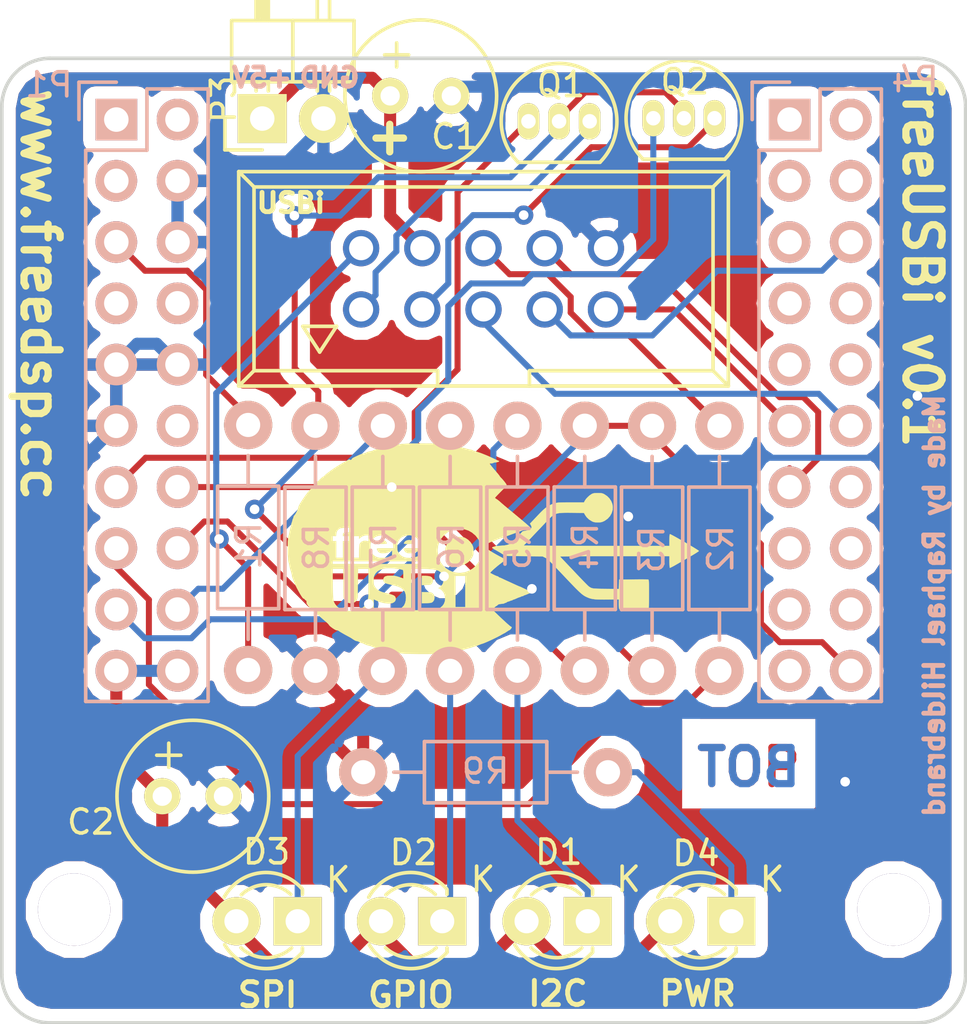
<source format=kicad_pcb>
(kicad_pcb (version 4) (host pcbnew "(2015-08-23 BZR 6117)-product")

  (general
    (links 44)
    (no_connects 0)
    (area 99.924999 139.924999 140.075001 180.075001)
    (thickness 1.6)
    (drawings 21)
    (tracks 245)
    (zones 0)
    (modules 24)
    (nets 45)
  )

  (page A4)
  (layers
    (0 F.Cu signal hide)
    (31 B.Cu signal)
    (32 B.Adhes user)
    (33 F.Adhes user)
    (34 B.Paste user)
    (35 F.Paste user)
    (36 B.SilkS user)
    (37 F.SilkS user)
    (38 B.Mask user hide)
    (39 F.Mask user hide)
    (40 Dwgs.User user)
    (41 Cmts.User user)
    (42 Eco1.User user)
    (43 Eco2.User user)
    (44 Edge.Cuts user)
    (45 Margin user)
    (46 B.CrtYd user)
    (47 F.CrtYd user)
    (48 B.Fab user)
    (49 F.Fab user)
  )

  (setup
    (last_trace_width 0.25)
    (trace_clearance 0.2)
    (zone_clearance 0.508)
    (zone_45_only no)
    (trace_min 0.2)
    (segment_width 0.2)
    (edge_width 0.15)
    (via_size 0.8)
    (via_drill 0.4)
    (via_min_size 0.8)
    (via_min_drill 0.3)
    (uvia_size 0.3)
    (uvia_drill 0.1)
    (uvias_allowed no)
    (uvia_min_size 0.2)
    (uvia_min_drill 0.1)
    (pcb_text_width 0.3)
    (pcb_text_size 1.5 1.5)
    (mod_edge_width 0.15)
    (mod_text_size 1 1)
    (mod_text_width 0.15)
    (pad_size 1.524 1.524)
    (pad_drill 0.762)
    (pad_to_mask_clearance 0.2)
    (aux_axis_origin 100 180)
    (visible_elements 7FFEFFFF)
    (pcbplotparams
      (layerselection 0x00030_80000001)
      (usegerberextensions false)
      (excludeedgelayer true)
      (linewidth 0.100000)
      (plotframeref false)
      (viasonmask false)
      (mode 1)
      (useauxorigin false)
      (hpglpennumber 1)
      (hpglpenspeed 20)
      (hpglpendiameter 15)
      (hpglpenoverlay 2)
      (psnegative false)
      (psa4output false)
      (plotreference true)
      (plotvalue true)
      (plotinvisibletext false)
      (padsonsilk false)
      (subtractmaskfromsilk false)
      (outputformat 1)
      (mirror false)
      (drillshape 1)
      (scaleselection 1)
      (outputdirectory ""))
  )

  (net 0 "")
  (net 1 GND)
  (net 2 +5VD)
  (net 3 "Net-(D1-Pad1)")
  (net 4 +3V3)
  (net 5 "Net-(D2-Pad1)")
  (net 6 "Net-(D3-Pad1)")
  (net 7 "Net-(D4-Pad1)")
  (net 8 "Net-(P1-Pad1)")
  (net 9 "Net-(P1-Pad2)")
  (net 10 "Net-(P1-Pad3)")
  (net 11 "Net-(P1-Pad5)")
  (net 12 "Net-(P1-Pad7)")
  (net 13 "Net-(P1-Pad8)")
  (net 14 "Net-(P1-Pad12)")
  (net 15 SCL)
  (net 16 SDA)
  (net 17 "Net-(P1-Pad15)")
  (net 18 LED_1)
  (net 19 LED_2)
  (net 20 LED_3)
  (net 21 "Net-(P2-Pad1)")
  (net 22 USB_CLK)
  (net 23 "Net-(P2-Pad3)")
  (net 24 COUT)
  (net 25 BRD_~RESET)
  (net 26 CCLK)
  (net 27 CDATA)
  (net 28 ~CLATCH1)
  (net 29 "Net-(P4-Pad1)")
  (net 30 "Net-(P4-Pad2)")
  (net 31 "Net-(P4-Pad3)")
  (net 32 "Net-(P4-Pad4)")
  (net 33 "Net-(P4-Pad5)")
  (net 34 "Net-(P4-Pad7)")
  (net 35 "Net-(P4-Pad8)")
  (net 36 "Net-(P4-Pad9)")
  (net 37 "Net-(P4-Pad10)")
  (net 38 "Net-(P4-Pad14)")
  (net 39 "Net-(P4-Pad15)")
  (net 40 "Net-(P4-Pad16)")
  (net 41 "Net-(P4-Pad17)")
  (net 42 "Net-(P4-Pad18)")
  (net 43 "Net-(P4-Pad19)")
  (net 44 USB_PWR_ON)

  (net_class Default "Dies ist die voreingestellte Netzklasse."
    (clearance 0.2)
    (trace_width 0.25)
    (via_dia 0.8)
    (via_drill 0.4)
    (uvia_dia 0.3)
    (uvia_drill 0.1)
    (add_net +3V3)
    (add_net +5VD)
    (add_net BRD_~RESET)
    (add_net CCLK)
    (add_net CDATA)
    (add_net COUT)
    (add_net GND)
    (add_net LED_1)
    (add_net LED_2)
    (add_net LED_3)
    (add_net "Net-(D1-Pad1)")
    (add_net "Net-(D2-Pad1)")
    (add_net "Net-(D3-Pad1)")
    (add_net "Net-(D4-Pad1)")
    (add_net "Net-(P1-Pad1)")
    (add_net "Net-(P1-Pad12)")
    (add_net "Net-(P1-Pad15)")
    (add_net "Net-(P1-Pad2)")
    (add_net "Net-(P1-Pad3)")
    (add_net "Net-(P1-Pad5)")
    (add_net "Net-(P1-Pad7)")
    (add_net "Net-(P1-Pad8)")
    (add_net "Net-(P2-Pad1)")
    (add_net "Net-(P2-Pad3)")
    (add_net "Net-(P4-Pad1)")
    (add_net "Net-(P4-Pad10)")
    (add_net "Net-(P4-Pad14)")
    (add_net "Net-(P4-Pad15)")
    (add_net "Net-(P4-Pad16)")
    (add_net "Net-(P4-Pad17)")
    (add_net "Net-(P4-Pad18)")
    (add_net "Net-(P4-Pad19)")
    (add_net "Net-(P4-Pad2)")
    (add_net "Net-(P4-Pad3)")
    (add_net "Net-(P4-Pad4)")
    (add_net "Net-(P4-Pad5)")
    (add_net "Net-(P4-Pad7)")
    (add_net "Net-(P4-Pad8)")
    (add_net "Net-(P4-Pad9)")
    (add_net SCL)
    (add_net SDA)
    (add_net USB_CLK)
    (add_net USB_PWR_ON)
    (add_net ~CLATCH1)
  )

  (module Resistors_ThroughHole:Resistor_Horizontal_RM10mm (layer B.Cu) (tedit 55E061C7) (tstamp 55DF0450)
    (at 118.606 160.32 90)
    (descr "Resistor, Axial,  RM 10mm, 1/3W,")
    (tags "Resistor, Axial, RM 10mm, 1/3W,")
    (path /55DCB6ED)
    (fp_text reference R6 (at 0.0806 0.0527 90) (layer B.SilkS)
      (effects (font (size 1 1) (thickness 0.15)) (justify mirror))
    )
    (fp_text value 470R (at 0.2159 0.7742 90) (layer B.SilkS) hide
      (effects (font (size 1 1) (thickness 0.15)) (justify mirror))
    )
    (fp_line (start -2.54 1.27) (end 2.54 1.27) (layer B.SilkS) (width 0.15))
    (fp_line (start 2.54 1.27) (end 2.54 -1.27) (layer B.SilkS) (width 0.15))
    (fp_line (start 2.54 -1.27) (end -2.54 -1.27) (layer B.SilkS) (width 0.15))
    (fp_line (start -2.54 -1.27) (end -2.54 1.27) (layer B.SilkS) (width 0.15))
    (fp_line (start -2.54 0) (end -3.81 0) (layer B.SilkS) (width 0.15))
    (fp_line (start 2.54 0) (end 3.81 0) (layer B.SilkS) (width 0.15))
    (pad 1 thru_hole circle (at -5.08 0 90) (size 1.99898 1.99898) (drill 1.00076) (layers *.Cu *.SilkS *.Mask)
      (net 5 "Net-(D2-Pad1)"))
    (pad 2 thru_hole circle (at 5.08 0 90) (size 1.99898 1.99898) (drill 1.00076) (layers *.Cu *.SilkS *.Mask)
      (net 19 LED_2))
    (model Resistors_ThroughHole.3dshapes/Resistor_Horizontal_RM10mm.wrl
      (at (xyz 0 0 0))
      (scale (xyz 0.4 0.4 0.4))
      (rotate (xyz 0 0 0))
    )
  )

  (module Socket_Strips:Socket_Strip_Straight_2x10 (layer B.Cu) (tedit 0) (tstamp 55DF03F3)
    (at 104.7522 142.54 270)
    (descr "Through hole socket strip")
    (tags "socket strip")
    (path /55DC68F9)
    (fp_text reference P1 (at -1.4395 2.7959 360) (layer B.SilkS)
      (effects (font (size 1 1) (thickness 0.15)) (justify mirror))
    )
    (fp_text value CONN_02X10 (at 0 3.1 270) (layer B.Fab)
      (effects (font (size 1 1) (thickness 0.15)) (justify mirror))
    )
    (fp_line (start -1.75 1.75) (end -1.75 -4.3) (layer B.CrtYd) (width 0.05))
    (fp_line (start 24.65 1.75) (end 24.65 -4.3) (layer B.CrtYd) (width 0.05))
    (fp_line (start -1.75 1.75) (end 24.65 1.75) (layer B.CrtYd) (width 0.05))
    (fp_line (start -1.75 -4.3) (end 24.65 -4.3) (layer B.CrtYd) (width 0.05))
    (fp_line (start 24.13 -3.81) (end -1.27 -3.81) (layer B.SilkS) (width 0.15))
    (fp_line (start 1.27 1.27) (end 24.13 1.27) (layer B.SilkS) (width 0.15))
    (fp_line (start 24.13 -3.81) (end 24.13 1.27) (layer B.SilkS) (width 0.15))
    (fp_line (start -1.27 -3.81) (end -1.27 -1.27) (layer B.SilkS) (width 0.15))
    (fp_line (start 0 1.55) (end -1.55 1.55) (layer B.SilkS) (width 0.15))
    (fp_line (start -1.27 -1.27) (end 1.27 -1.27) (layer B.SilkS) (width 0.15))
    (fp_line (start 1.27 -1.27) (end 1.27 1.27) (layer B.SilkS) (width 0.15))
    (fp_line (start -1.55 1.55) (end -1.55 0) (layer B.SilkS) (width 0.15))
    (pad 1 thru_hole rect (at 0 0 270) (size 1.7272 1.7272) (drill 1.016) (layers *.Cu *.Mask B.SilkS)
      (net 8 "Net-(P1-Pad1)"))
    (pad 2 thru_hole oval (at 0 -2.54 270) (size 1.7272 1.7272) (drill 1.016) (layers *.Cu *.Mask B.SilkS)
      (net 9 "Net-(P1-Pad2)"))
    (pad 3 thru_hole oval (at 2.54 0 270) (size 1.7272 1.7272) (drill 1.016) (layers *.Cu *.Mask B.SilkS)
      (net 10 "Net-(P1-Pad3)"))
    (pad 4 thru_hole oval (at 2.54 -2.54 270) (size 1.7272 1.7272) (drill 1.016) (layers *.Cu *.Mask B.SilkS)
      (net 1 GND))
    (pad 5 thru_hole oval (at 5.08 0 270) (size 1.7272 1.7272) (drill 1.016) (layers *.Cu *.Mask B.SilkS)
      (net 11 "Net-(P1-Pad5)"))
    (pad 6 thru_hole oval (at 5.08 -2.54 270) (size 1.7272 1.7272) (drill 1.016) (layers *.Cu *.Mask B.SilkS)
      (net 1 GND))
    (pad 7 thru_hole oval (at 7.62 0 270) (size 1.7272 1.7272) (drill 1.016) (layers *.Cu *.Mask B.SilkS)
      (net 12 "Net-(P1-Pad7)"))
    (pad 8 thru_hole oval (at 7.62 -2.54 270) (size 1.7272 1.7272) (drill 1.016) (layers *.Cu *.Mask B.SilkS)
      (net 13 "Net-(P1-Pad8)"))
    (pad 9 thru_hole oval (at 10.16 0 270) (size 1.7272 1.7272) (drill 1.016) (layers *.Cu *.Mask B.SilkS)
      (net 1 GND))
    (pad 10 thru_hole oval (at 10.16 -2.54 270) (size 1.7272 1.7272) (drill 1.016) (layers *.Cu *.Mask B.SilkS)
      (net 1 GND))
    (pad 11 thru_hole oval (at 12.7 0 270) (size 1.7272 1.7272) (drill 1.016) (layers *.Cu *.Mask B.SilkS)
      (net 1 GND))
    (pad 12 thru_hole oval (at 12.7 -2.54 270) (size 1.7272 1.7272) (drill 1.016) (layers *.Cu *.Mask B.SilkS)
      (net 14 "Net-(P1-Pad12)"))
    (pad 13 thru_hole oval (at 15.24 0 270) (size 1.7272 1.7272) (drill 1.016) (layers *.Cu *.Mask B.SilkS)
      (net 15 SCL))
    (pad 14 thru_hole oval (at 15.24 -2.54 270) (size 1.7272 1.7272) (drill 1.016) (layers *.Cu *.Mask B.SilkS)
      (net 16 SDA))
    (pad 15 thru_hole oval (at 17.78 0 270) (size 1.7272 1.7272) (drill 1.016) (layers *.Cu *.Mask B.SilkS)
      (net 17 "Net-(P1-Pad15)"))
    (pad 16 thru_hole oval (at 17.78 -2.54 270) (size 1.7272 1.7272) (drill 1.016) (layers *.Cu *.Mask B.SilkS)
      (net 18 LED_1))
    (pad 17 thru_hole oval (at 20.32 0 270) (size 1.7272 1.7272) (drill 1.016) (layers *.Cu *.Mask B.SilkS)
      (net 19 LED_2))
    (pad 18 thru_hole oval (at 20.32 -2.54 270) (size 1.7272 1.7272) (drill 1.016) (layers *.Cu *.Mask B.SilkS)
      (net 20 LED_3))
    (pad 19 thru_hole oval (at 22.86 0 270) (size 1.7272 1.7272) (drill 1.016) (layers *.Cu *.Mask B.SilkS)
      (net 4 +3V3))
    (pad 20 thru_hole oval (at 22.86 -2.54 270) (size 1.7272 1.7272) (drill 1.016) (layers *.Cu *.Mask B.SilkS)
      (net 4 +3V3))
    (model Socket_Strips.3dshapes/Socket_Strip_Straight_2x10.wrl
      (at (xyz 0.45 -0.05 0))
      (scale (xyz 1 1 1))
      (rotate (xyz 0 0 180))
    )
  )

  (module Socket_Strips:Socket_Strip_Straight_2x10 (layer B.Cu) (tedit 0) (tstamp 55DF041E)
    (at 132.6922 142.54 270)
    (descr "Through hole socket strip")
    (tags "socket strip")
    (path /55DC6A0D)
    (fp_text reference P4 (at -1.6554 -5.2051 360) (layer B.SilkS)
      (effects (font (size 1 1) (thickness 0.15)) (justify mirror))
    )
    (fp_text value CONN_02X10 (at 0 3.1 270) (layer B.Fab)
      (effects (font (size 1 1) (thickness 0.15)) (justify mirror))
    )
    (fp_line (start -1.75 1.75) (end -1.75 -4.3) (layer B.CrtYd) (width 0.05))
    (fp_line (start 24.65 1.75) (end 24.65 -4.3) (layer B.CrtYd) (width 0.05))
    (fp_line (start -1.75 1.75) (end 24.65 1.75) (layer B.CrtYd) (width 0.05))
    (fp_line (start -1.75 -4.3) (end 24.65 -4.3) (layer B.CrtYd) (width 0.05))
    (fp_line (start 24.13 -3.81) (end -1.27 -3.81) (layer B.SilkS) (width 0.15))
    (fp_line (start 1.27 1.27) (end 24.13 1.27) (layer B.SilkS) (width 0.15))
    (fp_line (start 24.13 -3.81) (end 24.13 1.27) (layer B.SilkS) (width 0.15))
    (fp_line (start -1.27 -3.81) (end -1.27 -1.27) (layer B.SilkS) (width 0.15))
    (fp_line (start 0 1.55) (end -1.55 1.55) (layer B.SilkS) (width 0.15))
    (fp_line (start -1.27 -1.27) (end 1.27 -1.27) (layer B.SilkS) (width 0.15))
    (fp_line (start 1.27 -1.27) (end 1.27 1.27) (layer B.SilkS) (width 0.15))
    (fp_line (start -1.55 1.55) (end -1.55 0) (layer B.SilkS) (width 0.15))
    (pad 1 thru_hole rect (at 0 0 270) (size 1.7272 1.7272) (drill 1.016) (layers *.Cu *.Mask B.SilkS)
      (net 29 "Net-(P4-Pad1)"))
    (pad 2 thru_hole oval (at 0 -2.54 270) (size 1.7272 1.7272) (drill 1.016) (layers *.Cu *.Mask B.SilkS)
      (net 30 "Net-(P4-Pad2)"))
    (pad 3 thru_hole oval (at 2.54 0 270) (size 1.7272 1.7272) (drill 1.016) (layers *.Cu *.Mask B.SilkS)
      (net 31 "Net-(P4-Pad3)"))
    (pad 4 thru_hole oval (at 2.54 -2.54 270) (size 1.7272 1.7272) (drill 1.016) (layers *.Cu *.Mask B.SilkS)
      (net 32 "Net-(P4-Pad4)"))
    (pad 5 thru_hole oval (at 5.08 0 270) (size 1.7272 1.7272) (drill 1.016) (layers *.Cu *.Mask B.SilkS)
      (net 33 "Net-(P4-Pad5)"))
    (pad 6 thru_hole oval (at 5.08 -2.54 270) (size 1.7272 1.7272) (drill 1.016) (layers *.Cu *.Mask B.SilkS)
      (net 26 CCLK))
    (pad 7 thru_hole oval (at 7.62 0 270) (size 1.7272 1.7272) (drill 1.016) (layers *.Cu *.Mask B.SilkS)
      (net 34 "Net-(P4-Pad7)"))
    (pad 8 thru_hole oval (at 7.62 -2.54 270) (size 1.7272 1.7272) (drill 1.016) (layers *.Cu *.Mask B.SilkS)
      (net 35 "Net-(P4-Pad8)"))
    (pad 9 thru_hole oval (at 10.16 0 270) (size 1.7272 1.7272) (drill 1.016) (layers *.Cu *.Mask B.SilkS)
      (net 36 "Net-(P4-Pad9)"))
    (pad 10 thru_hole oval (at 10.16 -2.54 270) (size 1.7272 1.7272) (drill 1.016) (layers *.Cu *.Mask B.SilkS)
      (net 37 "Net-(P4-Pad10)"))
    (pad 11 thru_hole oval (at 12.7 0 270) (size 1.7272 1.7272) (drill 1.016) (layers *.Cu *.Mask B.SilkS)
      (net 28 ~CLATCH1))
    (pad 12 thru_hole oval (at 12.7 -2.54 270) (size 1.7272 1.7272) (drill 1.016) (layers *.Cu *.Mask B.SilkS)
      (net 24 COUT))
    (pad 13 thru_hole oval (at 15.24 0 270) (size 1.7272 1.7272) (drill 1.016) (layers *.Cu *.Mask B.SilkS)
      (net 27 CDATA))
    (pad 14 thru_hole oval (at 15.24 -2.54 270) (size 1.7272 1.7272) (drill 1.016) (layers *.Cu *.Mask B.SilkS)
      (net 38 "Net-(P4-Pad14)"))
    (pad 15 thru_hole oval (at 17.78 0 270) (size 1.7272 1.7272) (drill 1.016) (layers *.Cu *.Mask B.SilkS)
      (net 39 "Net-(P4-Pad15)"))
    (pad 16 thru_hole oval (at 17.78 -2.54 270) (size 1.7272 1.7272) (drill 1.016) (layers *.Cu *.Mask B.SilkS)
      (net 40 "Net-(P4-Pad16)"))
    (pad 17 thru_hole oval (at 20.32 0 270) (size 1.7272 1.7272) (drill 1.016) (layers *.Cu *.Mask B.SilkS)
      (net 41 "Net-(P4-Pad17)"))
    (pad 18 thru_hole oval (at 20.32 -2.54 270) (size 1.7272 1.7272) (drill 1.016) (layers *.Cu *.Mask B.SilkS)
      (net 42 "Net-(P4-Pad18)"))
    (pad 19 thru_hole oval (at 22.86 0 270) (size 1.7272 1.7272) (drill 1.016) (layers *.Cu *.Mask B.SilkS)
      (net 43 "Net-(P4-Pad19)"))
    (pad 20 thru_hole oval (at 22.86 -2.54 270) (size 1.7272 1.7272) (drill 1.016) (layers *.Cu *.Mask B.SilkS)
      (net 44 USB_PWR_ON))
    (model Socket_Strips.3dshapes/Socket_Strip_Straight_2x10.wrl
      (at (xyz 0.45 -0.05 0))
      (scale (xyz 1 1 1))
      (rotate (xyz 0 0 180))
    )
  )

  (module Mounting_Holes:MountingHole_3mm (layer F.Cu) (tedit 55E057AC) (tstamp 55E030F8)
    (at 137 175.3)
    (descr "Mounting hole, Befestigungsbohrung, 3mm, No Annular, Kein Restring,")
    (tags "Mounting hole, Befestigungsbohrung, 3mm, No Annular, Kein Restring,")
    (fp_text reference REF** (at 0 -4.0005) (layer F.SilkS) hide
      (effects (font (size 1 1) (thickness 0.15)))
    )
    (fp_text value MountingHole_3mm (at 1.00076 5.00126) (layer F.Fab)
      (effects (font (size 1 1) (thickness 0.15)))
    )
    (fp_circle (center 0 0) (end 3 0) (layer Cmts.User) (width 0.381))
    (pad 1 thru_hole circle (at 0 0) (size 3 3) (drill 3) (layers))
  )

  (module Connect:VASCH5x2 (layer F.Cu) (tedit 55E055E9) (tstamp 55DF0401)
    (at 119.9922 149.144)
    (descr CONNECTOR)
    (tags CONNECTOR)
    (path /55DC6F72)
    (attr virtual)
    (fp_text reference P2 (at -2.14376 -5.1054) (layer F.SilkS) hide
      (effects (font (size 1 1) (thickness 0.15)))
    )
    (fp_text value CONN_02X05 (at 1.27 6.35) (layer F.Fab)
      (effects (font (size 1 1) (thickness 0.15)))
    )
    (fp_line (start -9.525 -3.81) (end -10.16 -4.445) (layer F.SilkS) (width 0.15))
    (fp_line (start -9.525 3.81) (end -10.16 4.445) (layer F.SilkS) (width 0.15))
    (fp_line (start 9.525 3.81) (end 10.16 4.445) (layer F.SilkS) (width 0.15))
    (fp_line (start 9.525 -3.81) (end 10.16 -4.445) (layer F.SilkS) (width 0.15))
    (fp_line (start 1.905 4.445) (end 1.905 3.81) (layer F.SilkS) (width 0.15))
    (fp_line (start 1.905 3.81) (end 9.525 3.81) (layer F.SilkS) (width 0.15))
    (fp_line (start 9.525 3.81) (end 9.525 -3.81) (layer F.SilkS) (width 0.15))
    (fp_line (start 9.525 -3.81) (end -9.525 -3.81) (layer F.SilkS) (width 0.15))
    (fp_line (start -9.525 -3.81) (end -9.525 3.81) (layer F.SilkS) (width 0.15))
    (fp_line (start -9.525 3.81) (end -1.905 3.81) (layer F.SilkS) (width 0.15))
    (fp_line (start -1.905 3.81) (end -1.905 4.445) (layer F.SilkS) (width 0.15))
    (fp_line (start -10.16 4.445) (end 10.16 4.445) (layer F.SilkS) (width 0.15))
    (fp_line (start 10.16 -4.445) (end -10.16 -4.445) (layer F.SilkS) (width 0.15))
    (fp_line (start -10.16 -4.445) (end -10.16 4.445) (layer F.SilkS) (width 0.15))
    (fp_line (start 10.16 -4.445) (end 10.16 4.445) (layer F.SilkS) (width 0.15))
    (fp_line (start -7.49808 1.9685) (end -6.79958 3.03784) (layer F.SilkS) (width 0.15))
    (fp_line (start -6.79958 3.03784) (end -6.09854 1.9685) (layer F.SilkS) (width 0.15))
    (fp_line (start -6.09854 1.9685) (end -7.49808 1.9685) (layer F.SilkS) (width 0.15))
    (pad 1 thru_hole circle (at -5.08 1.27) (size 1.50622 1.50622) (drill 0.99822) (layers *.Cu *.Mask)
      (net 21 "Net-(P2-Pad1)"))
    (pad 2 thru_hole circle (at -5.08 -1.27) (size 1.50622 1.50622) (drill 0.99822) (layers *.Cu *.Mask)
      (net 22 USB_CLK))
    (pad 3 thru_hole circle (at -2.54 1.27) (size 1.50622 1.50622) (drill 0.99822) (layers *.Cu *.Mask)
      (net 23 "Net-(P2-Pad3)"))
    (pad 4 thru_hole circle (at -2.54 -1.27) (size 1.50622 1.50622) (drill 0.99822) (layers *.Cu *.Mask)
      (net 2 +5VD))
    (pad 5 thru_hole circle (at 0 1.27) (size 1.50622 1.50622) (drill 0.99822) (layers *.Cu *.Mask)
      (net 24 COUT))
    (pad 6 thru_hole circle (at 0 -1.27) (size 1.50622 1.50622) (drill 0.99822) (layers *.Cu *.Mask)
      (net 25 BRD_~RESET))
    (pad 7 thru_hole circle (at 2.54 1.27) (size 1.50622 1.50622) (drill 0.99822) (layers *.Cu *.Mask)
      (net 26 CCLK))
    (pad 8 thru_hole circle (at 2.54 -1.27) (size 1.50622 1.50622) (drill 0.99822) (layers *.Cu *.Mask)
      (net 27 CDATA))
    (pad 9 thru_hole circle (at 5.08 1.27) (size 1.50622 1.50622) (drill 0.99822) (layers *.Cu *.Mask)
      (net 28 ~CLATCH1))
    (pad 10 thru_hole circle (at 5.08 -1.27) (size 1.50622 1.50622) (drill 0.99822) (layers *.Cu *.Mask)
      (net 1 GND))
  )

  (module Capacitors_Elko_ThroughHole:Elko_vert_11.2x6.3mm_RM2.5_CopperClear (layer F.Cu) (tedit 55E00B2C) (tstamp 55DF03C3)
    (at 116.1168 141.5577)
    (descr "Electrolytic Capacitor, vertical, diameter 6,3mm, RM 2,5mm, CopperClear, radial,")
    (tags "Electrolytic Capacitor, vertical, diameter 6,3mm, RM 2,5mm, Elko, Electrolytkondensator, Kondensator gepolt, Durchmesser 6,3mm, CopperClear, radial,")
    (path /55DD3110)
    (fp_text reference C1 (at 2.6832 1.6891) (layer F.SilkS)
      (effects (font (size 1 1) (thickness 0.15)))
    )
    (fp_text value 100u (at 1.74244 -4.43992) (layer F.Fab) hide
      (effects (font (size 1 1) (thickness 0.15)))
    )
    (fp_line (start 0.26924 -1.69926) (end 0.76962 -1.69926) (layer F.SilkS) (width 0.15))
    (fp_line (start 0.26924 -1.69926) (end 0.26924 -2.19964) (layer F.SilkS) (width 0.15))
    (fp_line (start -0.23114 -1.69926) (end 0.26924 -1.69926) (layer F.SilkS) (width 0.15))
    (fp_line (start 0.26924 -1.69926) (end 0.26924 -1.30048) (layer F.SilkS) (width 0.15))
    (fp_line (start 0.26924 -1.30048) (end 0.26924 -1.19888) (layer F.SilkS) (width 0.15))
    (fp_circle (center 1.27 0) (end 4.4196 0) (layer F.SilkS) (width 0.15))
    (pad 2 thru_hole circle (at 2.54 0) (size 1.50114 1.50114) (drill 0.8001) (layers *.Cu *.Mask F.SilkS)
      (net 1 GND))
    (pad 1 thru_hole circle (at 0 0) (size 1.50114 1.50114) (drill 0.8001) (layers *.Cu *.Mask F.SilkS)
      (net 2 +5VD))
    (model Capacitors_Elko_ThroughHole.3dshapes/Elko_vert_11.2x6.3mm_RM2.5_CopperClear.wrl
      (at (xyz 0 0 0))
      (scale (xyz 1 1 1))
      (rotate (xyz 0 0 0))
    )
  )

  (module LEDs:LED-3MM (layer F.Cu) (tedit 55E008E3) (tstamp 55DF03C9)
    (at 124.318 175.784 180)
    (descr "LED 3mm round vertical")
    (tags "LED  3mm round vertical")
    (path /55DCA6C7)
    (fp_text reference D1 (at 1.2023 2.8647 180) (layer F.SilkS)
      (effects (font (size 1 1) (thickness 0.15)))
    )
    (fp_text value LED (at 1.30992 2.98104 180) (layer F.Fab) hide
      (effects (font (size 1 1) (thickness 0.15)))
    )
    (fp_line (start -1.2 2.3) (end 3.8 2.3) (layer F.CrtYd) (width 0.05))
    (fp_line (start 3.8 2.3) (end 3.8 -2.2) (layer F.CrtYd) (width 0.05))
    (fp_line (start 3.8 -2.2) (end -1.2 -2.2) (layer F.CrtYd) (width 0.05))
    (fp_line (start -1.2 -2.2) (end -1.2 2.3) (layer F.CrtYd) (width 0.05))
    (fp_line (start -0.199 1.314) (end -0.199 1.114) (layer F.SilkS) (width 0.15))
    (fp_line (start -0.199 -1.28) (end -0.199 -1.1) (layer F.SilkS) (width 0.15))
    (fp_arc (start 1.301 0.034) (end -0.199 -1.286) (angle 108.5) (layer F.SilkS) (width 0.15))
    (fp_arc (start 1.301 0.034) (end 0.25 -1.1) (angle 85.7) (layer F.SilkS) (width 0.15))
    (fp_arc (start 1.311 0.034) (end 3.051 0.994) (angle 110) (layer F.SilkS) (width 0.15))
    (fp_arc (start 1.301 0.034) (end 2.335 1.094) (angle 87.5) (layer F.SilkS) (width 0.15))
    (fp_text user K (at -1.69 1.74 180) (layer F.SilkS)
      (effects (font (size 1 1) (thickness 0.15)))
    )
    (pad 1 thru_hole rect (at 0 0 270) (size 2 2) (drill 1.00076) (layers *.Cu *.Mask F.SilkS)
      (net 3 "Net-(D1-Pad1)"))
    (pad 2 thru_hole circle (at 2.54 0 180) (size 2 2) (drill 1.00076) (layers *.Cu *.Mask F.SilkS)
      (net 4 +3V3))
    (model LEDs.3dshapes/LED-3MM.wrl
      (at (xyz 0.05 0 0))
      (scale (xyz 1 1 1))
      (rotate (xyz 0 0 90))
    )
  )

  (module LEDs:LED-3MM (layer F.Cu) (tedit 55E008FA) (tstamp 55DF03CF)
    (at 118.278 175.784 180)
    (descr "LED 3mm round vertical")
    (tags "LED  3mm round vertical")
    (path /55DCA733)
    (fp_text reference D2 (at 1.2 2.85 180) (layer F.SilkS)
      (effects (font (size 1 1) (thickness 0.15)))
    )
    (fp_text value LED (at 1.3 -2.9 180) (layer F.Fab) hide
      (effects (font (size 1 1) (thickness 0.15)))
    )
    (fp_line (start -1.2 2.3) (end 3.8 2.3) (layer F.CrtYd) (width 0.05))
    (fp_line (start 3.8 2.3) (end 3.8 -2.2) (layer F.CrtYd) (width 0.05))
    (fp_line (start 3.8 -2.2) (end -1.2 -2.2) (layer F.CrtYd) (width 0.05))
    (fp_line (start -1.2 -2.2) (end -1.2 2.3) (layer F.CrtYd) (width 0.05))
    (fp_line (start -0.199 1.314) (end -0.199 1.114) (layer F.SilkS) (width 0.15))
    (fp_line (start -0.199 -1.28) (end -0.199 -1.1) (layer F.SilkS) (width 0.15))
    (fp_arc (start 1.301 0.034) (end -0.199 -1.286) (angle 108.5) (layer F.SilkS) (width 0.15))
    (fp_arc (start 1.301 0.034) (end 0.25 -1.1) (angle 85.7) (layer F.SilkS) (width 0.15))
    (fp_arc (start 1.311 0.034) (end 3.051 0.994) (angle 110) (layer F.SilkS) (width 0.15))
    (fp_arc (start 1.301 0.034) (end 2.335 1.094) (angle 87.5) (layer F.SilkS) (width 0.15))
    (fp_text user K (at -1.69 1.74 180) (layer F.SilkS)
      (effects (font (size 1 1) (thickness 0.15)))
    )
    (pad 1 thru_hole rect (at 0 0 270) (size 2 2) (drill 1.00076) (layers *.Cu *.Mask F.SilkS)
      (net 5 "Net-(D2-Pad1)"))
    (pad 2 thru_hole circle (at 2.54 0 180) (size 2 2) (drill 1.00076) (layers *.Cu *.Mask F.SilkS)
      (net 4 +3V3))
    (model LEDs.3dshapes/LED-3MM.wrl
      (at (xyz 0.05 0 0))
      (scale (xyz 1 1 1))
      (rotate (xyz 0 0 90))
    )
  )

  (module LEDs:LED-3MM (layer F.Cu) (tedit 55E00910) (tstamp 55DF03D5)
    (at 112.278 175.784 180)
    (descr "LED 3mm round vertical")
    (tags "LED  3mm round vertical")
    (path /55DCA7A3)
    (fp_text reference D3 (at 1.2912 2.8774 180) (layer F.SilkS)
      (effects (font (size 1 1) (thickness 0.15)))
    )
    (fp_text value LED (at -0.66616 3.2714 180) (layer F.Fab) hide
      (effects (font (size 1 1) (thickness 0.15)))
    )
    (fp_line (start -1.2 2.3) (end 3.8 2.3) (layer F.CrtYd) (width 0.05))
    (fp_line (start 3.8 2.3) (end 3.8 -2.2) (layer F.CrtYd) (width 0.05))
    (fp_line (start 3.8 -2.2) (end -1.2 -2.2) (layer F.CrtYd) (width 0.05))
    (fp_line (start -1.2 -2.2) (end -1.2 2.3) (layer F.CrtYd) (width 0.05))
    (fp_line (start -0.199 1.314) (end -0.199 1.114) (layer F.SilkS) (width 0.15))
    (fp_line (start -0.199 -1.28) (end -0.199 -1.1) (layer F.SilkS) (width 0.15))
    (fp_arc (start 1.301 0.034) (end -0.199 -1.286) (angle 108.5) (layer F.SilkS) (width 0.15))
    (fp_arc (start 1.301 0.034) (end 0.25 -1.1) (angle 85.7) (layer F.SilkS) (width 0.15))
    (fp_arc (start 1.311 0.034) (end 3.051 0.994) (angle 110) (layer F.SilkS) (width 0.15))
    (fp_arc (start 1.301 0.034) (end 2.335 1.094) (angle 87.5) (layer F.SilkS) (width 0.15))
    (fp_text user K (at -1.68 1.72 180) (layer F.SilkS)
      (effects (font (size 1 1) (thickness 0.15)))
    )
    (pad 1 thru_hole rect (at 0 0 270) (size 2 2) (drill 1.00076) (layers *.Cu *.Mask F.SilkS)
      (net 6 "Net-(D3-Pad1)"))
    (pad 2 thru_hole circle (at 2.54 0 180) (size 2 2) (drill 1.00076) (layers *.Cu *.Mask F.SilkS)
      (net 4 +3V3))
    (model LEDs.3dshapes/LED-3MM.wrl
      (at (xyz 0.05 0 0))
      (scale (xyz 1 1 1))
      (rotate (xyz 0 0 90))
    )
  )

  (module LEDs:LED-3MM (layer F.Cu) (tedit 55E0091A) (tstamp 55DF03DB)
    (at 130.278 175.784 180)
    (descr "LED 3mm round vertical")
    (tags "LED  3mm round vertical")
    (path /55DE29FA)
    (fp_text reference D4 (at 1.469 2.8139 180) (layer F.SilkS)
      (effects (font (size 1 1) (thickness 0.15)))
    )
    (fp_text value LED (at 2.59132 3.3114 180) (layer F.Fab) hide
      (effects (font (size 1 1) (thickness 0.15)))
    )
    (fp_line (start -1.2 2.3) (end 3.8 2.3) (layer F.CrtYd) (width 0.05))
    (fp_line (start 3.8 2.3) (end 3.8 -2.2) (layer F.CrtYd) (width 0.05))
    (fp_line (start 3.8 -2.2) (end -1.2 -2.2) (layer F.CrtYd) (width 0.05))
    (fp_line (start -1.2 -2.2) (end -1.2 2.3) (layer F.CrtYd) (width 0.05))
    (fp_line (start -0.199 1.314) (end -0.199 1.114) (layer F.SilkS) (width 0.15))
    (fp_line (start -0.199 -1.28) (end -0.199 -1.1) (layer F.SilkS) (width 0.15))
    (fp_arc (start 1.301 0.034) (end -0.199 -1.286) (angle 108.5) (layer F.SilkS) (width 0.15))
    (fp_arc (start 1.301 0.034) (end 0.25 -1.1) (angle 85.7) (layer F.SilkS) (width 0.15))
    (fp_arc (start 1.311 0.034) (end 3.051 0.994) (angle 110) (layer F.SilkS) (width 0.15))
    (fp_arc (start 1.301 0.034) (end 2.335 1.094) (angle 87.5) (layer F.SilkS) (width 0.15))
    (fp_text user K (at -1.69 1.74 180) (layer F.SilkS)
      (effects (font (size 1 1) (thickness 0.15)))
    )
    (pad 1 thru_hole rect (at 0 0 270) (size 2 2) (drill 1.00076) (layers *.Cu *.Mask F.SilkS)
      (net 7 "Net-(D4-Pad1)"))
    (pad 2 thru_hole circle (at 2.54 0 180) (size 2 2) (drill 1.00076) (layers *.Cu *.Mask F.SilkS)
      (net 4 +3V3))
    (model LEDs.3dshapes/LED-3MM.wrl
      (at (xyz 0.05 0 0))
      (scale (xyz 1 1 1))
      (rotate (xyz 0 0 90))
    )
  )

  (module Housings_TO-92:TO-92_Inline_Narrow_Oval (layer F.Cu) (tedit 54F24281) (tstamp 55DF0425)
    (at 121.8572 142.6118)
    (descr "TO-92 leads in-line, narrow, oval pads, drill 0.6mm (see NXP sot054_po.pdf)")
    (tags "to-92 sc-43 sc-43a sot54 PA33 transistor")
    (path /55DD9079)
    (fp_text reference Q1 (at 1.3462 -1.524) (layer F.SilkS)
      (effects (font (size 1 1) (thickness 0.15)))
    )
    (fp_text value Q_NMOS_DGS (at 0 3) (layer F.Fab)
      (effects (font (size 1 1) (thickness 0.15)))
    )
    (fp_line (start -1.4 1.95) (end -1.4 -2.65) (layer F.CrtYd) (width 0.05))
    (fp_line (start -1.4 1.95) (end 3.95 1.95) (layer F.CrtYd) (width 0.05))
    (fp_line (start -0.43 1.7) (end 2.97 1.7) (layer F.SilkS) (width 0.15))
    (fp_arc (start 1.27 0) (end 1.27 -2.4) (angle -135) (layer F.SilkS) (width 0.15))
    (fp_arc (start 1.27 0) (end 1.27 -2.4) (angle 135) (layer F.SilkS) (width 0.15))
    (fp_line (start -1.4 -2.65) (end 3.95 -2.65) (layer F.CrtYd) (width 0.05))
    (fp_line (start 3.95 1.95) (end 3.95 -2.65) (layer F.CrtYd) (width 0.05))
    (pad 2 thru_hole oval (at 1.27 0 180) (size 0.89916 1.50114) (drill 0.6) (layers *.Cu *.Mask F.SilkS)
      (net 44 USB_PWR_ON))
    (pad 3 thru_hole oval (at 2.54 0 180) (size 0.89916 1.50114) (drill 0.6) (layers *.Cu *.Mask F.SilkS)
      (net 21 "Net-(P2-Pad1)"))
    (pad 1 thru_hole oval (at 0 0 180) (size 0.89916 1.50114) (drill 0.6) (layers *.Cu *.Mask F.SilkS)
      (net 15 SCL))
    (model Housings_TO-92.3dshapes/TO-92_Inline_Narrow_Oval.wrl
      (at (xyz 0.05 0 0))
      (scale (xyz 1 1 1))
      (rotate (xyz 0 0 -90))
    )
  )

  (module Housings_TO-92:TO-92_Inline_Narrow_Oval (layer F.Cu) (tedit 54F24281) (tstamp 55DF042C)
    (at 127.0388 142.4848)
    (descr "TO-92 leads in-line, narrow, oval pads, drill 0.6mm (see NXP sot054_po.pdf)")
    (tags "to-92 sc-43 sc-43a sot54 PA33 transistor")
    (path /55DD9A11)
    (fp_text reference Q2 (at 1.3081 -1.5113) (layer F.SilkS)
      (effects (font (size 1 1) (thickness 0.15)))
    )
    (fp_text value Q_NMOS_DGS (at 0 3) (layer F.Fab)
      (effects (font (size 1 1) (thickness 0.15)))
    )
    (fp_line (start -1.4 1.95) (end -1.4 -2.65) (layer F.CrtYd) (width 0.05))
    (fp_line (start -1.4 1.95) (end 3.95 1.95) (layer F.CrtYd) (width 0.05))
    (fp_line (start -0.43 1.7) (end 2.97 1.7) (layer F.SilkS) (width 0.15))
    (fp_arc (start 1.27 0) (end 1.27 -2.4) (angle -135) (layer F.SilkS) (width 0.15))
    (fp_arc (start 1.27 0) (end 1.27 -2.4) (angle 135) (layer F.SilkS) (width 0.15))
    (fp_line (start -1.4 -2.65) (end 3.95 -2.65) (layer F.CrtYd) (width 0.05))
    (fp_line (start 3.95 1.95) (end 3.95 -2.65) (layer F.CrtYd) (width 0.05))
    (pad 2 thru_hole oval (at 1.27 0 180) (size 0.89916 1.50114) (drill 0.6) (layers *.Cu *.Mask F.SilkS)
      (net 44 USB_PWR_ON))
    (pad 3 thru_hole oval (at 2.54 0 180) (size 0.89916 1.50114) (drill 0.6) (layers *.Cu *.Mask F.SilkS)
      (net 23 "Net-(P2-Pad3)"))
    (pad 1 thru_hole oval (at 0 0 180) (size 0.89916 1.50114) (drill 0.6) (layers *.Cu *.Mask F.SilkS)
      (net 16 SDA))
    (model Housings_TO-92.3dshapes/TO-92_Inline_Narrow_Oval.wrl
      (at (xyz 0.05 0 0))
      (scale (xyz 1 1 1))
      (rotate (xyz 0 0 -90))
    )
  )

  (module Resistors_ThroughHole:Resistor_Horizontal_RM10mm (layer B.Cu) (tedit 55E061CD) (tstamp 55DF0432)
    (at 110.224 160.284 270)
    (descr "Resistor, Axial,  RM 10mm, 1/3W,")
    (tags "Resistor, Axial, RM 10mm, 1/3W,")
    (path /55DC7A7D)
    (fp_text reference R1 (at -0.0679 -0.0273 270) (layer B.SilkS)
      (effects (font (size 1 1) (thickness 0.15)) (justify mirror))
    )
    (fp_text value 49R9 (at -0.0889 -0.7234 270) (layer B.SilkS) hide
      (effects (font (size 1 1) (thickness 0.15)) (justify mirror))
    )
    (fp_line (start -2.54 1.27) (end 2.54 1.27) (layer B.SilkS) (width 0.15))
    (fp_line (start 2.54 1.27) (end 2.54 -1.27) (layer B.SilkS) (width 0.15))
    (fp_line (start 2.54 -1.27) (end -2.54 -1.27) (layer B.SilkS) (width 0.15))
    (fp_line (start -2.54 -1.27) (end -2.54 1.27) (layer B.SilkS) (width 0.15))
    (fp_line (start -2.54 0) (end -3.81 0) (layer B.SilkS) (width 0.15))
    (fp_line (start 2.54 0) (end 3.81 0) (layer B.SilkS) (width 0.15))
    (pad 1 thru_hole circle (at -5.08 0 270) (size 1.99898 1.99898) (drill 1.00076) (layers *.Cu *.SilkS *.Mask)
      (net 11 "Net-(P1-Pad5)"))
    (pad 2 thru_hole circle (at 5.08 0 270) (size 1.99898 1.99898) (drill 1.00076) (layers *.Cu *.SilkS *.Mask)
      (net 22 USB_CLK))
    (model Resistors_ThroughHole.3dshapes/Resistor_Horizontal_RM10mm.wrl
      (at (xyz 0 0 0))
      (scale (xyz 0.4 0.4 0.4))
      (rotate (xyz 0 0 0))
    )
  )

  (module Resistors_ThroughHole:Resistor_Horizontal_RM10mm (layer B.Cu) (tedit 55E00A5C) (tstamp 55DF0438)
    (at 129.782 160.32 90)
    (descr "Resistor, Axial,  RM 10mm, 1/3W,")
    (tags "Resistor, Axial, RM 10mm, 1/3W,")
    (path /55DC842C)
    (fp_text reference R2 (at -0.021 0.0527 90) (layer B.SilkS)
      (effects (font (size 1 1) (thickness 0.15)) (justify mirror))
    )
    (fp_text value 470R (at 0.1524 0.7996 90) (layer B.Fab) hide
      (effects (font (size 1 1) (thickness 0.15)) (justify mirror))
    )
    (fp_line (start -2.54 1.27) (end 2.54 1.27) (layer B.SilkS) (width 0.15))
    (fp_line (start 2.54 1.27) (end 2.54 -1.27) (layer B.SilkS) (width 0.15))
    (fp_line (start 2.54 -1.27) (end -2.54 -1.27) (layer B.SilkS) (width 0.15))
    (fp_line (start -2.54 -1.27) (end -2.54 1.27) (layer B.SilkS) (width 0.15))
    (fp_line (start -2.54 0) (end -3.81 0) (layer B.SilkS) (width 0.15))
    (fp_line (start 2.54 0) (end 3.81 0) (layer B.SilkS) (width 0.15))
    (pad 1 thru_hole circle (at -5.08 0 90) (size 1.99898 1.99898) (drill 1.00076) (layers *.Cu *.SilkS *.Mask)
      (net 17 "Net-(P1-Pad15)"))
    (pad 2 thru_hole circle (at 5.08 0 90) (size 1.99898 1.99898) (drill 1.00076) (layers *.Cu *.SilkS *.Mask)
      (net 25 BRD_~RESET))
    (model Resistors_ThroughHole.3dshapes/Resistor_Horizontal_RM10mm.wrl
      (at (xyz 0 0 0))
      (scale (xyz 0.4 0.4 0.4))
      (rotate (xyz 0 0 0))
    )
  )

  (module Resistors_ThroughHole:Resistor_Horizontal_RM10mm (layer B.Cu) (tedit 55E061C0) (tstamp 55DF043E)
    (at 126.988 160.32 90)
    (descr "Resistor, Axial,  RM 10mm, 1/3W,")
    (tags "Resistor, Axial, RM 10mm, 1/3W,")
    (path /55DD963C)
    (fp_text reference R3 (at -0.0464 -0.0108 90) (layer B.SilkS)
      (effects (font (size 1 1) (thickness 0.15)) (justify mirror))
    )
    (fp_text value 10k (at 0.2623 0.75452 90) (layer B.SilkS) hide
      (effects (font (size 1 1) (thickness 0.15)) (justify mirror))
    )
    (fp_line (start -2.54 1.27) (end 2.54 1.27) (layer B.SilkS) (width 0.15))
    (fp_line (start 2.54 1.27) (end 2.54 -1.27) (layer B.SilkS) (width 0.15))
    (fp_line (start 2.54 -1.27) (end -2.54 -1.27) (layer B.SilkS) (width 0.15))
    (fp_line (start -2.54 -1.27) (end -2.54 1.27) (layer B.SilkS) (width 0.15))
    (fp_line (start -2.54 0) (end -3.81 0) (layer B.SilkS) (width 0.15))
    (fp_line (start 2.54 0) (end 3.81 0) (layer B.SilkS) (width 0.15))
    (pad 1 thru_hole circle (at -5.08 0 90) (size 1.99898 1.99898) (drill 1.00076) (layers *.Cu *.SilkS *.Mask)
      (net 15 SCL))
    (pad 2 thru_hole circle (at 5.08 0 90) (size 1.99898 1.99898) (drill 1.00076) (layers *.Cu *.SilkS *.Mask)
      (net 44 USB_PWR_ON))
    (model Resistors_ThroughHole.3dshapes/Resistor_Horizontal_RM10mm.wrl
      (at (xyz 0 0 0))
      (scale (xyz 0.4 0.4 0.4))
      (rotate (xyz 0 0 0))
    )
  )

  (module Resistors_ThroughHole:Resistor_Horizontal_RM10mm (layer B.Cu) (tedit 55E061C3) (tstamp 55DF0444)
    (at 124.194 160.3156 270)
    (descr "Resistor, Axial,  RM 10mm, 1/3W,")
    (tags "Resistor, Axial, RM 10mm, 1/3W,")
    (path /55DD9B84)
    (fp_text reference R4 (at -0.0679 -0.0273 270) (layer B.SilkS)
      (effects (font (size 1 1) (thickness 0.15)) (justify mirror))
    )
    (fp_text value 10k (at -0.1905 -0.7361 270) (layer B.SilkS) hide
      (effects (font (size 1 1) (thickness 0.15)) (justify mirror))
    )
    (fp_line (start -2.54 1.27) (end 2.54 1.27) (layer B.SilkS) (width 0.15))
    (fp_line (start 2.54 1.27) (end 2.54 -1.27) (layer B.SilkS) (width 0.15))
    (fp_line (start 2.54 -1.27) (end -2.54 -1.27) (layer B.SilkS) (width 0.15))
    (fp_line (start -2.54 -1.27) (end -2.54 1.27) (layer B.SilkS) (width 0.15))
    (fp_line (start -2.54 0) (end -3.81 0) (layer B.SilkS) (width 0.15))
    (fp_line (start 2.54 0) (end 3.81 0) (layer B.SilkS) (width 0.15))
    (pad 1 thru_hole circle (at -5.08 0 270) (size 1.99898 1.99898) (drill 1.00076) (layers *.Cu *.SilkS *.Mask)
      (net 44 USB_PWR_ON))
    (pad 2 thru_hole circle (at 5.08 0 270) (size 1.99898 1.99898) (drill 1.00076) (layers *.Cu *.SilkS *.Mask)
      (net 16 SDA))
    (model Resistors_ThroughHole.3dshapes/Resistor_Horizontal_RM10mm.wrl
      (at (xyz 0 0 0))
      (scale (xyz 0.4 0.4 0.4))
      (rotate (xyz 0 0 0))
    )
  )

  (module Resistors_ThroughHole:Resistor_Horizontal_RM10mm (layer B.Cu) (tedit 55E061C5) (tstamp 55DF044A)
    (at 121.4 160.3156 90)
    (descr "Resistor, Axial,  RM 10mm, 1/3W,")
    (tags "Resistor, Axial, RM 10mm, 1/3W,")
    (path /55DCA80B)
    (fp_text reference R5 (at 0.0806 0.0273 90) (layer B.SilkS)
      (effects (font (size 1 1) (thickness 0.15)) (justify mirror))
    )
    (fp_text value 470R (at 0.1778 0.7996 90) (layer B.SilkS) hide
      (effects (font (size 1 1) (thickness 0.15)) (justify mirror))
    )
    (fp_line (start -2.54 1.27) (end 2.54 1.27) (layer B.SilkS) (width 0.15))
    (fp_line (start 2.54 1.27) (end 2.54 -1.27) (layer B.SilkS) (width 0.15))
    (fp_line (start 2.54 -1.27) (end -2.54 -1.27) (layer B.SilkS) (width 0.15))
    (fp_line (start -2.54 -1.27) (end -2.54 1.27) (layer B.SilkS) (width 0.15))
    (fp_line (start -2.54 0) (end -3.81 0) (layer B.SilkS) (width 0.15))
    (fp_line (start 2.54 0) (end 3.81 0) (layer B.SilkS) (width 0.15))
    (pad 1 thru_hole circle (at -5.08 0 90) (size 1.99898 1.99898) (drill 1.00076) (layers *.Cu *.SilkS *.Mask)
      (net 3 "Net-(D1-Pad1)"))
    (pad 2 thru_hole circle (at 5.08 0 90) (size 1.99898 1.99898) (drill 1.00076) (layers *.Cu *.SilkS *.Mask)
      (net 18 LED_1))
    (model Resistors_ThroughHole.3dshapes/Resistor_Horizontal_RM10mm.wrl
      (at (xyz 0 0 0))
      (scale (xyz 0.4 0.4 0.4))
      (rotate (xyz 0 0 0))
    )
  )

  (module Resistors_ThroughHole:Resistor_Horizontal_RM10mm (layer B.Cu) (tedit 55E061C9) (tstamp 55DF0456)
    (at 115.812 160.32 90)
    (descr "Resistor, Axial,  RM 10mm, 1/3W,")
    (tags "Resistor, Axial, RM 10mm, 1/3W,")
    (path /55DCB761)
    (fp_text reference R7 (at 0.0806 0.04 90) (layer B.SilkS)
      (effects (font (size 1 1) (thickness 0.15)) (justify mirror))
    )
    (fp_text value 470R (at 0.1905 0.7869 90) (layer B.SilkS) hide
      (effects (font (size 1 1) (thickness 0.15)) (justify mirror))
    )
    (fp_line (start -2.54 1.27) (end 2.54 1.27) (layer B.SilkS) (width 0.15))
    (fp_line (start 2.54 1.27) (end 2.54 -1.27) (layer B.SilkS) (width 0.15))
    (fp_line (start 2.54 -1.27) (end -2.54 -1.27) (layer B.SilkS) (width 0.15))
    (fp_line (start -2.54 -1.27) (end -2.54 1.27) (layer B.SilkS) (width 0.15))
    (fp_line (start -2.54 0) (end -3.81 0) (layer B.SilkS) (width 0.15))
    (fp_line (start 2.54 0) (end 3.81 0) (layer B.SilkS) (width 0.15))
    (pad 1 thru_hole circle (at -5.08 0 90) (size 1.99898 1.99898) (drill 1.00076) (layers *.Cu *.SilkS *.Mask)
      (net 6 "Net-(D3-Pad1)"))
    (pad 2 thru_hole circle (at 5.08 0 90) (size 1.99898 1.99898) (drill 1.00076) (layers *.Cu *.SilkS *.Mask)
      (net 20 LED_3))
    (model Resistors_ThroughHole.3dshapes/Resistor_Horizontal_RM10mm.wrl
      (at (xyz 0 0 0))
      (scale (xyz 0.4 0.4 0.4))
      (rotate (xyz 0 0 0))
    )
  )

  (module Resistors_ThroughHole:Resistor_Horizontal_RM10mm (layer B.Cu) (tedit 55E061CB) (tstamp 55DF045C)
    (at 113.018 160.32 90)
    (descr "Resistor, Axial,  RM 10mm, 1/3W,")
    (tags "Resistor, Axial, RM 10mm, 1/3W,")
    (path /55DF0FD6)
    (fp_text reference R8 (at 0.0425 0.04 90) (layer B.SilkS)
      (effects (font (size 1 1) (thickness 0.15)) (justify mirror))
    )
    (fp_text value 1M (at 0.0127 0.7869 90) (layer B.SilkS) hide
      (effects (font (size 1 1) (thickness 0.15)) (justify mirror))
    )
    (fp_line (start -2.54 1.27) (end 2.54 1.27) (layer B.SilkS) (width 0.15))
    (fp_line (start 2.54 1.27) (end 2.54 -1.27) (layer B.SilkS) (width 0.15))
    (fp_line (start 2.54 -1.27) (end -2.54 -1.27) (layer B.SilkS) (width 0.15))
    (fp_line (start -2.54 -1.27) (end -2.54 1.27) (layer B.SilkS) (width 0.15))
    (fp_line (start -2.54 0) (end -3.81 0) (layer B.SilkS) (width 0.15))
    (fp_line (start 2.54 0) (end 3.81 0) (layer B.SilkS) (width 0.15))
    (pad 1 thru_hole circle (at -5.08 0 90) (size 1.99898 1.99898) (drill 1.00076) (layers *.Cu *.SilkS *.Mask)
      (net 1 GND))
    (pad 2 thru_hole circle (at 5.08 0 90) (size 1.99898 1.99898) (drill 1.00076) (layers *.Cu *.SilkS *.Mask)
      (net 44 USB_PWR_ON))
    (model Resistors_ThroughHole.3dshapes/Resistor_Horizontal_RM10mm.wrl
      (at (xyz 0 0 0))
      (scale (xyz 0.4 0.4 0.4))
      (rotate (xyz 0 0 0))
    )
  )

  (module Resistors_ThroughHole:Resistor_Horizontal_RM10mm (layer B.Cu) (tedit 55E061BD) (tstamp 55DF0462)
    (at 120.078 169.604 180)
    (descr "Resistor, Axial,  RM 10mm, 1/3W,")
    (tags "Resistor, Axial, RM 10mm, 1/3W,")
    (path /55DE295D)
    (fp_text reference R9 (at 0.0007 0.0424 180) (layer B.SilkS)
      (effects (font (size 1 1) (thickness 0.15)) (justify mirror))
    )
    (fp_text value 470R (at -0.0381 -0.5715 180) (layer B.SilkS) hide
      (effects (font (size 1 1) (thickness 0.15)) (justify mirror))
    )
    (fp_line (start -2.54 1.27) (end 2.54 1.27) (layer B.SilkS) (width 0.15))
    (fp_line (start 2.54 1.27) (end 2.54 -1.27) (layer B.SilkS) (width 0.15))
    (fp_line (start 2.54 -1.27) (end -2.54 -1.27) (layer B.SilkS) (width 0.15))
    (fp_line (start -2.54 -1.27) (end -2.54 1.27) (layer B.SilkS) (width 0.15))
    (fp_line (start -2.54 0) (end -3.81 0) (layer B.SilkS) (width 0.15))
    (fp_line (start 2.54 0) (end 3.81 0) (layer B.SilkS) (width 0.15))
    (pad 1 thru_hole circle (at -5.08 0 180) (size 1.99898 1.99898) (drill 1.00076) (layers *.Cu *.SilkS *.Mask)
      (net 7 "Net-(D4-Pad1)"))
    (pad 2 thru_hole circle (at 5.08 0 180) (size 1.99898 1.99898) (drill 1.00076) (layers *.Cu *.SilkS *.Mask)
      (net 1 GND))
    (model Resistors_ThroughHole.3dshapes/Resistor_Horizontal_RM10mm.wrl
      (at (xyz 0 0 0))
      (scale (xyz 0.4 0.4 0.4))
      (rotate (xyz 0 0 0))
    )
  )

  (module Mounting_Holes:MountingHole_3mm (layer F.Cu) (tedit 55E057AF) (tstamp 55E030F1)
    (at 103 175.3)
    (descr "Mounting hole, Befestigungsbohrung, 3mm, No Annular, Kein Restring,")
    (tags "Mounting hole, Befestigungsbohrung, 3mm, No Annular, Kein Restring,")
    (fp_text reference REF** (at 0 -4.0005) (layer F.SilkS) hide
      (effects (font (size 1 1) (thickness 0.15)))
    )
    (fp_text value MountingHole_3mm (at 1.00076 5.00126) (layer F.Fab)
      (effects (font (size 1 1) (thickness 0.15)))
    )
    (fp_circle (center 0 0) (end 3 0) (layer Cmts.User) (width 0.381))
    (pad 1 thru_hole circle (at 0 0) (size 3 3) (drill 3) (layers))
  )

  (module Capacitors_Elko_ThroughHole:Elko_vert_11.2x6.3mm_RM2.5_CopperClear (layer F.Cu) (tedit 5454A12B) (tstamp 55E03597)
    (at 106.66 170.6)
    (descr "Electrolytic Capacitor, vertical, diameter 6,3mm, RM 2,5mm, CopperClear, radial,")
    (tags "Electrolytic Capacitor, vertical, diameter 6,3mm, RM 2,5mm, Elko, Electrolytkondensator, Kondensator gepolt, Durchmesser 6,3mm, CopperClear, radial,")
    (path /55E0371F)
    (fp_text reference C2 (at -2.9684 1.0688) (layer F.SilkS)
      (effects (font (size 1 1) (thickness 0.15)))
    )
    (fp_text value 100u (at 1.27 5.08) (layer F.Fab)
      (effects (font (size 1 1) (thickness 0.15)))
    )
    (fp_line (start 0.26924 -1.69926) (end 0.76962 -1.69926) (layer F.SilkS) (width 0.15))
    (fp_line (start 0.26924 -1.69926) (end 0.26924 -2.19964) (layer F.SilkS) (width 0.15))
    (fp_line (start -0.23114 -1.69926) (end 0.26924 -1.69926) (layer F.SilkS) (width 0.15))
    (fp_line (start 0.26924 -1.69926) (end 0.26924 -1.30048) (layer F.SilkS) (width 0.15))
    (fp_line (start 0.26924 -1.30048) (end 0.26924 -1.19888) (layer F.SilkS) (width 0.15))
    (fp_circle (center 1.27 0) (end 4.4196 0) (layer F.SilkS) (width 0.15))
    (pad 2 thru_hole circle (at 2.54 0) (size 1.50114 1.50114) (drill 0.8001) (layers *.Cu *.Mask F.SilkS)
      (net 1 GND))
    (pad 1 thru_hole circle (at 0 0) (size 1.50114 1.50114) (drill 0.8001) (layers *.Cu *.Mask F.SilkS)
      (net 4 +3V3))
    (model Capacitors_Elko_ThroughHole.3dshapes/Elko_vert_11.2x6.3mm_RM2.5_CopperClear.wrl
      (at (xyz 0 0 0))
      (scale (xyz 1 1 1))
      (rotate (xyz 0 0 0))
    )
  )

  (module Pin_Headers:Pin_Header_Angled_1x02 (layer F.Cu) (tedit 0) (tstamp 55E069F2)
    (at 110.8082 142.4975 90)
    (descr "Through hole pin header")
    (tags "pin header")
    (path /55E06A13)
    (fp_text reference P3 (at 0.7975 -1.6082 90) (layer F.SilkS)
      (effects (font (size 1 1) (thickness 0.15)))
    )
    (fp_text value CONN_01X02 (at 0 -3.1 90) (layer F.Fab)
      (effects (font (size 1 1) (thickness 0.15)))
    )
    (fp_line (start -1.5 -1.75) (end -1.5 4.3) (layer F.CrtYd) (width 0.05))
    (fp_line (start 10.65 -1.75) (end 10.65 4.3) (layer F.CrtYd) (width 0.05))
    (fp_line (start -1.5 -1.75) (end 10.65 -1.75) (layer F.CrtYd) (width 0.05))
    (fp_line (start -1.5 4.3) (end 10.65 4.3) (layer F.CrtYd) (width 0.05))
    (fp_line (start -1.3 -1.55) (end -1.3 0) (layer F.SilkS) (width 0.15))
    (fp_line (start 0 -1.55) (end -1.3 -1.55) (layer F.SilkS) (width 0.15))
    (fp_line (start 4.191 -0.127) (end 10.033 -0.127) (layer F.SilkS) (width 0.15))
    (fp_line (start 10.033 -0.127) (end 10.033 0.127) (layer F.SilkS) (width 0.15))
    (fp_line (start 10.033 0.127) (end 4.191 0.127) (layer F.SilkS) (width 0.15))
    (fp_line (start 4.191 0.127) (end 4.191 0) (layer F.SilkS) (width 0.15))
    (fp_line (start 4.191 0) (end 10.033 0) (layer F.SilkS) (width 0.15))
    (fp_line (start 1.524 -0.254) (end 1.143 -0.254) (layer F.SilkS) (width 0.15))
    (fp_line (start 1.524 0.254) (end 1.143 0.254) (layer F.SilkS) (width 0.15))
    (fp_line (start 1.524 2.286) (end 1.143 2.286) (layer F.SilkS) (width 0.15))
    (fp_line (start 1.524 2.794) (end 1.143 2.794) (layer F.SilkS) (width 0.15))
    (fp_line (start 1.524 -1.27) (end 4.064 -1.27) (layer F.SilkS) (width 0.15))
    (fp_line (start 1.524 1.27) (end 4.064 1.27) (layer F.SilkS) (width 0.15))
    (fp_line (start 1.524 1.27) (end 1.524 3.81) (layer F.SilkS) (width 0.15))
    (fp_line (start 1.524 3.81) (end 4.064 3.81) (layer F.SilkS) (width 0.15))
    (fp_line (start 4.064 2.286) (end 10.16 2.286) (layer F.SilkS) (width 0.15))
    (fp_line (start 10.16 2.286) (end 10.16 2.794) (layer F.SilkS) (width 0.15))
    (fp_line (start 10.16 2.794) (end 4.064 2.794) (layer F.SilkS) (width 0.15))
    (fp_line (start 4.064 3.81) (end 4.064 1.27) (layer F.SilkS) (width 0.15))
    (fp_line (start 4.064 1.27) (end 4.064 -1.27) (layer F.SilkS) (width 0.15))
    (fp_line (start 10.16 0.254) (end 4.064 0.254) (layer F.SilkS) (width 0.15))
    (fp_line (start 10.16 -0.254) (end 10.16 0.254) (layer F.SilkS) (width 0.15))
    (fp_line (start 4.064 -0.254) (end 10.16 -0.254) (layer F.SilkS) (width 0.15))
    (fp_line (start 1.524 1.27) (end 4.064 1.27) (layer F.SilkS) (width 0.15))
    (fp_line (start 1.524 -1.27) (end 1.524 1.27) (layer F.SilkS) (width 0.15))
    (pad 1 thru_hole rect (at 0 0 90) (size 2.032 2.032) (drill 1.016) (layers *.Cu *.Mask F.SilkS)
      (net 2 +5VD))
    (pad 2 thru_hole oval (at 0 2.54 90) (size 2.032 2.032) (drill 1.016) (layers *.Cu *.Mask F.SilkS)
      (net 1 GND))
    (model Pin_Headers.3dshapes/Pin_Header_Angled_1x02.wrl
      (at (xyz 0 -0.05 0))
      (scale (xyz 1 1 1))
      (rotate (xyz 0 0 90))
    )
  )

  (module freeusbi:LOGO_USBi (layer F.Cu) (tedit 0) (tstamp 55E0B15F)
    (at 120.4 160.3)
    (fp_text reference G*** (at 0 0) (layer F.SilkS) hide
      (effects (font (thickness 0.3)))
    )
    (fp_text value LOGO (at 0.75 0) (layer F.SilkS) hide
      (effects (font (thickness 0.3)))
    )
    (fp_poly (pts (xy -2.791025 -4.325232) (xy -2.645527 -4.323834) (xy -2.506897 -4.321777) (xy -2.378881 -4.319085)
      (xy -2.265227 -4.315785) (xy -2.169681 -4.311902) (xy -2.09599 -4.307464) (xy -2.047901 -4.302496)
      (xy -2.029528 -4.297516) (xy -2.000949 -4.285753) (xy -1.947884 -4.278602) (xy -1.900903 -4.277033)
      (xy -1.843117 -4.27476) (xy -1.798161 -4.268822) (xy -1.776824 -4.261109) (xy -1.749915 -4.249504)
      (xy -1.690326 -4.235811) (xy -1.598081 -4.220035) (xy -1.473207 -4.202182) (xy -1.466645 -4.201306)
      (xy -1.415534 -4.191819) (xy -1.373736 -4.179636) (xy -1.368322 -4.177346) (xy -1.332073 -4.164715)
      (xy -1.280606 -4.151365) (xy -1.261806 -4.147342) (xy -1.207686 -4.13503) (xy -1.137677 -4.117149)
      (xy -1.069465 -4.098288) (xy -1.005988 -4.081413) (xy -0.950207 -4.069172) (xy -0.913466 -4.064031)
      (xy -0.911698 -4.064) (xy -0.872452 -4.054265) (xy -0.852129 -4.03942) (xy -0.820249 -4.018406)
      (xy -0.801817 -4.014839) (xy -0.775428 -4.009619) (xy -0.726313 -3.995704) (xy -0.662503 -3.975712)
      (xy -0.592034 -3.952262) (xy -0.522937 -3.927971) (xy -0.463246 -3.905459) (xy -0.450645 -3.900379)
      (xy -0.41961 -3.8879) (xy -0.368629 -3.867655) (xy -0.30827 -3.843839) (xy -0.303161 -3.84183)
      (xy -0.24273 -3.816654) (xy -0.16332 -3.781576) (xy -0.075307 -3.741267) (xy 0.0098 -3.700946)
      (xy 0.084565 -3.665542) (xy 0.149683 -3.636048) (xy 0.199026 -3.615142) (xy 0.226461 -3.605504)
      (xy 0.228936 -3.605162) (xy 0.241425 -3.599827) (xy 0.230412 -3.581777) (xy 0.204414 -3.567706)
      (xy 0.15619 -3.554867) (xy 0.105274 -3.547069) (xy 0.049584 -3.539168) (xy 0.008073 -3.529663)
      (xy -0.009388 -3.521293) (xy -0.030075 -3.51201) (xy -0.070201 -3.507081) (xy -0.081935 -3.506839)
      (xy -0.124382 -3.503966) (xy -0.150312 -3.496836) (xy -0.152767 -3.494549) (xy -0.149649 -3.481705)
      (xy -0.132152 -3.454169) (xy -0.098819 -3.410107) (xy -0.048194 -3.347688) (xy 0.021176 -3.26508)
      (xy 0.110749 -3.160451) (xy 0.135194 -3.132115) (xy 0.184783 -3.073544) (xy 0.225308 -3.023478)
      (xy 0.252524 -2.987315) (xy 0.262194 -2.970591) (xy 0.273107 -2.951727) (xy 0.30092 -2.91978)
      (xy 0.320983 -2.899634) (xy 0.367235 -2.851687) (xy 0.417693 -2.793829) (xy 0.466661 -2.733287)
      (xy 0.508439 -2.677286) (xy 0.53733 -2.63305) (xy 0.546688 -2.613438) (xy 0.546069 -2.597898)
      (xy 0.53453 -2.575148) (xy 0.509584 -2.542248) (xy 0.468742 -2.496254) (xy 0.409517 -2.434226)
      (xy 0.32942 -2.353222) (xy 0.311256 -2.335062) (xy 0.238338 -2.26151) (xy 0.174035 -2.1952)
      (xy 0.121754 -2.139767) (xy 0.084907 -2.098847) (xy 0.066901 -2.076076) (xy 0.065675 -2.073173)
      (xy 0.078791 -2.05582) (xy 0.111822 -2.03105) (xy 0.131296 -2.019179) (xy 0.178175 -1.987905)
      (xy 0.234976 -1.943738) (xy 0.282751 -1.902232) (xy 0.329298 -1.860511) (xy 0.393004 -1.805244)
      (xy 0.465582 -1.743541) (xy 0.538746 -1.682513) (xy 0.540775 -1.68084) (xy 0.728537 -1.525928)
      (xy 0.892321 -1.3905) (xy 1.033544 -1.273331) (xy 1.153628 -1.173192) (xy 1.253992 -1.088855)
      (xy 1.336056 -1.019094) (xy 1.40124 -0.962681) (xy 1.450963 -0.918388) (xy 1.486646 -0.884988)
      (xy 1.509708 -0.861253) (xy 1.52157 -0.845956) (xy 1.523651 -0.83787) (xy 1.518329 -0.835742)
      (xy 1.501471 -0.830469) (xy 1.461138 -0.816357) (xy 1.404583 -0.795966) (xy 1.374942 -0.785118)
      (xy 1.307749 -0.760594) (xy 1.247959 -0.739086) (xy 1.205454 -0.724136) (xy 1.196258 -0.721033)
      (xy 1.162585 -0.709281) (xy 1.108 -0.689512) (xy 1.042259 -0.665272) (xy 1.016 -0.655484)
      (xy 0.948562 -0.630468) (xy 0.88852 -0.608555) (xy 0.845628 -0.593291) (xy 0.835742 -0.589936)
      (xy 0.802059 -0.578199) (xy 0.747457 -0.558474) (xy 0.681698 -0.534301) (xy 0.655484 -0.524562)
      (xy 0.579331 -0.496559) (xy 0.502118 -0.468788) (xy 0.437994 -0.446325) (xy 0.426065 -0.442267)
      (xy 0.32583 -0.407831) (xy 0.238906 -0.376705) (xy 0.170653 -0.350875) (xy 0.126431 -0.33233)
      (xy 0.117771 -0.328008) (xy 0.088534 -0.31522) (xy 0.039105 -0.296544) (xy -0.016387 -0.277194)
      (xy -0.122847 -0.238038) (xy -0.200364 -0.200576) (xy -0.252459 -0.16201) (xy -0.282654 -0.119543)
      (xy -0.294471 -0.070378) (xy -0.294967 -0.055919) (xy -0.284544 -0.004978) (xy -0.262426 0.03695)
      (xy -0.236948 0.059112) (xy -0.187301 0.093701) (xy -0.118297 0.137837) (xy -0.034748 0.188638)
      (xy 0.058534 0.243226) (xy 0.156739 0.298719) (xy 0.255054 0.352236) (xy 0.327967 0.390371)
      (xy 0.385688 0.42097) (xy 0.435487 0.449198) (xy 0.466728 0.469023) (xy 0.467033 0.469249)
      (xy 0.479879 0.478836) (xy 0.486965 0.48764) (xy 0.485316 0.498696) (xy 0.471956 0.515039)
      (xy 0.443911 0.539702) (xy 0.398205 0.57572) (xy 0.331862 0.626128) (xy 0.260325 0.680064)
      (xy 0.195821 0.73049) (xy 0.126606 0.787568) (xy 0.057315 0.847111) (xy -0.007414 0.904934)
      (xy -0.062944 0.956851) (xy -0.104639 0.998674) (xy -0.12786 1.026218) (xy -0.131096 1.033436)
      (xy -0.11734 1.045638) (xy -0.081237 1.067027) (xy -0.030538 1.093815) (xy 0.027008 1.122214)
      (xy 0.08365 1.148435) (xy 0.13164 1.168689) (xy 0.163227 1.179189) (xy 0.168458 1.179871)
      (xy 0.19863 1.191499) (xy 0.213033 1.204451) (xy 0.237882 1.225117) (xy 0.250161 1.229032)
      (xy 0.272026 1.235712) (xy 0.314883 1.253413) (xy 0.370346 1.278622) (xy 0.383348 1.284799)
      (xy 0.451496 1.317125) (xy 0.519344 1.348808) (xy 0.57248 1.37312) (xy 0.573549 1.373599)
      (xy 0.625251 1.396973) (xy 0.692959 1.427867) (xy 0.762945 1.460012) (xy 0.770194 1.463356)
      (xy 0.881476 1.514552) (xy 0.965995 1.553032) (xy 1.026628 1.580068) (xy 1.066251 1.59693)
      (xy 1.087741 1.60489) (xy 1.092818 1.605935) (xy 1.110724 1.612667) (xy 1.152037 1.631024)
      (xy 1.210715 1.658247) (xy 1.280715 1.691581) (xy 1.28488 1.693588) (xy 1.359618 1.729371)
      (xy 1.427525 1.761416) (xy 1.48097 1.78615) (xy 1.51171 1.799753) (xy 1.547136 1.823533)
      (xy 1.554526 1.849806) (xy 1.533138 1.871598) (xy 1.519904 1.87654) (xy 1.481905 1.889943)
      (xy 1.431634 1.91057) (xy 1.415196 1.917846) (xy 1.362849 1.939584) (xy 1.315274 1.956264)
      (xy 1.304428 1.959307) (xy 1.269246 1.972306) (xy 1.252491 1.984654) (xy 1.230175 1.997481)
      (xy 1.215775 1.999326) (xy 1.181991 2.006729) (xy 1.141127 2.023907) (xy 1.103727 2.041025)
      (xy 1.078575 2.048381) (xy 1.078229 2.048387) (xy 1.056339 2.054865) (xy 1.013823 2.071903)
      (xy 0.959615 2.095905) (xy 0.956056 2.097548) (xy 0.900257 2.121989) (xy 0.854362 2.139591)
      (xy 0.827946 2.146695) (xy 0.827372 2.146709) (xy 0.79996 2.157175) (xy 0.794775 2.163096)
      (xy 0.771358 2.177547) (xy 0.756936 2.179584) (xy 0.723152 2.186987) (xy 0.682288 2.204165)
      (xy 0.640125 2.221623) (xy 0.606456 2.228645) (xy 0.571971 2.24047) (xy 0.557162 2.253225)
      (xy 0.526613 2.274178) (xy 0.509271 2.277806) (xy 0.474173 2.288204) (xy 0.46329 2.296297)
      (xy 0.438515 2.306657) (xy 0.391128 2.316204) (xy 0.331269 2.32291) (xy 0.32976 2.323019)
      (xy 0.263309 2.329866) (xy 0.219945 2.340787) (xy 0.19 2.358784) (xy 0.178247 2.370077)
      (xy 0.148112 2.397032) (xy 0.125344 2.408878) (xy 0.124707 2.408903) (xy 0.105041 2.419655)
      (xy 0.070361 2.447751) (xy 0.030997 2.484396) (xy -0.045649 2.559889) (xy 0.128756 2.727399)
      (xy 0.267626 2.859963) (xy 0.391158 2.976218) (xy 0.498102 3.075039) (xy 0.587206 3.155304)
      (xy 0.65722 3.215888) (xy 0.706891 3.255668) (xy 0.734969 3.27352) (xy 0.737775 3.274343)
      (xy 0.760003 3.288054) (xy 0.758652 3.307117) (xy 0.74081 3.339376) (xy 0.712971 3.374229)
      (xy 0.684845 3.400715) (xy 0.668829 3.408516) (xy 0.649382 3.417158) (xy 0.611181 3.439887)
      (xy 0.562257 3.471904) (xy 0.559085 3.474064) (xy 0.510562 3.506386) (xy 0.473178 3.5298)
      (xy 0.45453 3.539563) (xy 0.454108 3.539613) (xy 0.436852 3.547388) (xy 0.398574 3.568123)
      (xy 0.346366 3.597927) (xy 0.325 3.610438) (xy 0.257171 3.64827) (xy 0.171302 3.692921)
      (xy 0.073144 3.741722) (xy -0.031552 3.792006) (xy -0.137035 3.841103) (xy -0.237555 3.886346)
      (xy -0.327361 3.925066) (xy -0.400701 3.954595) (xy -0.451825 3.972265) (xy -0.458838 3.974131)
      (xy -0.504879 3.987884) (xy -0.53258 3.998373) (xy -0.647854 4.04502) (xy -0.762438 4.083182)
      (xy -0.778387 4.087942) (xy -0.836269 4.105725) (xy -0.88529 4.122) (xy -0.909484 4.131074)
      (xy -0.941304 4.14167) (xy -0.998634 4.157835) (xy -1.075003 4.177971) (xy -1.16394 4.200481)
      (xy -1.258975 4.223765) (xy -1.353635 4.246226) (xy -1.441451 4.266266) (xy -1.515952 4.282286)
      (xy -1.545357 4.288131) (xy -1.609377 4.297715) (xy -1.696732 4.30712) (xy -1.79799 4.315514)
      (xy -1.903721 4.322061) (xy -1.955713 4.324398) (xy -2.057941 4.328648) (xy -2.132383 4.33281)
      (xy -2.184017 4.337598) (xy -2.21782 4.343727) (xy -2.238771 4.35191) (xy -2.251848 4.362862)
      (xy -2.255415 4.367384) (xy -2.26327 4.376315) (xy -2.274682 4.383461) (xy -2.293135 4.389042)
      (xy -2.322111 4.393279) (xy -2.365095 4.396393) (xy -2.425568 4.398603) (xy -2.507016 4.400132)
      (xy -2.61292 4.4012) (xy -2.746764 4.402026) (xy -2.806928 4.402329) (xy -2.95124 4.402536)
      (xy -3.09911 4.401849) (xy -3.243568 4.400364) (xy -3.377641 4.398179) (xy -3.494361 4.395389)
      (xy -3.586755 4.392091) (xy -3.602539 4.391337) (xy -3.714433 4.384748) (xy -3.796915 4.377645)
      (xy -3.853346 4.369603) (xy -3.887086 4.360197) (xy -3.897507 4.354017) (xy -3.927515 4.340548)
      (xy -3.980375 4.328338) (xy -4.046181 4.319662) (xy -4.047613 4.319535) (xy -4.130168 4.310322)
      (xy -4.220185 4.297257) (xy -4.285225 4.285655) (xy -4.419679 4.257923) (xy -4.539709 4.23198)
      (xy -4.641885 4.208644) (xy -4.722775 4.18873) (xy -4.778947 4.173055) (xy -4.806969 4.162435)
      (xy -4.808793 4.16109) (xy -4.837005 4.148183) (xy -4.857955 4.1454) (xy -4.891534 4.139648)
      (xy -4.942818 4.125724) (xy -4.999086 4.107648) (xy -5.047622 4.08944) (xy -5.071806 4.077807)
      (xy -5.097241 4.069042) (xy -5.141066 4.059233) (xy -5.15769 4.056281) (xy -5.235114 4.03593)
      (xy -5.324624 4.000483) (xy -5.395229 3.965076) (xy -5.431211 3.951558) (xy -5.44762 3.94929)
      (xy -5.474998 3.941971) (xy -5.51889 3.923243) (xy -5.548606 3.908322) (xy -5.598396 3.884855)
      (xy -5.640718 3.870032) (xy -5.656803 3.867354) (xy -5.702328 3.85689) (xy -5.763028 3.828368)
      (xy -5.83012 3.786096) (xy -5.845912 3.774598) (xy -5.886502 3.747564) (xy -5.944762 3.712798)
      (xy -6.009041 3.677212) (xy -6.017976 3.672495) (xy -6.08275 3.638168) (xy -6.144025 3.605066)
      (xy -6.189835 3.579661) (xy -6.194322 3.577093) (xy -6.274438 3.530771) (xy -6.331625 3.49715)
      (xy -6.371494 3.472813) (xy -6.399653 3.454344) (xy -6.41984 3.439749) (xy -6.457593 3.421577)
      (xy -6.487667 3.41973) (xy -6.518662 3.414786) (xy -6.566953 3.392715) (xy -6.625507 3.358348)
      (xy -6.687291 3.316517) (xy -6.745271 3.272055) (xy -6.792415 3.229794) (xy -6.821689 3.194566)
      (xy -6.825225 3.187807) (xy -6.844029 3.162811) (xy -6.88271 3.123137) (xy -6.935445 3.074444)
      (xy -6.990461 3.027293) (xy -7.067246 2.962018) (xy -7.154539 2.885116) (xy -7.239527 2.807984)
      (xy -7.287569 2.763023) (xy -7.346287 2.709042) (xy -7.398425 2.6646) (xy -7.438533 2.634109)
      (xy -7.461155 2.621983) (xy -7.461883 2.621935) (xy -7.482211 2.610157) (xy -7.518439 2.578069)
      (xy -7.565481 2.530536) (xy -7.618257 2.472428) (xy -7.619517 2.470983) (xy -7.675411 2.405943)
      (xy -7.712839 2.358956) (xy -7.735449 2.323886) (xy -7.74689 2.294597) (xy -7.750812 2.264956)
      (xy -7.751096 2.249758) (xy -7.755232 2.200805) (xy -7.768323 2.180478) (xy -7.773792 2.179484)
      (xy -7.79813 2.166924) (xy -7.824174 2.137231) (xy -7.850443 2.109621) (xy -7.874299 2.103589)
      (xy -7.89285 2.094109) (xy -7.922794 2.059432) (xy -7.961577 2.004018) (xy -8.006646 1.93233)
      (xy -8.055448 1.848829) (xy -8.10543 1.757975) (xy -8.154037 1.664231) (xy -8.198717 1.572058)
      (xy -8.236917 1.485916) (xy -8.257587 1.433871) (xy -8.283234 1.367623) (xy -8.310247 1.301538)
      (xy -8.325862 1.265464) (xy -8.345407 1.211839) (xy -8.356481 1.161639) (xy -8.357419 1.148136)
      (xy -8.362449 1.111862) (xy -8.375916 1.054492) (xy -8.395384 0.985851) (xy -8.40596 0.952349)
      (xy -8.429252 0.875257) (xy -8.43101 0.868516) (xy -6.671956 0.868516) (xy -6.665703 1.495322)
      (xy -6.663883 1.664941) (xy -6.661832 1.805366) (xy -6.659113 1.920177) (xy -6.65529 2.012953)
      (xy -6.649926 2.087276) (xy -6.642587 2.146724) (xy -6.632834 2.194877) (xy -6.620233 2.235315)
      (xy -6.604347 2.271619) (xy -6.58474 2.307367) (xy -6.562285 2.344048) (xy -6.484497 2.438126)
      (xy -6.382092 2.51391) (xy -6.25829 2.570406) (xy -6.116309 2.606617) (xy -5.95937 2.62155)
      (xy -5.790692 2.614209) (xy -5.719096 2.604564) (xy -5.574022 2.566851) (xy -5.449984 2.504356)
      (xy -5.348103 2.418187) (xy -5.269501 2.309454) (xy -5.2153 2.179264) (xy -5.193979 2.085467)
      (xy -5.190274 2.046497) (xy -5.186881 1.979391) (xy -5.183911 1.888786) (xy -5.181474 1.779318)
      (xy -5.17968 1.655624) (xy -5.178639 1.522343) (xy -5.178417 1.429774) (xy -5.178407 1.368322)
      (xy -4.97323 1.368322) (xy -4.972252 1.442813) (xy -4.967528 1.495514) (xy -4.956834 1.537374)
      (xy -4.937946 1.579341) (xy -4.925776 1.601909) (xy -4.874998 1.676061) (xy -4.809841 1.737711)
      (xy -4.726086 1.789276) (xy -4.619514 1.833174) (xy -4.485905 1.871822) (xy -4.432709 1.88439)
      (xy -4.310505 1.913944) (xy -4.217296 1.941378) (xy -4.149503 1.968162) (xy -4.103544 1.995766)
      (xy -4.075838 2.02566) (xy -4.07196 2.03245) (xy -4.049752 2.104986) (xy -4.058187 2.17214)
      (xy -4.095168 2.23001) (xy -4.158596 2.274693) (xy -4.212991 2.294811) (xy -4.305995 2.307983)
      (xy -4.418855 2.304571) (xy -4.544024 2.285968) (xy -4.673954 2.253567) (xy -4.801097 2.208761)
      (xy -4.883969 2.170979) (xy -4.96529 2.12977) (xy -4.96529 2.505956) (xy -4.886503 2.529353)
      (xy -4.821369 2.546889) (xy -4.737951 2.566889) (xy -4.649201 2.586477) (xy -4.568073 2.602777)
      (xy -4.514645 2.611919) (xy -4.456498 2.616394) (xy -4.377493 2.617127) (xy -4.286706 2.614614)
      (xy -4.19321 2.609357) (xy -4.106081 2.601852) (xy -4.034392 2.5926) (xy -4.030331 2.591725)
      (xy -3.408516 2.591725) (xy -2.921 2.585429) (xy -2.779859 2.583461) (xy -2.667146 2.581398)
      (xy -2.578514 2.578925) (xy -2.509618 2.575729) (xy -2.45611 2.571496) (xy -2.413646 2.565913)
      (xy -2.377878 2.558667) (xy -2.344462 2.549443) (xy -2.321785 2.542186) (xy -2.207519 2.488995)
      (xy -2.116621 2.414467) (xy -2.050599 2.321685) (xy -2.01096 2.213728) (xy -1.999211 2.09368)
      (xy -2.016858 1.96462) (xy -2.024891 1.935135) (xy -2.054133 1.869117) (xy -2.099268 1.80329)
      (xy -2.152767 1.746229) (xy -2.2071 1.706513) (xy -2.235846 1.694849) (xy -2.270435 1.680062)
      (xy -2.274151 1.663032) (xy -2.246307 1.647307) (xy -2.20735 1.623333) (xy -2.163062 1.579306)
      (xy -2.12152 1.525079) (xy -2.090803 1.470504) (xy -2.082343 1.447321) (xy -2.066788 1.345149)
      (xy -2.072997 1.239878) (xy -2.09322 1.163484) (xy -1.573161 1.163484) (xy -1.573161 2.458064)
      (xy -1.163484 2.458064) (xy -1.163484 1.163484) (xy -1.573161 1.163484) (xy -2.09322 1.163484)
      (xy -2.099135 1.141144) (xy -2.143368 1.058588) (xy -2.160281 1.03799) (xy -2.206375 0.994266)
      (xy -2.259284 0.958405) (xy -2.322467 0.929713) (xy -2.399384 0.907498) (xy -2.493492 0.891065)
      (xy -2.608252 0.879722) (xy -2.74712 0.872775) (xy -2.913558 0.869531) (xy -3.002935 0.869087)
      (xy -3.408516 0.868516) (xy -3.408516 2.591725) (xy -4.030331 2.591725) (xy -3.990258 2.583093)
      (xy -3.882691 2.537963) (xy -3.789371 2.476213) (xy -3.718425 2.403512) (xy -3.705042 2.384141)
      (xy -3.660193 2.288065) (xy -3.633261 2.175627) (xy -3.624792 2.056842) (xy -3.635335 1.94172)
      (xy -3.665436 1.840277) (xy -3.674288 1.821659) (xy -3.717787 1.754806) (xy -3.776181 1.697754)
      (xy -3.853074 1.648598) (xy -3.952067 1.605433) (xy -4.076764 1.566355) (xy -4.224317 1.530846)
      (xy -4.304317 1.512619) (xy -4.377613 1.494251) (xy -4.435227 1.478087) (xy -4.464731 1.468015)
      (xy -4.528081 1.427367) (xy -4.563164 1.372468) (xy -4.568437 1.307408) (xy -4.548192 1.246913)
      (xy -4.520146 1.209114) (xy -4.478234 1.182623) (xy -4.417636 1.166008) (xy -4.333533 1.157832)
      (xy -4.244258 1.156415) (xy -4.159078 1.158275) (xy -4.091916 1.164092) (xy -4.029369 1.176159)
      (xy -3.958033 1.196772) (xy -3.904225 1.214607) (xy -3.736258 1.271673) (xy -3.736258 1.095779)
      (xy -3.736873 1.016801) (xy -3.73933 0.964705) (xy -3.744542 0.933613) (xy -3.753425 0.917646)
      (xy -3.764935 0.911458) (xy -3.847199 0.891475) (xy -3.950851 0.872517) (xy -4.064515 0.856318)
      (xy -4.176814 0.844615) (xy -4.225933 0.841159) (xy -4.40747 0.840633) (xy -4.564077 0.861295)
      (xy -4.695875 0.903192) (xy -4.802981 0.966374) (xy -4.885514 1.05089) (xy -4.9344 1.134943)
      (xy -4.954793 1.187732) (xy -4.966748 1.241412) (xy -4.972216 1.307718) (xy -4.97323 1.368322)
      (xy -5.178407 1.368322) (xy -5.178322 0.868516) (xy -5.619265 0.868516) (xy -5.624116 1.470742)
      (xy -5.625447 1.627546) (xy -5.6268 1.755123) (xy -5.628391 1.857017) (xy -5.630431 1.936776)
      (xy -5.633136 1.997945) (xy -5.636718 2.04407) (xy -5.641392 2.078697) (xy -5.647371 2.105372)
      (xy -5.654868 2.12764) (xy -5.664099 2.149048) (xy -5.665131 2.151291) (xy -5.696611 2.206543)
      (xy -5.735235 2.242151) (xy -5.771647 2.261544) (xy -5.864651 2.289595) (xy -5.958323 2.292809)
      (xy -6.045864 2.272869) (xy -6.120477 2.231455) (xy -6.175365 2.17025) (xy -6.181071 2.160231)
      (xy -6.190838 2.141179) (xy -6.198794 2.121978) (xy -6.205154 2.099159) (xy -6.210139 2.069255)
      (xy -6.213965 2.028798) (xy -6.21685 1.974319) (xy -6.219014 1.90235) (xy -6.220673 1.809424)
      (xy -6.222046 1.692072) (xy -6.223352 1.546826) (xy -6.223914 1.478935) (xy -6.228925 0.868516)
      (xy -6.671956 0.868516) (xy -8.43101 0.868516) (xy -8.449306 0.79838) (xy -8.462837 0.734692)
      (xy -8.465495 0.717355) (xy -8.473962 0.665436) (xy -8.483664 0.626661) (xy -8.489077 0.614516)
      (xy -8.498877 0.58578) (xy -8.503432 0.557161) (xy -6.669548 0.557161) (xy -6.669548 0.671871)
      (xy -3.015225 0.671871) (xy -3.015225 0.557161) (xy -6.669548 0.557161) (xy -8.503432 0.557161)
      (xy -8.507826 0.529561) (xy -8.515737 0.451141) (xy -8.522422 0.355806) (xy -8.527695 0.248837)
      (xy -8.531367 0.135521) (xy -8.533253 0.021139) (xy -8.533165 -0.089025) (xy -8.530916 -0.189685)
      (xy -8.526319 -0.27556) (xy -8.52215 -0.319549) (xy -8.512583 -0.392772) (xy -8.502622 -0.456398)
      (xy -8.495695 -0.491613) (xy -6.669548 -0.491613) (xy -6.669548 -0.278581) (xy -6.522064 -0.278581)
      (xy -6.522064 0.409677) (xy -6.243484 0.409677) (xy -6.243484 -0.278581) (xy -5.997677 -0.278581)
      (xy -5.997677 -0.491613) (xy -5.850193 -0.491613) (xy -5.850193 0.409677) (xy -5.574375 0.409677)
      (xy -5.568897 0.134416) (xy -5.566311 0.029152) (xy -5.563303 -0.040968) (xy -5.104295 -0.040968)
      (xy -5.102998 0.033879) (xy -5.097952 0.086997) (xy -5.086908 0.129395) (xy -5.067618 0.172085)
      (xy -5.056588 0.192619) (xy -4.995556 0.279508) (xy -4.918043 0.343886) (xy -4.817242 0.391218)
      (xy -4.803444 0.395951) (xy -4.706716 0.416219) (xy -4.592437 0.421438) (xy -4.471907 0.412111)
      (xy -4.356426 0.388738) (xy -4.309806 0.37402) (xy -4.20329 0.335803) (xy -4.198428 0.224533)
      (xy -4.193566 0.113262) (xy -4.259903 0.147105) (xy -4.357832 0.187473) (xy -4.46091 0.213452)
      (xy -4.561455 0.224376) (xy -4.651784 0.219581) (xy -4.724217 0.198399) (xy -4.741192 0.188826)
      (xy -4.774773 0.15621) (xy -4.806805 0.108948) (xy -4.828981 0.060835) (xy -4.834193 0.034394)
      (xy -4.821139 0.027666) (xy -4.781019 0.022577) (xy -4.712397 0.019051) (xy -4.613839 0.017013)
      (xy -4.490064 0.016387) (xy -4.145935 0.016387) (xy -4.145935 -0.040968) (xy -3.989973 -0.040968)
      (xy -3.988675 0.033879) (xy -3.983629 0.086997) (xy -3.972585 0.129395) (xy -3.953295 0.172085)
      (xy -3.942265 0.192619) (xy -3.881234 0.279508) (xy -3.80372 0.343886) (xy -3.70292 0.391218)
      (xy -3.689121 0.395951) (xy -3.592393 0.416219) (xy -3.478114 0.421438) (xy -3.357585 0.412111)
      (xy -3.242103 0.388738) (xy -3.195484 0.37402) (xy -3.088967 0.335803) (xy -3.084105 0.224533)
      (xy -3.080023 0.131096) (xy -2.315029 0.131096) (xy -2.298632 0.301513) (xy -2.253947 0.459612)
      (xy -2.183843 0.603247) (xy -2.091188 0.73027) (xy -1.978852 0.838534) (xy -1.849704 0.92589)
      (xy -1.706611 0.990191) (xy -1.552443 1.029289) (xy -1.390069 1.041038) (xy -1.222357 1.023288)
      (xy -1.147096 1.005437) (xy -0.994464 0.946066) (xy -0.852345 0.856614) (xy -0.753806 0.770193)
      (xy -0.641677 0.637635) (xy -0.560319 0.494348) (xy -0.509053 0.338691) (xy -0.487201 0.169022)
      (xy -0.486254 0.122903) (xy -0.500648 -0.050636) (xy -0.544281 -0.209742) (xy -0.617832 -0.356054)
      (xy -0.721979 -0.491216) (xy -0.753806 -0.524387) (xy -0.886364 -0.636517) (xy -1.029651 -0.717875)
      (xy -1.185308 -0.769141) (xy -1.354977 -0.790992) (xy -1.401096 -0.79194) (xy -1.574636 -0.777546)
      (xy -1.733741 -0.733913) (xy -1.880054 -0.660362) (xy -2.015215 -0.556214) (xy -2.048387 -0.524387)
      (xy -2.15981 -0.393306) (xy -2.240486 -0.252636) (xy -2.291464 -0.099797) (xy -2.313793 0.067792)
      (xy -2.315029 0.131096) (xy -3.080023 0.131096) (xy -3.079243 0.113262) (xy -3.145581 0.147105)
      (xy -3.243509 0.187473) (xy -3.346587 0.213452) (xy -3.447132 0.224376) (xy -3.537462 0.219581)
      (xy -3.609895 0.198399) (xy -3.626869 0.188826) (xy -3.66045 0.15621) (xy -3.692483 0.108948)
      (xy -3.714659 0.060835) (xy -3.719871 0.034394) (xy -3.706816 0.027666) (xy -3.666696 0.022577)
      (xy -3.598075 0.019051) (xy -3.499517 0.017013) (xy -3.375742 0.016387) (xy -3.031613 0.016387)
      (xy -3.031613 -0.062574) (xy -3.045447 -0.187469) (xy -3.087386 -0.296117) (xy -3.158081 -0.390175)
      (xy -3.162196 -0.394338) (xy -3.247535 -0.462416) (xy -3.343489 -0.504275) (xy -3.455196 -0.521586)
      (xy -3.548038 -0.519805) (xy -3.67763 -0.499012) (xy -3.783296 -0.457219) (xy -3.867389 -0.393008)
      (xy -3.932263 -0.304965) (xy -3.944789 -0.281041) (xy -3.967594 -0.230176) (xy -3.981258 -0.184269)
      (xy -3.987979 -0.131638) (xy -3.989957 -0.060597) (xy -3.989973 -0.040968) (xy -4.145935 -0.040968)
      (xy -4.145935 -0.062574) (xy -4.15977 -0.187469) (xy -4.201709 -0.296117) (xy -4.272404 -0.390175)
      (xy -4.276519 -0.394338) (xy -4.361858 -0.462416) (xy -4.457812 -0.504275) (xy -4.569519 -0.521586)
      (xy -4.662361 -0.519805) (xy -4.791953 -0.499012) (xy -4.897618 -0.457219) (xy -4.981712 -0.393008)
      (xy -5.046586 -0.304965) (xy -5.059111 -0.281041) (xy -5.081917 -0.230176) (xy -5.09558 -0.184269)
      (xy -5.102302 -0.131638) (xy -5.104279 -0.060597) (xy -5.104295 -0.040968) (xy -5.563303 -0.040968)
      (xy -5.562974 -0.04863) (xy -5.558307 -0.104219) (xy -5.551732 -0.142906) (xy -5.54267 -0.169982)
      (xy -5.533851 -0.185914) (xy -5.474632 -0.248356) (xy -5.398281 -0.284528) (xy -5.308832 -0.293185)
      (xy -5.2308 -0.279532) (xy -5.176978 -0.264096) (xy -5.186516 -0.516194) (xy -5.24688 -0.521215)
      (xy -5.348425 -0.513807) (xy -5.444384 -0.476582) (xy -5.506993 -0.43147) (xy -5.571613 -0.37309)
      (xy -5.571613 -0.491613) (xy -5.850193 -0.491613) (xy -5.997677 -0.491613) (xy -6.243484 -0.491613)
      (xy -6.243484 -0.539604) (xy -6.235775 -0.587483) (xy -6.209698 -0.618152) (xy -6.160824 -0.63442)
      (xy -6.086636 -0.639097) (xy -5.98129 -0.639097) (xy -5.98129 -0.839368) (xy -6.157451 -0.833306)
      (xy -6.245183 -0.82892) (xy -6.307757 -0.821996) (xy -6.352766 -0.811267) (xy -6.387803 -0.795465)
      (xy -6.389254 -0.794622) (xy -6.457183 -0.741802) (xy -6.498713 -0.675551) (xy -6.517997 -0.589058)
      (xy -6.518592 -0.582422) (xy -6.526123 -0.491613) (xy -6.669548 -0.491613) (xy -8.495695 -0.491613)
      (xy -8.493733 -0.501586) (xy -8.489516 -0.516194) (xy -8.480577 -0.546534) (xy -8.46797 -0.599711)
      (xy -8.453867 -0.666311) (xy -8.447936 -0.696452) (xy -8.433413 -0.764367) (xy -8.418532 -0.821269)
      (xy -8.405681 -0.858467) (xy -8.401193 -0.866468) (xy -8.388973 -0.898872) (xy -8.387518 -0.934172)
      (xy -8.384242 -0.979282) (xy -8.370063 -1.03194) (xy -8.366644 -1.04064) (xy -8.350093 -1.086533)
      (xy -8.341339 -1.123039) (xy -8.340931 -1.128615) (xy -8.333556 -1.161579) (xy -8.31635 -1.202228)
      (xy -8.298817 -1.245474) (xy -8.291871 -1.28085) (xy -8.280454 -1.313858) (xy -8.253067 -1.348622)
      (xy -8.22594 -1.381773) (xy -8.193674 -1.43274) (xy -8.16013 -1.493717) (xy -8.12917 -1.556898)
      (xy -8.104655 -1.614478) (xy -8.090446 -1.658649) (xy -8.089299 -1.679676) (xy -8.085236 -1.707216)
      (xy -8.062491 -1.758185) (xy -8.022516 -1.830153) (xy -7.966762 -1.920688) (xy -7.896682 -2.027359)
      (xy -7.813726 -2.147735) (xy -7.788827 -2.182948) (xy -7.742752 -2.243767) (xy -7.682927 -2.316712)
      (xy -7.61266 -2.398305) (xy -7.535259 -2.485067) (xy -7.454033 -2.573521) (xy -7.37229 -2.660188)
      (xy -7.293339 -2.74159) (xy -7.220486 -2.814249) (xy -7.157042 -2.874687) (xy -7.106314 -2.919425)
      (xy -7.07161 -2.944986) (xy -7.059541 -2.949678) (xy -7.031964 -2.962084) (xy -7.002 -2.992201)
      (xy -7.000144 -2.994742) (xy -6.967835 -3.028987) (xy -6.911623 -3.076755) (xy -6.835906 -3.135035)
      (xy -6.745078 -3.200818) (xy -6.643536 -3.271093) (xy -6.535677 -3.34285) (xy -6.425896 -3.413078)
      (xy -6.31859 -3.478769) (xy -6.218154 -3.53691) (xy -6.169742 -3.563354) (xy -6.105649 -3.597972)
      (xy -6.051505 -3.628108) (xy -6.014506 -3.649707) (xy -6.003058 -3.657249) (xy -5.972709 -3.661864)
      (xy -5.951131 -3.652153) (xy -5.920034 -3.640028) (xy -5.893153 -3.652673) (xy -5.892492 -3.653219)
      (xy -5.870923 -3.679166) (xy -5.866313 -3.6932) (xy -5.851132 -3.709192) (xy -5.807044 -3.73592)
      (xy -5.735782 -3.772492) (xy -5.639081 -3.818015) (xy -5.526924 -3.868) (xy -5.468463 -3.889618)
      (xy -5.412646 -3.904017) (xy -5.387152 -3.907258) (xy -5.335298 -3.918351) (xy -5.285321 -3.942501)
      (xy -5.284356 -3.943169) (xy -5.220041 -3.976148) (xy -5.134272 -3.998458) (xy -5.063666 -4.008155)
      (xy -5.020341 -4.018119) (xy -4.991415 -4.034461) (xy -4.989924 -4.036245) (xy -4.977242 -4.046688)
      (xy -4.952464 -4.057047) (xy -4.911382 -4.06835) (xy -4.849791 -4.081625) (xy -4.763481 -4.097902)
      (xy -4.670322 -4.114382) (xy -4.606659 -4.128001) (xy -4.549476 -4.144569) (xy -4.517199 -4.157641)
      (xy -4.473738 -4.175005) (xy -4.40624 -4.193195) (xy -4.312217 -4.21276) (xy -4.18918 -4.234251)
      (xy -4.121355 -4.245059) (xy -4.058039 -4.255993) (xy -4.006942 -4.266819) (xy -3.977035 -4.275579)
      (xy -3.973871 -4.277253) (xy -3.95206 -4.283307) (xy -3.904447 -4.291256) (xy -3.837876 -4.300102)
      (xy -3.759192 -4.308848) (xy -3.752645 -4.309507) (xy -3.687087 -4.314331) (xy -3.598422 -4.318287)
      (xy -3.490398 -4.321399) (xy -3.366762 -4.323695) (xy -3.231259 -4.3252) (xy -3.087638 -4.325941)
      (xy -2.939644 -4.325942) (xy -2.791025 -4.325232)) (layer F.SilkS) (width 0.01))
    (fp_poly (pts (xy 4.416216 -2.268942) (xy 4.474254 -2.265897) (xy 4.517476 -2.258935) (xy 4.554856 -2.24651)
      (xy 4.595367 -2.227079) (xy 4.602156 -2.223524) (xy 4.718867 -2.146101) (xy 4.815229 -2.049697)
      (xy 4.888758 -1.938933) (xy 4.936969 -1.81843) (xy 4.957379 -1.69281) (xy 4.94957 -1.577258)
      (xy 4.908029 -1.439457) (xy 4.83843 -1.315905) (xy 4.743843 -1.210596) (xy 4.627338 -1.127523)
      (xy 4.588434 -1.10747) (xy 4.531353 -1.082259) (xy 4.482911 -1.067107) (xy 4.430668 -1.05954)
      (xy 4.362183 -1.057088) (xy 4.334387 -1.056979) (xy 4.256095 -1.058514) (xy 4.198759 -1.064524)
      (xy 4.150643 -1.077131) (xy 4.100013 -1.098462) (xy 4.096775 -1.100001) (xy 3.971489 -1.17687)
      (xy 3.86918 -1.276411) (xy 3.813001 -1.357338) (xy 3.758713 -1.450258) (xy 3.292744 -1.454965)
      (xy 3.118419 -1.456482) (xy 2.97261 -1.456206) (xy 2.851062 -1.452654) (xy 2.749518 -1.444344)
      (xy 2.663722 -1.429793) (xy 2.589417 -1.407519) (xy 2.522348 -1.376039) (xy 2.458258 -1.333871)
      (xy 2.392892 -1.279532) (xy 2.321992 -1.211539) (xy 2.241303 -1.12841) (xy 2.184942 -1.069093)
      (xy 2.09847 -0.977974) (xy 2.008305 -0.88306) (xy 1.920713 -0.790942) (xy 1.841959 -0.708208)
      (xy 1.77831 -0.641447) (xy 1.768599 -0.631278) (xy 1.693021 -0.551857) (xy 1.606332 -0.460293)
      (xy 1.519738 -0.368446) (xy 1.450796 -0.294968) (xy 1.392398 -0.233158) (xy 1.341443 -0.180411)
      (xy 1.30231 -0.141174) (xy 1.279381 -0.119891) (xy 1.275843 -0.117441) (xy 1.261912 -0.098837)
      (xy 1.261807 -0.096957) (xy 1.278015 -0.09517) (xy 1.325927 -0.093472) (xy 1.404472 -0.091868)
      (xy 1.512579 -0.090365) (xy 1.649177 -0.088966) (xy 1.813195 -0.087678) (xy 2.003564 -0.086506)
      (xy 2.219211 -0.085455) (xy 2.459068 -0.084531) (xy 2.722062 -0.083738) (xy 3.007123 -0.083083)
      (xy 3.31318 -0.08257) (xy 3.639163 -0.082204) (xy 3.984002 -0.081992) (xy 4.285226 -0.081936)
      (xy 7.308645 -0.081936) (xy 7.308645 -0.320063) (xy 7.30938 -0.419004) (xy 7.311817 -0.489185)
      (xy 7.316306 -0.534594) (xy 7.323194 -0.559216) (xy 7.330217 -0.566468) (xy 7.349103 -0.560496)
      (xy 7.392314 -0.539741) (xy 7.456236 -0.506299) (xy 7.537256 -0.462264) (xy 7.63176 -0.409731)
      (xy 7.736135 -0.350796) (xy 7.846766 -0.287554) (xy 7.960042 -0.2221) (xy 8.072347 -0.156529)
      (xy 8.180069 -0.092937) (xy 8.279594 -0.033418) (xy 8.367308 0.019933) (xy 8.439598 0.06502)
      (xy 8.49285 0.099747) (xy 8.523451 0.122021) (xy 8.529484 0.128873) (xy 8.515828 0.14252)
      (xy 8.477338 0.1699) (xy 8.417736 0.208653) (xy 8.340741 0.256423) (xy 8.250072 0.310851)
      (xy 8.152581 0.367776) (xy 8.036709 0.434578) (xy 7.916418 0.503974) (xy 7.798858 0.571833)
      (xy 7.691185 0.634026) (xy 7.600549 0.686423) (xy 7.558047 0.711021) (xy 7.481861 0.753965)
      (xy 7.4152 0.789324) (xy 7.363325 0.814478) (xy 7.331498 0.826811) (xy 7.324531 0.827238)
      (xy 7.318604 0.80783) (xy 7.313763 0.761064) (xy 7.310356 0.692348) (xy 7.308733 0.607092)
      (xy 7.308645 0.580774) (xy 7.308645 0.344129) (xy 5.037667 0.344129) (xy 4.710136 0.344239)
      (xy 4.404854 0.344565) (xy 4.122731 0.345102) (xy 3.864682 0.345842) (xy 3.631618 0.34678)
      (xy 3.424452 0.347909) (xy 3.244096 0.349223) (xy 3.091463 0.350717) (xy 2.967464 0.352383)
      (xy 2.873013 0.354215) (xy 2.809022 0.356208) (xy 2.776403 0.358355) (xy 2.772151 0.359567)
      (xy 2.785219 0.377266) (xy 2.816064 0.412601) (xy 2.85953 0.459793) (xy 2.892756 0.49476)
      (xy 2.930109 0.533798) (xy 2.986711 0.593203) (xy 3.059292 0.669532) (xy 3.14458 0.759342)
      (xy 3.239307 0.859187) (xy 3.340201 0.965625) (xy 3.443992 1.075211) (xy 3.457748 1.089742)
      (xy 3.558173 1.195388) (xy 3.653332 1.294648) (xy 3.740485 1.384727) (xy 3.816894 1.46283)
      (xy 3.879821 1.526164) (xy 3.926527 1.571933) (xy 3.954273 1.597344) (xy 3.95812 1.600324)
      (xy 3.994343 1.625236) (xy 4.027074 1.645367) (xy 4.060237 1.661266) (xy 4.097757 1.673484)
      (xy 4.143557 1.682572) (xy 4.201563 1.68908) (xy 4.2757 1.693559) (xy 4.36989 1.69656)
      (xy 4.488061 1.698632) (xy 4.634135 1.700328) (xy 4.673891 1.700741) (xy 5.210039 1.706282)
      (xy 5.214665 1.512721) (xy 5.219291 1.319161) (xy 5.809226 1.310967) (xy 5.946076 1.309425)
      (xy 6.073279 1.308678) (xy 6.186938 1.308697) (xy 6.283158 1.309453) (xy 6.358042 1.310915)
      (xy 6.407693 1.313055) (xy 6.427839 1.315641) (xy 6.435439 1.321023) (xy 6.441571 1.331796)
      (xy 6.446391 1.351184) (xy 6.450055 1.382413) (xy 6.452718 1.428707) (xy 6.454539 1.493292)
      (xy 6.455671 1.579394) (xy 6.456271 1.690237) (xy 6.456496 1.829047) (xy 6.456516 1.908333)
      (xy 6.456243 2.043861) (xy 6.455466 2.169601) (xy 6.45425 2.281642) (xy 6.452659 2.376074)
      (xy 6.450756 2.448984) (xy 6.448607 2.496461) (xy 6.44657 2.514079) (xy 6.441051 2.520872)
      (xy 6.428174 2.52638) (xy 6.404846 2.530736) (xy 6.367977 2.53407) (xy 6.314474 2.536513)
      (xy 6.241246 2.538196) (xy 6.145201 2.53925) (xy 6.023248 2.539806) (xy 5.872295 2.539994)
      (xy 5.834785 2.54) (xy 5.697447 2.539712) (xy 5.570532 2.538893) (xy 5.45775 2.537609)
      (xy 5.362807 2.535926) (xy 5.289413 2.53391) (xy 5.241276 2.531628) (xy 5.222104 2.529145)
      (xy 5.222022 2.529075) (xy 5.21771 2.50926) (xy 5.214203 2.463622) (xy 5.211878 2.399112)
      (xy 5.211108 2.328333) (xy 5.211119 2.138516) (xy 4.76456 2.143248) (xy 4.59175 2.144326)
      (xy 4.447501 2.143312) (xy 4.327642 2.139829) (xy 4.228005 2.133499) (xy 4.14442 2.123943)
      (xy 4.072719 2.110785) (xy 4.008731 2.093647) (xy 3.948288 2.07215) (xy 3.939057 2.06844)
      (xy 3.887558 2.046752) (xy 3.839954 2.024551) (xy 3.794092 1.99991) (xy 3.747816 1.970904)
      (xy 3.69897 1.935606) (xy 3.645399 1.892091) (xy 3.584947 1.838433) (xy 3.51546 1.772706)
      (xy 3.434782 1.692984) (xy 3.340757 1.597341) (xy 3.23123 1.483851) (xy 3.104046 1.350589)
      (xy 2.957049 1.195629) (xy 2.928541 1.165517) (xy 2.788126 1.017289) (xy 2.668174 0.891013)
      (xy 2.566703 0.784755) (xy 2.481733 0.69658) (xy 2.411283 0.624557) (xy 2.353374 0.56675)
      (xy 2.306024 0.521226) (xy 2.267254 0.486052) (xy 2.235083 0.459295) (xy 2.207531 0.439019)
      (xy 2.182617 0.423292) (xy 2.15836 0.410181) (xy 2.15134 0.406677) (xy 2.040977 0.352322)
      (xy 1.26568 0.344129) (xy 1.07338 0.341753) (xy 0.905522 0.338967) (xy 0.76345 0.335814)
      (xy 0.64851 0.332335) (xy 0.562047 0.328571) (xy 0.505406 0.324567) (xy 0.47993 0.320362)
      (xy 0.478708 0.319522) (xy 0.45683 0.301271) (xy 0.419867 0.279584) (xy 0.417871 0.27858)
      (xy 0.381932 0.259328) (xy 0.361116 0.245732) (xy 0.360516 0.245134) (xy 0.343595 0.233727)
      (xy 0.305205 0.210516) (xy 0.25252 0.179627) (xy 0.192713 0.145184) (xy 0.132961 0.111313)
      (xy 0.080435 0.082139) (xy 0.042312 0.061787) (xy 0.036999 0.059115) (xy 0.009006 0.040977)
      (xy 0.000128 0.028677) (xy -0.013328 0.017755) (xy -0.02458 0.016387) (xy -0.049095 0.009357)
      (xy -0.049567 -0.007112) (xy -0.030343 -0.02609) (xy 0.004225 -0.040646) (xy 0.012291 -0.042362)
      (xy 0.056697 -0.052633) (xy 0.087152 -0.06371) (xy 0.090129 -0.065559) (xy 0.112002 -0.070852)
      (xy 0.159755 -0.076475) (xy 0.226508 -0.08178) (xy 0.30538 -0.08612) (xy 0.311355 -0.086378)
      (xy 0.448823 -0.096726) (xy 0.560095 -0.115834) (xy 0.650938 -0.145215) (xy 0.72712 -0.18638)
      (xy 0.747261 -0.200714) (xy 0.774066 -0.224324) (xy 0.818581 -0.267385) (xy 0.876238 -0.325312)
      (xy 0.942469 -0.393522) (xy 1.007603 -0.462005) (xy 1.218887 -0.686397) (xy 1.331212 -0.706471)
      (xy 1.388355 -0.718309) (xy 1.431572 -0.730303) (xy 1.451785 -0.739918) (xy 1.451962 -0.740176)
      (xy 1.473635 -0.751947) (xy 1.489337 -0.753807) (xy 1.523425 -0.766851) (xy 1.558906 -0.798013)
      (xy 1.584144 -0.835336) (xy 1.589549 -0.856784) (xy 1.581853 -0.887653) (xy 1.562685 -0.931149)
      (xy 1.555689 -0.944192) (xy 1.521829 -1.004476) (xy 1.594259 -1.079884) (xy 1.630197 -1.117577)
      (xy 1.682959 -1.173276) (xy 1.746961 -1.241069) (xy 1.816618 -1.315044) (xy 1.862735 -1.364124)
      (xy 1.970956 -1.476662) (xy 2.064248 -1.567026) (xy 2.147449 -1.639183) (xy 2.225397 -1.697103)
      (xy 2.30293 -1.744753) (xy 2.366936 -1.777681) (xy 2.425924 -1.805119) (xy 2.479381 -1.827422)
      (xy 2.531547 -1.845119) (xy 2.586665 -1.858739) (xy 2.648974 -1.868813) (xy 2.722716 -1.875869)
      (xy 2.812133 -1.880438) (xy 2.921464 -1.883049) (xy 3.054951 -1.884232) (xy 3.216836 -1.884516)
      (xy 3.760895 -1.884516) (xy 3.799777 -1.95781) (xy 3.846165 -2.026063) (xy 3.912229 -2.099032)
      (xy 3.98813 -2.167184) (xy 4.06403 -2.220983) (xy 4.08159 -2.230933) (xy 4.118404 -2.248492)
      (xy 4.155381 -2.259832) (xy 4.20105 -2.266259) (xy 4.263943 -2.269079) (xy 4.334387 -2.269613)
      (xy 4.416216 -2.268942)) (layer F.SilkS) (width 0.01))
    (fp_poly (pts (xy 8.598788 -4.41803) (xy 8.593901 -4.410582) (xy 8.57728 -4.409423) (xy 8.559794 -4.413425)
      (xy 8.567379 -4.419324) (xy 8.59299 -4.421277) (xy 8.598788 -4.41803)) (layer F.SilkS) (width 0.01))
    (fp_poly (pts (xy -2.798096 1.836279) (xy -2.720447 1.838588) (xy -2.649142 1.844035) (xy -2.594421 1.851684)
      (xy -2.574309 1.856763) (xy -2.513253 1.893841) (xy -2.470715 1.950925) (xy -2.447576 2.020396)
      (xy -2.444719 2.094636) (xy -2.463026 2.166024) (xy -2.503382 2.226943) (xy -2.528889 2.248853)
      (xy -2.555537 2.26525) (xy -2.585877 2.276469) (xy -2.62714 2.28378) (xy -2.68656 2.288452)
      (xy -2.771366 2.291757) (xy -2.773516 2.291822) (xy -2.966064 2.297645) (xy -2.966064 1.835354)
      (xy -2.798096 1.836279)) (layer F.SilkS) (width 0.01))
    (fp_poly (pts (xy -2.814484 1.163509) (xy -2.700503 1.169655) (xy -2.615145 1.18896) (xy -2.556452 1.222795)
      (xy -2.522467 1.272527) (xy -2.511232 1.339524) (xy -2.512945 1.374348) (xy -2.532301 1.446547)
      (xy -2.563116 1.489057) (xy -2.584254 1.508146) (xy -2.606945 1.52089) (xy -2.638395 1.528863)
      (xy -2.685813 1.533637) (xy -2.756406 1.536785) (xy -2.786138 1.53774) (xy -2.966064 1.543286)
      (xy -2.966064 1.163484) (xy -2.814484 1.163509)) (layer F.SilkS) (width 0.01))
    (fp_poly (pts (xy -1.331242 -0.449354) (xy -1.274925 -0.444538) (xy -1.229338 -0.43403) (xy -1.183478 -0.415797)
      (xy -1.159584 -0.404415) (xy -1.046343 -0.331691) (xy -0.949064 -0.235004) (xy -0.875517 -0.122126)
      (xy -0.873778 -0.11861) (xy -0.851367 -0.068993) (xy -0.837601 -0.024646) (xy -0.830451 0.025433)
      (xy -0.827885 0.092246) (xy -0.827685 0.131096) (xy -0.828839 0.209145) (xy -0.833655 0.265462)
      (xy -0.844164 0.311049) (xy -0.862396 0.356908) (xy -0.873778 0.380803) (xy -0.945583 0.492942)
      (xy -1.040533 0.588948) (xy -1.150964 0.66119) (xy -1.159584 0.665402) (xy -1.264871 0.701366)
      (xy -1.381992 0.717826) (xy -1.498706 0.714098) (xy -1.601284 0.690055) (xy -1.727249 0.627196)
      (xy -1.831929 0.541849) (xy -1.912977 0.437559) (xy -1.96805 0.317874) (xy -1.994803 0.186338)
      (xy -1.995729 0.093538) (xy -1.971121 -0.042404) (xy -1.917334 -0.166129) (xy -1.836817 -0.274017)
      (xy -1.732019 -0.362446) (xy -1.658997 -0.404415) (xy -1.60938 -0.426827) (xy -1.565032 -0.440592)
      (xy -1.514953 -0.447742) (xy -1.44814 -0.450308) (xy -1.40929 -0.450508) (xy -1.331242 -0.449354)) (layer F.SilkS) (width 0.01))
    (fp_poly (pts (xy -4.528212 -0.308221) (xy -4.519235 -0.304242) (xy -4.470329 -0.269139) (xy -4.435868 -0.222073)
      (xy -4.424516 -0.179487) (xy -4.440041 -0.173161) (xy -4.483199 -0.168188) (xy -4.548862 -0.164961)
      (xy -4.62782 -0.163871) (xy -4.712312 -0.164169) (xy -4.769137 -0.165605) (xy -4.8034 -0.168994)
      (xy -4.820208 -0.17515) (xy -4.824666 -0.184887) (xy -4.822985 -0.194998) (xy -4.792957 -0.249989)
      (xy -4.740119 -0.291809) (xy -4.672817 -0.317456) (xy -4.5994 -0.323927) (xy -4.528212 -0.308221)) (layer F.SilkS) (width 0.01))
    (fp_poly (pts (xy -3.413889 -0.308221) (xy -3.404913 -0.304242) (xy -3.356007 -0.269139) (xy -3.321545 -0.222073)
      (xy -3.310193 -0.179487) (xy -3.325719 -0.173161) (xy -3.368877 -0.168188) (xy -3.434539 -0.164961)
      (xy -3.513498 -0.163871) (xy -3.597989 -0.164169) (xy -3.654814 -0.165605) (xy -3.689078 -0.168994)
      (xy -3.705886 -0.17515) (xy -3.710344 -0.184887) (xy -3.708663 -0.194998) (xy -3.678634 -0.249989)
      (xy -3.625796 -0.291809) (xy -3.558495 -0.317456) (xy -3.485077 -0.323927) (xy -3.413889 -0.308221)) (layer F.SilkS) (width 0.01))
  )

  (gr_text + (at 116.1 143.2) (layer F.SilkS)
    (effects (font (size 1.5 1.5) (thickness 0.3)) (justify mirror))
  )
  (gr_text "Made by Raphael Hildebrand" (at 138.7 162.7 90) (layer B.SilkS)
    (effects (font (size 0.8 0.8) (thickness 0.2)) (justify mirror))
  )
  (gr_text "freeUSBi v0.1" (at 138.2 148.4 270) (layer F.SilkS)
    (effects (font (size 1.5 1.5) (thickness 0.3)))
  )
  (gr_text www.freedsp.cc (at 101.6 149.8 270) (layer F.SilkS)
    (effects (font (size 1.5 1.5) (thickness 0.3)))
  )
  (gr_text BOT (at 131 169.4) (layer B.Cu)
    (effects (font (size 1.5 1.5) (thickness 0.3)) (justify mirror))
  )
  (gr_text TOP (at 131 169.4) (layer F.Cu)
    (effects (font (size 1.5 1.5) (thickness 0.3)))
  )
  (gr_text GND (at 113.6 140.8) (layer B.SilkS)
    (effects (font (size 0.8 0.8) (thickness 0.2)) (justify mirror))
  )
  (gr_text +5V (at 110.8 140.8) (layer B.SilkS)
    (effects (font (size 0.8 0.8) (thickness 0.2)) (justify mirror))
  )
  (gr_text USBi (at 112 146) (layer F.SilkS)
    (effects (font (size 0.8 0.8) (thickness 0.2)))
  )
  (gr_arc (start 102 178) (end 102 180) (angle 90) (layer Edge.Cuts) (width 0.15))
  (gr_arc (start 138 178) (end 140 178) (angle 90) (layer Edge.Cuts) (width 0.15))
  (gr_arc (start 138 142) (end 138 140) (angle 90) (layer Edge.Cuts) (width 0.15))
  (gr_arc (start 102 142) (end 100 142) (angle 90) (layer Edge.Cuts) (width 0.15))
  (gr_line (start 138 140) (end 102 140) (layer Edge.Cuts) (width 0.15))
  (gr_line (start 140 178) (end 140 142) (layer Edge.Cuts) (width 0.15))
  (gr_line (start 102 180) (end 138 180) (layer Edge.Cuts) (width 0.15))
  (gr_line (start 100 142) (end 100 178) (layer Edge.Cuts) (width 0.15))
  (gr_text I2C (at 123.078 178.784) (layer F.SilkS) (tstamp 55E054FC)
    (effects (font (size 1 1) (thickness 0.2)))
  )
  (gr_text GPIO (at 116.978 178.834) (layer F.SilkS) (tstamp 55E054F9)
    (effects (font (size 1 1) (thickness 0.2)))
  )
  (gr_text SPI (at 111.028 178.834) (layer F.SilkS) (tstamp 55E054F6)
    (effects (font (size 1 1) (thickness 0.2)))
  )
  (gr_text PWR (at 128.878 178.784) (layer F.SilkS)
    (effects (font (size 1 1) (thickness 0.2)))
  )

  (segment (start 110.919183 171.632569) (end 133.367431 171.632569) (width 0.25) (layer F.Cu) (net 1))
  (segment (start 109.2 170.6) (end 110.232569 171.632569) (width 0.25) (layer F.Cu) (net 1))
  (segment (start 110.232569 171.632569) (end 110.919183 171.632569) (width 0.25) (layer F.Cu) (net 1))
  (segment (start 104.7522 155.24) (end 102.842834 157.149366) (width 0.5) (layer B.Cu) (net 1))
  (segment (start 102.842834 157.149366) (end 102.842834 166.291385) (width 0.5) (layer B.Cu) (net 1))
  (segment (start 102.842834 166.291385) (end 104.044276 167.492827) (width 0.5) (layer B.Cu) (net 1))
  (segment (start 104.044276 167.492827) (end 106.092827 167.492827) (width 0.5) (layer B.Cu) (net 1))
  (segment (start 106.092827 167.492827) (end 109.2 170.6) (width 0.5) (layer B.Cu) (net 1))
  (segment (start 126 159) (end 125 159) (width 0.25) (layer B.Cu) (net 1))
  (segment (start 125 159) (end 122 162) (width 0.25) (layer B.Cu) (net 1))
  (via (at 122 162) (size 0.8) (drill 0.4) (layers F.Cu B.Cu) (net 1))
  (segment (start 138 154) (end 138 154.565685) (width 0.25) (layer B.Cu) (net 1))
  (segment (start 138 154.565685) (end 136.001194 156.564491) (width 0.25) (layer B.Cu) (net 1))
  (segment (start 136.001194 156.564491) (end 128.435509 156.564491) (width 0.25) (layer B.Cu) (net 1))
  (segment (start 128.435509 156.564491) (end 126 159) (width 0.25) (layer B.Cu) (net 1))
  (via (at 126 159) (size 0.8) (drill 0.4) (layers F.Cu B.Cu) (net 1))
  (segment (start 135 170) (end 138 167) (width 0.25) (layer F.Cu) (net 1))
  (segment (start 138 167) (end 138 154) (width 0.25) (layer F.Cu) (net 1))
  (via (at 138 154) (size 0.8) (drill 0.4) (layers F.Cu B.Cu) (net 1))
  (segment (start 133.367431 171.632569) (end 135 170) (width 0.25) (layer F.Cu) (net 1))
  (via (at 135 170) (size 0.8) (drill 0.4) (layers F.Cu B.Cu) (net 1))
  (segment (start 114.998 169.604) (end 114.998 167.38) (width 0.5) (layer F.Cu) (net 1))
  (segment (start 114.998 167.38) (end 113.018 165.4) (width 0.5) (layer F.Cu) (net 1))
  (segment (start 113.3482 142.4975) (end 114.590025 142.4975) (width 0.5) (layer B.Cu) (net 1))
  (segment (start 114.590025 142.4975) (end 115.390125 143.2976) (width 0.5) (layer B.Cu) (net 1))
  (segment (start 115.390125 143.2976) (end 116.9169 143.2976) (width 0.5) (layer B.Cu) (net 1))
  (segment (start 116.9169 143.2976) (end 119.0378 141.1767) (width 0.5) (layer B.Cu) (net 1))
  (segment (start 119.0378 141.1767) (end 124.7909 141.1767) (width 0.5) (layer B.Cu) (net 1))
  (segment (start 124.7909 141.1767) (end 125.825309 142.211109) (width 0.5) (layer B.Cu) (net 1))
  (segment (start 125.825309 142.211109) (end 125.825309 147.120891) (width 0.5) (layer B.Cu) (net 1))
  (segment (start 125.825309 147.120891) (end 125.0722 147.874) (width 0.5) (layer B.Cu) (net 1))
  (segment (start 107.2922 145.08) (end 111.067702 145.08) (width 0.5) (layer B.Cu) (net 1))
  (segment (start 111.067702 145.08) (end 112.332201 143.815501) (width 0.5) (layer B.Cu) (net 1))
  (segment (start 112.332201 143.815501) (end 112.334999 143.815501) (width 0.5) (layer B.Cu) (net 1))
  (segment (start 112.334999 143.815501) (end 113.3482 142.8023) (width 0.5) (layer B.Cu) (net 1))
  (segment (start 113.3482 142.8023) (end 113.3482 142.4975) (width 0.5) (layer B.Cu) (net 1))
  (segment (start 107.2922 152.7) (end 108.6638 152.7) (width 0.5) (layer B.Cu) (net 1) (status 10))
  (segment (start 108.6638 152.7) (end 109.7814 151.5824) (width 0.5) (layer B.Cu) (net 1))
  (segment (start 109.7814 148.887886) (end 109.7814 151.5824) (width 0.5) (layer B.Cu) (net 1))
  (segment (start 107.2922 147.62) (end 108.513514 147.62) (width 0.5) (layer B.Cu) (net 1) (status 10))
  (segment (start 108.513514 147.62) (end 109.7814 148.887886) (width 0.5) (layer B.Cu) (net 1))
  (segment (start 104.7522 152.7) (end 104.7522 155.24) (width 0.5) (layer B.Cu) (net 1) (status 30))
  (segment (start 107.2922 145.08) (end 107.2922 147.62) (width 0.5) (layer B.Cu) (net 1) (status 30))
  (segment (start 106.428601 151.836401) (end 107.2922 152.7) (width 0.5) (layer B.Cu) (net 1) (status 20))
  (segment (start 104.7522 152.7) (end 105.615799 151.836401) (width 0.5) (layer B.Cu) (net 1) (status 10))
  (segment (start 105.615799 151.836401) (end 106.428601 151.836401) (width 0.5) (layer B.Cu) (net 1))
  (segment (start 110.8082 142.4975) (end 112.498569 140.807131) (width 0.5) (layer F.Cu) (net 2))
  (segment (start 112.498569 140.807131) (end 115.366231 140.807131) (width 0.5) (layer F.Cu) (net 2))
  (segment (start 115.366231 140.807131) (end 116.1168 141.5577) (width 0.5) (layer F.Cu) (net 2))
  (segment (start 116.1168 141.5577) (end 116.1168 146.5386) (width 0.5) (layer F.Cu) (net 2))
  (segment (start 116.1168 146.5386) (end 117.4522 147.874) (width 0.5) (layer F.Cu) (net 2))
  (segment (start 124.318 174.534) (end 121.4 171.616) (width 0.25) (layer B.Cu) (net 3))
  (segment (start 121.4 171.616) (end 121.4 165.3956) (width 0.25) (layer B.Cu) (net 3))
  (segment (start 124.318 174.534) (end 124.318 175.784) (width 0.25) (layer B.Cu) (net 3))
  (segment (start 106.66 170.6) (end 106.66 172.706) (width 0.5) (layer F.Cu) (net 4))
  (segment (start 106.66 172.706) (end 109.738 175.784) (width 0.5) (layer F.Cu) (net 4))
  (segment (start 104.7522 165.4) (end 104.7522 168.6922) (width 0.5) (layer F.Cu) (net 4))
  (segment (start 104.7522 168.6922) (end 106.66 170.6) (width 0.5) (layer F.Cu) (net 4))
  (segment (start 104.7613 165.4091) (end 104.7522 165.4) (width 0.5) (layer F.Cu) (net 4))
  (segment (start 123.928 178.234) (end 125.288 178.234) (width 0.5) (layer F.Cu) (net 4))
  (segment (start 125.288 178.234) (end 127.738 175.784) (width 0.5) (layer F.Cu) (net 4))
  (segment (start 121.778 176.084) (end 123.928 178.234) (width 0.5) (layer F.Cu) (net 4))
  (segment (start 121.778 175.784) (end 121.778 176.084) (width 0.5) (layer F.Cu) (net 4))
  (segment (start 117.628 178.134) (end 119.428 178.134) (width 0.5) (layer F.Cu) (net 4))
  (segment (start 119.428 178.134) (end 121.778 175.784) (width 0.5) (layer F.Cu) (net 4))
  (segment (start 115.738 176.244) (end 117.628 178.134) (width 0.5) (layer F.Cu) (net 4))
  (segment (start 115.738 175.784) (end 115.738 176.244) (width 0.5) (layer F.Cu) (net 4))
  (segment (start 115.738 175.784) (end 115.738 175.513998) (width 0.5) (layer F.Cu) (net 4))
  (segment (start 111.667998 177.984) (end 113.538 177.984) (width 0.5) (layer F.Cu) (net 4))
  (segment (start 113.538 177.984) (end 115.738 175.784) (width 0.5) (layer F.Cu) (net 4))
  (segment (start 109.738 175.784) (end 109.738 176.054002) (width 0.5) (layer F.Cu) (net 4))
  (segment (start 109.738 176.054002) (end 111.667998 177.984) (width 0.5) (layer F.Cu) (net 4))
  (segment (start 104.7522 165.4) (end 107.2922 165.4) (width 0.5) (layer B.Cu) (net 4))
  (segment (start 118.606 165.4) (end 118.606 175.456) (width 0.25) (layer B.Cu) (net 5))
  (segment (start 118.606 175.456) (end 118.278 175.784) (width 0.25) (layer B.Cu) (net 5))
  (segment (start 118.606 165.4) (end 118.648 165.442) (width 0.25) (layer B.Cu) (net 5))
  (segment (start 118.278 175.784) (end 118.3522 175.7098) (width 0.25) (layer B.Cu) (net 5))
  (segment (start 114.965236 166.246764) (end 114.407595 166.804405) (width 0.25) (layer B.Cu) (net 6))
  (segment (start 114.407595 166.804405) (end 112.278 168.934) (width 0.25) (layer B.Cu) (net 6))
  (segment (start 115.812 165.4) (end 114.407595 166.804405) (width 0.25) (layer B.Cu) (net 6))
  (segment (start 112.278 168.934) (end 112.278 175.784) (width 0.25) (layer B.Cu) (net 6))
  (segment (start 130.278 175.784) (end 130.278 173.601405) (width 0.25) (layer B.Cu) (net 7))
  (segment (start 130.278 173.501405) (end 126.380595 169.604) (width 0.25) (layer B.Cu) (net 7))
  (segment (start 126.380595 169.604) (end 125.158 169.604) (width 0.25) (layer B.Cu) (net 7))
  (segment (start 110.5942 155.24) (end 108.480801 153.126601) (width 0.25) (layer F.Cu) (net 11) (status 10))
  (segment (start 107.699931 148.808601) (end 105.940801 148.808601) (width 0.25) (layer F.Cu) (net 11))
  (segment (start 108.480801 153.126601) (end 108.480801 149.589471) (width 0.25) (layer F.Cu) (net 11))
  (segment (start 108.480801 149.589471) (end 107.699931 148.808601) (width 0.25) (layer F.Cu) (net 11))
  (segment (start 105.940801 148.808601) (end 104.7522 147.62) (width 0.25) (layer F.Cu) (net 11) (status 20))
  (segment (start 117.136491 154.679555) (end 118.279023 153.537023) (width 0.25) (layer F.Cu) (net 15))
  (segment (start 118.279023 153.537023) (end 118.530311 153.285735) (width 0.25) (layer F.Cu) (net 15))
  (segment (start 121.8572 142.6118) (end 119.2239 145.2451) (width 0.25) (layer F.Cu) (net 15))
  (segment (start 118.914089 152.901957) (end 118.914089 145.554911) (width 0.25) (layer F.Cu) (net 15))
  (segment (start 118.279023 153.537023) (end 118.914089 152.901957) (width 0.25) (layer F.Cu) (net 15))
  (segment (start 118.914089 145.554911) (end 119.2239 145.2451) (width 0.25) (layer F.Cu) (net 15))
  (segment (start 116.493281 156.564491) (end 105.967709 156.564491) (width 0.25) (layer F.Cu) (net 15))
  (segment (start 117.136491 155.940291) (end 117.117481 155.940291) (width 0.25) (layer F.Cu) (net 15))
  (segment (start 117.117481 155.940291) (end 116.493281 156.564491) (width 0.25) (layer F.Cu) (net 15))
  (segment (start 117.397709 156.201509) (end 117.136491 155.940291) (width 0.25) (layer F.Cu) (net 15))
  (segment (start 117.136491 155.940291) (end 117.136491 154.679555) (width 0.25) (layer F.Cu) (net 15))
  (segment (start 105.967709 156.564491) (end 104.7522 157.78) (width 0.25) (layer F.Cu) (net 15))
  (segment (start 117.760691 156.564491) (end 125.596711 164.400511) (width 0.25) (layer F.Cu) (net 15))
  (segment (start 125.596711 164.400511) (end 126.5962 165.4) (width 0.25) (layer F.Cu) (net 15))
  (segment (start 117.397709 156.201509) (end 125.596711 164.400511) (width 0.25) (layer F.Cu) (net 15))
  (segment (start 123.206731 148.952111) (end 122.014706 148.952111) (width 0.25) (layer B.Cu) (net 16))
  (segment (start 122.014706 148.952111) (end 121.630928 149.335889) (width 0.25) (layer B.Cu) (net 16))
  (segment (start 121.630928 149.335889) (end 119.474706 149.335889) (width 0.25) (layer B.Cu) (net 16))
  (segment (start 119.474706 149.335889) (end 118.530311 150.280284) (width 0.25) (layer B.Cu) (net 16))
  (segment (start 118.530311 150.280284) (end 118.530311 153.355441) (width 0.25) (layer B.Cu) (net 16))
  (segment (start 118.530311 153.355441) (end 117.281509 154.604243) (width 0.25) (layer B.Cu) (net 16))
  (segment (start 116.1822 156.878453) (end 116.1822 157.78) (width 0.25) (layer B.Cu) (net 16))
  (segment (start 117.281509 154.604243) (end 117.281509 155.779144) (width 0.25) (layer B.Cu) (net 16))
  (segment (start 117.281509 155.779144) (end 116.1822 156.878453) (width 0.25) (layer B.Cu) (net 16))
  (segment (start 123.206731 148.952111) (end 123.049694 148.952111) (width 0.25) (layer B.Cu) (net 16))
  (segment (start 125.589694 148.952111) (end 123.206731 148.952111) (width 0.25) (layer B.Cu) (net 16))
  (via (at 116.1822 157.78) (size 0.8) (drill 0.4) (layers F.Cu B.Cu) (net 16))
  (segment (start 127.0388 142.4848) (end 127.0388 147.503005) (width 0.25) (layer B.Cu) (net 16))
  (segment (start 127.0388 147.503005) (end 125.589694 148.952111) (width 0.25) (layer B.Cu) (net 16))
  (segment (start 107.2922 157.78) (end 116.1822 157.78) (width 0.25) (layer F.Cu) (net 16) (status 10))
  (segment (start 116.1822 157.78) (end 123.8022 165.4) (width 0.25) (layer F.Cu) (net 16) (status 20))
  (segment (start 107.2922 157.78) (end 107.2922 157.122) (width 0.25) (layer F.Cu) (net 16) (status 30))
  (segment (start 104.7522 160.32) (end 104.7522 161.10087) (width 0.25) (layer F.Cu) (net 17))
  (segment (start 128.457509 166.724491) (end 128.782511 166.399489) (width 0.25) (layer F.Cu) (net 17))
  (segment (start 104.7522 161.10087) (end 106.103599 162.452269) (width 0.25) (layer F.Cu) (net 17))
  (segment (start 121.873261 170.928491) (end 126.077261 166.724491) (width 0.25) (layer F.Cu) (net 17))
  (segment (start 106.103599 162.452269) (end 106.103599 165.970529) (width 0.25) (layer F.Cu) (net 17))
  (segment (start 106.103599 165.970529) (end 111.061561 170.928491) (width 0.25) (layer F.Cu) (net 17))
  (segment (start 111.061561 170.928491) (end 121.873261 170.928491) (width 0.25) (layer F.Cu) (net 17))
  (segment (start 126.077261 166.724491) (end 128.457509 166.724491) (width 0.25) (layer F.Cu) (net 17))
  (segment (start 128.782511 166.399489) (end 129.782 165.4) (width 0.25) (layer F.Cu) (net 17))
  (segment (start 107.2922 160.32) (end 108.402601 159.209599) (width 0.25) (layer F.Cu) (net 18))
  (segment (start 108.402601 159.209599) (end 109.365501 159.209599) (width 0.25) (layer F.Cu) (net 18))
  (segment (start 109.365501 159.209599) (end 112.785902 162.63) (width 0.25) (layer F.Cu) (net 18))
  (segment (start 112.785902 162.63) (end 115.23 162.63) (width 0.25) (layer F.Cu) (net 18))
  (segment (start 117.33 160.53) (end 115.23 162.63) (width 0.25) (layer B.Cu) (net 18))
  (via (at 115.23 162.63) (size 0.8) (drill 0.4) (layers F.Cu B.Cu) (net 18))
  (segment (start 121.4 155.2356) (end 120.400511 156.235089) (width 0.25) (layer B.Cu) (net 18))
  (segment (start 120.400511 156.235089) (end 120.400511 157.459489) (width 0.25) (layer B.Cu) (net 18))
  (segment (start 120.400511 157.459489) (end 117.33 160.53) (width 0.25) (layer B.Cu) (net 18))
  (segment (start 107.2922 160.32) (end 107.6942 160.722) (width 0.25) (layer B.Cu) (net 18))
  (segment (start 113.526 163.262) (end 118.606 158.182) (width 0.25) (layer B.Cu) (net 19))
  (segment (start 118.606 158.182) (end 118.606 155.24) (width 0.25) (layer B.Cu) (net 19))
  (segment (start 108.64933 163.262) (end 113.526 163.262) (width 0.25) (layer B.Cu) (net 19))
  (segment (start 105.940801 164.048601) (end 107.862729 164.048601) (width 0.25) (layer B.Cu) (net 19))
  (segment (start 107.862729 164.048601) (end 108.64933 163.262) (width 0.25) (layer B.Cu) (net 19))
  (segment (start 104.7522 162.86) (end 105.940801 164.048601) (width 0.25) (layer B.Cu) (net 19) (status 10))
  (segment (start 107.2922 162.86) (end 108.155799 161.996401) (width 0.25) (layer B.Cu) (net 20) (status 10))
  (segment (start 108.155799 161.996401) (end 109.171799 161.996401) (width 0.25) (layer B.Cu) (net 20))
  (segment (start 109.171799 161.996401) (end 115.9282 155.24) (width 0.25) (layer B.Cu) (net 20) (status 20))
  (segment (start 115.510779 149.815421) (end 114.9122 150.414) (width 0.25) (layer B.Cu) (net 21))
  (segment (start 115.510779 149.815421) (end 115.510779 148.871026) (width 0.25) (layer B.Cu) (net 21))
  (segment (start 115.510779 148.871026) (end 116.374089 148.007716) (width 0.25) (layer B.Cu) (net 21))
  (segment (start 116.374089 148.007716) (end 116.374089 147.356506) (width 0.25) (layer B.Cu) (net 21))
  (segment (start 116.374089 147.356506) (end 118.350585 145.38001) (width 0.25) (layer B.Cu) (net 21))
  (segment (start 118.350585 145.38001) (end 121.92998 145.38001) (width 0.25) (layer B.Cu) (net 21))
  (segment (start 121.92998 145.38001) (end 124.3972 142.91279) (width 0.25) (layer B.Cu) (net 21))
  (segment (start 124.3972 142.91279) (end 124.3972 142.6118) (width 0.25) (layer B.Cu) (net 21))
  (segment (start 124.3972 142.6118) (end 124.3972 142.738225) (width 0.25) (layer B.Cu) (net 21))
  (segment (start 110.224 165.364) (end 110.224 161.1411) (width 0.25) (layer F.Cu) (net 22))
  (segment (start 110.224 161.1411) (end 109.0175 159.9346) (width 0.25) (layer F.Cu) (net 22))
  (segment (start 108.899509 156.295406) (end 108.899509 153.886691) (width 0.25) (layer B.Cu) (net 22))
  (segment (start 108.899509 156.781463) (end 108.899509 156.295406) (width 0.25) (layer B.Cu) (net 22))
  (segment (start 108.899509 156.295406) (end 108.899509 159.816609) (width 0.25) (layer B.Cu) (net 22))
  (segment (start 108.899509 159.816609) (end 109.0175 159.9346) (width 0.25) (layer B.Cu) (net 22))
  (segment (start 108.899509 153.886691) (end 114.159091 148.627109) (width 0.25) (layer B.Cu) (net 22))
  (segment (start 114.159091 148.627109) (end 114.9122 147.874) (width 0.25) (layer B.Cu) (net 22))
  (segment (start 114.9122 147.874) (end 114.9122 148.293189) (width 0.25) (layer F.Cu) (net 22))
  (via (at 109.0175 159.9346) (size 0.8) (drill 0.4) (layers F.Cu B.Cu) (net 22))
  (segment (start 117.4522 150.414) (end 118.530311 149.335889) (width 0.25) (layer B.Cu) (net 23))
  (segment (start 118.530311 149.335889) (end 118.530311 147.529689) (width 0.25) (layer B.Cu) (net 23))
  (segment (start 118.530311 147.529689) (end 119.557628 146.502372) (width 0.25) (layer B.Cu) (net 23))
  (segment (start 119.557628 146.502372) (end 121.092687 146.502372) (width 0.25) (layer B.Cu) (net 23))
  (segment (start 121.092687 146.502372) (end 121.658372 146.502372) (width 0.25) (layer B.Cu) (net 23))
  (segment (start 129.5788 142.4848) (end 129.5788 142.611225) (width 0.25) (layer F.Cu) (net 23))
  (segment (start 128.502645 143.68738) (end 124.473364 143.68738) (width 0.25) (layer F.Cu) (net 23))
  (segment (start 129.5788 142.611225) (end 128.502645 143.68738) (width 0.25) (layer F.Cu) (net 23))
  (segment (start 124.473364 143.68738) (end 121.658372 146.502372) (width 0.25) (layer F.Cu) (net 23))
  (via (at 121.658372 146.502372) (size 0.8) (drill 0.4) (layers F.Cu B.Cu) (net 23))
  (segment (start 119.9922 150.536118) (end 119.9922 150.9449) (width 0.25) (layer B.Cu) (net 24))
  (segment (start 119.9922 150.9449) (end 122.958409 153.911109) (width 0.25) (layer B.Cu) (net 24))
  (segment (start 135.2322 155.24) (end 133.903309 153.911109) (width 0.25) (layer B.Cu) (net 24))
  (segment (start 133.903309 153.911109) (end 122.958409 153.911109) (width 0.25) (layer B.Cu) (net 24))
  (segment (start 129.782 155.24) (end 126.034111 151.492111) (width 0.25) (layer F.Cu) (net 25))
  (segment (start 126.034111 151.492111) (end 124.554706 151.492111) (width 0.25) (layer F.Cu) (net 25))
  (segment (start 121.070311 148.952111) (end 120.745309 148.627109) (width 0.25) (layer F.Cu) (net 25))
  (segment (start 124.554706 151.492111) (end 123.610311 150.547716) (width 0.25) (layer F.Cu) (net 25))
  (segment (start 123.610311 150.547716) (end 123.610311 149.896506) (width 0.25) (layer F.Cu) (net 25))
  (segment (start 123.610311 149.896506) (end 122.665916 148.952111) (width 0.25) (layer F.Cu) (net 25))
  (segment (start 122.665916 148.952111) (end 121.070311 148.952111) (width 0.25) (layer F.Cu) (net 25))
  (segment (start 120.745309 148.627109) (end 119.9922 147.874) (width 0.25) (layer F.Cu) (net 25))
  (segment (start 122.5322 150.414) (end 123.610311 151.492111) (width 0.25) (layer B.Cu) (net 26))
  (segment (start 123.610311 151.492111) (end 127.001901 151.492111) (width 0.25) (layer B.Cu) (net 26))
  (segment (start 134.043599 148.808601) (end 134.368601 148.483599) (width 0.25) (layer B.Cu) (net 26))
  (segment (start 127.001901 151.492111) (end 129.685411 148.808601) (width 0.25) (layer B.Cu) (net 26))
  (segment (start 129.685411 148.808601) (end 134.043599 148.808601) (width 0.25) (layer B.Cu) (net 26))
  (segment (start 134.368601 148.483599) (end 135.2322 147.62) (width 0.25) (layer B.Cu) (net 26))
  (segment (start 131.503599 153.270529) (end 132.164968 153.931898) (width 0.25) (layer F.Cu) (net 27))
  (segment (start 132.164968 153.931898) (end 132.284469 154.051399) (width 0.25) (layer F.Cu) (net 27))
  (segment (start 122.5322 147.874) (end 123.610311 148.952111) (width 0.25) (layer F.Cu) (net 27))
  (segment (start 123.610311 148.952111) (end 127.185181 148.952111) (width 0.25) (layer F.Cu) (net 27))
  (segment (start 127.185181 148.952111) (end 132.164968 153.931898) (width 0.25) (layer F.Cu) (net 27))
  (segment (start 132.284469 154.051399) (end 133.262729 154.051399) (width 0.25) (layer F.Cu) (net 27))
  (segment (start 133.262729 154.051399) (end 133.880801 154.669471) (width 0.25) (layer F.Cu) (net 27))
  (segment (start 133.880801 154.669471) (end 133.880801 156.591399) (width 0.25) (layer F.Cu) (net 27))
  (segment (start 133.880801 156.591399) (end 133.555799 156.916401) (width 0.25) (layer F.Cu) (net 27))
  (segment (start 133.555799 156.916401) (end 132.6922 157.78) (width 0.25) (layer F.Cu) (net 27))
  (segment (start 132.6922 157.78) (end 132.6922 156.99913) (width 0.25) (layer F.Cu) (net 27))
  (segment (start 132.6922 158.0569) (end 132.6922 157.8664) (width 0.25) (layer F.Cu) (net 27))
  (segment (start 125.0722 150.414) (end 127.8662 150.414) (width 0.25) (layer F.Cu) (net 28))
  (segment (start 127.8662 150.414) (end 132.6922 155.24) (width 0.25) (layer F.Cu) (net 28))
  (segment (start 122.35261 143.68738) (end 122.579724 143.460266) (width 0.25) (layer B.Cu) (net 44))
  (segment (start 122.579724 143.460266) (end 123.1272 142.91279) (width 0.25) (layer B.Cu) (net 44))
  (segment (start 115.63 144.93) (end 121.10999 144.93) (width 0.25) (layer B.Cu) (net 44))
  (segment (start 121.10999 144.93) (end 122.579724 143.460266) (width 0.25) (layer B.Cu) (net 44))
  (segment (start 114.0366 146.5234) (end 115.63 144.93) (width 0.25) (layer B.Cu) (net 44))
  (segment (start 112.1417 146.5234) (end 114.0366 146.5234) (width 0.25) (layer B.Cu) (net 44))
  (segment (start 118.352 161.484) (end 124.194 155.642) (width 0.25) (layer B.Cu) (net 44))
  (segment (start 124.194 155.642) (end 124.194 155.2356) (width 0.25) (layer B.Cu) (net 44))
  (segment (start 110.490465 158.702465) (end 113.272 161.484) (width 0.25) (layer F.Cu) (net 44))
  (segment (start 113.272 161.484) (end 118.352 161.484) (width 0.25) (layer F.Cu) (net 44))
  (via (at 118.352 161.484) (size 0.8) (drill 0.4) (layers F.Cu B.Cu) (net 44))
  (segment (start 113.018 155.24) (end 113.018 156.17493) (width 0.25) (layer B.Cu) (net 44))
  (segment (start 113.018 156.17493) (end 110.490465 158.702465) (width 0.25) (layer B.Cu) (net 44))
  (via (at 110.490465 158.702465) (size 0.8) (drill 0.4) (layers F.Cu B.Cu) (net 44))
  (segment (start 128.3088 142.78579) (end 128.3088 142.4848) (width 0.25) (layer F.Cu) (net 44))
  (segment (start 123.1272 142.91279) (end 123.1272 142.6118) (width 0.25) (layer B.Cu) (net 44))
  (segment (start 123.1272 142.485375) (end 124.203355 141.40922) (width 0.25) (layer F.Cu) (net 44))
  (segment (start 123.1272 142.738225) (end 123.1272 142.485375) (width 0.25) (layer F.Cu) (net 44))
  (segment (start 127.53421 141.40922) (end 128.3088 142.18381) (width 0.25) (layer F.Cu) (net 44))
  (segment (start 124.203355 141.40922) (end 127.53421 141.40922) (width 0.25) (layer F.Cu) (net 44))
  (segment (start 128.3088 142.18381) (end 128.3088 142.4848) (width 0.25) (layer F.Cu) (net 44))
  (segment (start 112.155189 152.847497) (end 112.155189 149.087502) (width 0.25) (layer F.Cu) (net 44))
  (segment (start 112.155189 149.087502) (end 112.15519 148.08619) (width 0.25) (layer F.Cu) (net 44))
  (segment (start 112.1417 146.5234) (end 112.1417 147.089085) (width 0.25) (layer F.Cu) (net 44))
  (segment (start 112.1417 147.089085) (end 112.155189 147.102574) (width 0.25) (layer F.Cu) (net 44))
  (segment (start 112.155189 147.102574) (end 112.155189 149.087502) (width 0.25) (layer F.Cu) (net 44))
  (via (at 112.1417 146.5234) (size 0.8) (drill 0.4) (layers F.Cu B.Cu) (net 44))
  (segment (start 113.1342 155.24) (end 113.1342 153.826508) (width 0.25) (layer F.Cu) (net 44))
  (segment (start 113.1342 153.826508) (end 112.155189 152.847497) (width 0.25) (layer F.Cu) (net 44))
  (segment (start 126.5962 155.24) (end 131.503599 160.147399) (width 0.25) (layer F.Cu) (net 44) (status 10))
  (segment (start 134.043599 164.211399) (end 135.2322 165.4) (width 0.25) (layer F.Cu) (net 44) (status 20))
  (segment (start 131.503599 160.147399) (end 131.503599 163.430529) (width 0.25) (layer F.Cu) (net 44))
  (segment (start 131.503599 163.430529) (end 132.284469 164.211399) (width 0.25) (layer F.Cu) (net 44))
  (segment (start 132.284469 164.211399) (end 134.043599 164.211399) (width 0.25) (layer F.Cu) (net 44))
  (segment (start 123.8022 155.24) (end 126.5962 155.24) (width 0.25) (layer F.Cu) (net 44) (status 30))

  (zone (net 1) (net_name GND) (layer B.Cu) (tstamp 0) (hatch edge 0.508)
    (connect_pads (clearance 0.508))
    (min_thickness 0.254)
    (fill yes (arc_segments 16) (thermal_gap 0.508) (thermal_bridge_width 0.508))
    (polygon
      (pts
        (xy 100 140) (xy 140 140) (xy 140 180) (xy 100 180)
      )
    )
    (filled_polygon
      (pts
        (xy 114.942856 140.771813) (xy 114.731471 141.280884) (xy 114.731167 141.628828) (xy 114.685388 141.529121) (xy 114.213018 141.091115)
        (xy 113.731144 140.891525) (xy 113.4752 141.010664) (xy 113.4752 142.3705) (xy 114.835567 142.3705) (xy 114.897889 142.236024)
        (xy 114.941486 142.341537) (xy 115.330913 142.731644) (xy 115.839984 142.943029) (xy 116.391198 142.94351) (xy 116.900637 142.733014)
        (xy 117.104376 142.52963) (xy 117.864475 142.52963) (xy 117.932535 142.770631) (xy 118.451834 142.955467) (xy 119.002338 142.927505)
        (xy 119.381065 142.770631) (xy 119.449125 142.52963) (xy 118.6568 141.737305) (xy 117.864475 142.52963) (xy 117.104376 142.52963)
        (xy 117.290744 142.343587) (xy 117.380179 142.128204) (xy 117.443869 142.281965) (xy 117.68487 142.350025) (xy 118.477195 141.5577)
        (xy 118.463053 141.543558) (xy 118.642658 141.363953) (xy 118.6568 141.378095) (xy 118.670943 141.363953) (xy 118.850548 141.543558)
        (xy 118.836405 141.5577) (xy 119.62873 142.350025) (xy 119.869731 142.281965) (xy 120.054567 141.762666) (xy 120.026605 141.212162)
        (xy 119.869731 140.833435) (xy 119.628732 140.765376) (xy 119.684108 140.71) (xy 137.930069 140.71) (xy 138.488338 140.821046)
        (xy 138.902333 141.097669) (xy 139.178953 141.51166) (xy 139.29 142.069931) (xy 139.29 177.930069) (xy 139.178953 178.48834)
        (xy 138.902333 178.902331) (xy 138.488338 179.178954) (xy 137.930069 179.29) (xy 102.069931 179.29) (xy 101.51166 179.178953)
        (xy 101.097669 178.902333) (xy 100.821046 178.488338) (xy 100.71 177.930069) (xy 100.71 175.722815) (xy 100.86463 175.722815)
        (xy 101.18898 176.5078) (xy 101.789041 177.108909) (xy 102.573459 177.434628) (xy 103.422815 177.43537) (xy 104.2078 177.11102)
        (xy 104.808909 176.510959) (xy 105.134628 175.726541) (xy 105.13537 174.877185) (xy 104.81102 174.0922) (xy 104.210959 173.491091)
        (xy 103.426541 173.165372) (xy 102.577185 173.16463) (xy 101.7922 173.48898) (xy 101.191091 174.089041) (xy 100.865372 174.873459)
        (xy 100.86463 175.722815) (xy 100.71 175.722815) (xy 100.71 170.874398) (xy 105.27419 170.874398) (xy 105.484686 171.383837)
        (xy 105.874113 171.773944) (xy 106.383184 171.985329) (xy 106.934398 171.98581) (xy 107.443837 171.775314) (xy 107.647576 171.57193)
        (xy 108.407675 171.57193) (xy 108.475735 171.812931) (xy 108.995034 171.997767) (xy 109.545538 171.969805) (xy 109.924265 171.812931)
        (xy 109.992325 171.57193) (xy 109.2 170.779605) (xy 108.407675 171.57193) (xy 107.647576 171.57193) (xy 107.833944 171.385887)
        (xy 107.923379 171.170504) (xy 107.987069 171.324265) (xy 108.22807 171.392325) (xy 109.020395 170.6) (xy 109.379605 170.6)
        (xy 110.17193 171.392325) (xy 110.412931 171.324265) (xy 110.597767 170.804966) (xy 110.569805 170.254462) (xy 110.412931 169.875735)
        (xy 110.17193 169.807675) (xy 109.379605 170.6) (xy 109.020395 170.6) (xy 108.22807 169.807675) (xy 107.987069 169.875735)
        (xy 107.928231 170.04104) (xy 107.835314 169.816163) (xy 107.647549 169.62807) (xy 108.407675 169.62807) (xy 109.2 170.420395)
        (xy 109.992325 169.62807) (xy 109.924265 169.387069) (xy 109.404966 169.202233) (xy 108.854462 169.230195) (xy 108.475735 169.387069)
        (xy 108.407675 169.62807) (xy 107.647549 169.62807) (xy 107.445887 169.426056) (xy 106.936816 169.214671) (xy 106.385602 169.21419)
        (xy 105.876163 169.424686) (xy 105.486056 169.814113) (xy 105.274671 170.323184) (xy 105.27419 170.874398) (xy 100.71 170.874398)
        (xy 100.71 157.750641) (xy 103.2536 157.750641) (xy 103.2536 157.809359) (xy 103.367674 158.382848) (xy 103.69253 158.869029)
        (xy 103.963372 159.05) (xy 103.69253 159.230971) (xy 103.367674 159.717152) (xy 103.2536 160.290641) (xy 103.2536 160.349359)
        (xy 103.367674 160.922848) (xy 103.69253 161.409029) (xy 103.963372 161.59) (xy 103.69253 161.770971) (xy 103.367674 162.257152)
        (xy 103.2536 162.830641) (xy 103.2536 162.889359) (xy 103.367674 163.462848) (xy 103.69253 163.949029) (xy 103.963372 164.13)
        (xy 103.69253 164.310971) (xy 103.367674 164.797152) (xy 103.2536 165.370641) (xy 103.2536 165.429359) (xy 103.367674 166.002848)
        (xy 103.69253 166.489029) (xy 104.178711 166.813885) (xy 104.7522 166.927959) (xy 105.325689 166.813885) (xy 105.81187 166.489029)
        (xy 105.948198 166.285) (xy 106.096202 166.285) (xy 106.23253 166.489029) (xy 106.718711 166.813885) (xy 107.2922 166.927959)
        (xy 107.865689 166.813885) (xy 108.35187 166.489029) (xy 108.676726 166.002848) (xy 108.690608 165.933058) (xy 108.837538 166.288655)
        (xy 109.296927 166.748846) (xy 109.897453 166.998206) (xy 110.547694 166.998774) (xy 111.148655 166.750462) (xy 111.608846 166.291073)
        (xy 111.613702 166.279378) (xy 111.865837 166.372557) (xy 112.838395 165.4) (xy 111.865837 164.427443) (xy 111.640025 164.510894)
        (xy 111.610462 164.439345) (xy 111.193844 164.022) (xy 112.128903 164.022) (xy 112.045443 164.247837) (xy 113.018 165.220395)
        (xy 113.990557 164.247837) (xy 113.891958 163.981035) (xy 113.827437 163.957066) (xy 114.063401 163.799401) (xy 114.499544 163.363258)
        (xy 114.642954 163.506919) (xy 115.023223 163.66482) (xy 115.434971 163.665179) (xy 115.815515 163.507942) (xy 116.106919 163.217046)
        (xy 116.26482 162.836777) (xy 116.264966 162.669836) (xy 117.316883 161.617919) (xy 117.316821 161.688971) (xy 117.474058 162.069515)
        (xy 117.764954 162.360919) (xy 118.145223 162.51882) (xy 118.556971 162.519179) (xy 118.937515 162.361942) (xy 119.228919 162.071046)
        (xy 119.38682 161.690777) (xy 119.386966 161.523836) (xy 124.040845 156.869957) (xy 124.517694 156.870374) (xy 125.118655 156.622062)
        (xy 125.578846 156.162673) (xy 125.58981 156.13627) (xy 125.601538 156.164655) (xy 126.060927 156.624846) (xy 126.661453 156.874206)
        (xy 127.311694 156.874774) (xy 127.912655 156.626462) (xy 128.372846 156.167073) (xy 128.384721 156.138475) (xy 128.395538 156.164655)
        (xy 128.854927 156.624846) (xy 129.455453 156.874206) (xy 130.105694 156.874774) (xy 130.706655 156.626462) (xy 131.166846 156.167073)
        (xy 131.305667 155.832756) (xy 131.307674 155.842848) (xy 131.63253 156.329029) (xy 131.903372 156.51) (xy 131.63253 156.690971)
        (xy 131.307674 157.177152) (xy 131.1936 157.750641) (xy 131.1936 157.809359) (xy 131.307674 158.382848) (xy 131.63253 158.869029)
        (xy 131.903372 159.05) (xy 131.63253 159.230971) (xy 131.307674 159.717152) (xy 131.1936 160.290641) (xy 131.1936 160.349359)
        (xy 131.307674 160.922848) (xy 131.63253 161.409029) (xy 131.903372 161.59) (xy 131.63253 161.770971) (xy 131.307674 162.257152)
        (xy 131.1936 162.830641) (xy 131.1936 162.889359) (xy 131.307674 163.462848) (xy 131.63253 163.949029) (xy 131.903372 164.13)
        (xy 131.63253 164.310971) (xy 131.307674 164.797152) (xy 131.305645 164.807353) (xy 131.168462 164.475345) (xy 130.709073 164.015154)
        (xy 130.108547 163.765794) (xy 129.458306 163.765226) (xy 128.857345 164.013538) (xy 128.397154 164.472927) (xy 128.385279 164.501525)
        (xy 128.374462 164.475345) (xy 127.915073 164.015154) (xy 127.314547 163.765794) (xy 126.664306 163.765226) (xy 126.063345 164.013538)
        (xy 125.603154 164.472927) (xy 125.59219 164.49933) (xy 125.580462 164.470945) (xy 125.121073 164.010754) (xy 124.520547 163.761394)
        (xy 123.870306 163.760826) (xy 123.269345 164.009138) (xy 122.809154 164.468527) (xy 122.797279 164.497125) (xy 122.786462 164.470945)
        (xy 122.327073 164.010754) (xy 121.726547 163.761394) (xy 121.076306 163.760826) (xy 120.475345 164.009138) (xy 120.015154 164.468527)
        (xy 120.002368 164.499319) (xy 119.992462 164.475345) (xy 119.533073 164.015154) (xy 118.932547 163.765794) (xy 118.282306 163.765226)
        (xy 117.681345 164.013538) (xy 117.221154 164.472927) (xy 117.209279 164.501525) (xy 117.198462 164.475345) (xy 116.739073 164.015154)
        (xy 116.138547 163.765794) (xy 115.488306 163.765226) (xy 114.887345 164.013538) (xy 114.427154 164.472927) (xy 114.409338 164.515832)
        (xy 114.170163 164.427443) (xy 113.197605 165.4) (xy 113.211748 165.414142) (xy 113.032142 165.593748) (xy 113.018 165.579605)
        (xy 112.045443 166.552163) (xy 112.144042 166.818965) (xy 112.753582 167.045401) (xy 113.104802 167.032396) (xy 111.740599 168.396599)
        (xy 111.575852 168.643161) (xy 111.518 168.934) (xy 111.518 174.13656) (xy 111.278 174.13656) (xy 111.042683 174.180838)
        (xy 110.826559 174.31991) (xy 110.72909 174.462561) (xy 110.665363 174.398722) (xy 110.064648 174.149284) (xy 109.414205 174.148716)
        (xy 108.813057 174.397106) (xy 108.352722 174.856637) (xy 108.103284 175.457352) (xy 108.102716 176.107795) (xy 108.351106 176.708943)
        (xy 108.810637 177.169278) (xy 109.411352 177.418716) (xy 110.061795 177.419284) (xy 110.662943 177.170894) (xy 110.729574 177.104379)
        (xy 110.81391 177.235441) (xy 111.02611 177.380431) (xy 111.278 177.43144) (xy 113.278 177.43144) (xy 113.513317 177.387162)
        (xy 113.729441 177.24809) (xy 113.874431 177.03589) (xy 113.92544 176.784) (xy 113.92544 174.784) (xy 113.881162 174.548683)
        (xy 113.74209 174.332559) (xy 113.52989 174.187569) (xy 113.278 174.13656) (xy 113.038 174.13656) (xy 113.038 170.756163)
        (xy 114.025443 170.756163) (xy 114.124042 171.022965) (xy 114.733582 171.249401) (xy 115.383377 171.225341) (xy 115.871958 171.022965)
        (xy 115.970557 170.756163) (xy 114.998 169.783605) (xy 114.025443 170.756163) (xy 113.038 170.756163) (xy 113.038 169.248802)
        (xy 113.750597 168.536205) (xy 113.845836 168.631444) (xy 113.579035 168.730042) (xy 113.352599 169.339582) (xy 113.376659 169.989377)
        (xy 113.579035 170.477958) (xy 113.845837 170.576557) (xy 114.818395 169.604) (xy 115.177605 169.604) (xy 116.150163 170.576557)
        (xy 116.416965 170.477958) (xy 116.643401 169.868418) (xy 116.619341 169.218623) (xy 116.416965 168.730042) (xy 116.150163 168.631443)
        (xy 115.177605 169.604) (xy 114.818395 169.604) (xy 114.804252 169.589858) (xy 114.983858 169.410252) (xy 114.998 169.424395)
        (xy 115.970557 168.451837) (xy 115.871958 168.185035) (xy 115.262418 167.958599) (xy 114.612623 167.982659) (xy 114.124042 168.185035)
        (xy 114.025444 168.451836) (xy 113.930205 168.356597) (xy 115.320917 166.965885) (xy 115.485453 167.034206) (xy 116.135694 167.034774)
        (xy 116.736655 166.786462) (xy 117.196846 166.327073) (xy 117.208721 166.298475) (xy 117.219538 166.324655) (xy 117.678927 166.784846)
        (xy 117.846 166.854221) (xy 117.846 174.13656) (xy 117.278 174.13656) (xy 117.042683 174.180838) (xy 116.826559 174.31991)
        (xy 116.72909 174.462561) (xy 116.665363 174.398722) (xy 116.064648 174.149284) (xy 115.414205 174.148716) (xy 114.813057 174.397106)
        (xy 114.352722 174.856637) (xy 114.103284 175.457352) (xy 114.102716 176.107795) (xy 114.351106 176.708943) (xy 114.810637 177.169278)
        (xy 115.411352 177.418716) (xy 116.061795 177.419284) (xy 116.662943 177.170894) (xy 116.729574 177.104379) (xy 116.81391 177.235441)
        (xy 117.02611 177.380431) (xy 117.278 177.43144) (xy 119.278 177.43144) (xy 119.513317 177.387162) (xy 119.729441 177.24809)
        (xy 119.874431 177.03589) (xy 119.92544 176.784) (xy 119.92544 174.784) (xy 119.881162 174.548683) (xy 119.74209 174.332559)
        (xy 119.52989 174.187569) (xy 119.366 174.15438) (xy 119.366 166.854496) (xy 119.530655 166.786462) (xy 119.990846 166.327073)
        (xy 120.003632 166.296281) (xy 120.013538 166.320255) (xy 120.472927 166.780446) (xy 120.64 166.849821) (xy 120.64 171.616)
        (xy 120.697852 171.906839) (xy 120.862599 172.153401) (xy 122.965464 174.256266) (xy 122.866559 174.31991) (xy 122.76909 174.462561)
        (xy 122.705363 174.398722) (xy 122.104648 174.149284) (xy 121.454205 174.148716) (xy 120.853057 174.397106) (xy 120.392722 174.856637)
        (xy 120.143284 175.457352) (xy 120.142716 176.107795) (xy 120.391106 176.708943) (xy 120.850637 177.169278) (xy 121.451352 177.418716)
        (xy 122.101795 177.419284) (xy 122.702943 177.170894) (xy 122.769574 177.104379) (xy 122.85391 177.235441) (xy 123.06611 177.380431)
        (xy 123.318 177.43144) (xy 125.318 177.43144) (xy 125.553317 177.387162) (xy 125.769441 177.24809) (xy 125.914431 177.03589)
        (xy 125.96544 176.784) (xy 125.96544 174.784) (xy 125.921162 174.548683) (xy 125.78209 174.332559) (xy 125.56989 174.187569)
        (xy 125.318 174.13656) (xy 124.94892 174.13656) (xy 124.855401 173.996599) (xy 122.16 171.301198) (xy 122.16 169.927694)
        (xy 123.523226 169.927694) (xy 123.771538 170.528655) (xy 124.230927 170.988846) (xy 124.831453 171.238206) (xy 125.481694 171.238774)
        (xy 126.082655 170.990462) (xy 126.387721 170.685928) (xy 129.518 173.816207) (xy 129.518 174.13656) (xy 129.278 174.13656)
        (xy 129.042683 174.180838) (xy 128.826559 174.31991) (xy 128.72909 174.462561) (xy 128.665363 174.398722) (xy 128.064648 174.149284)
        (xy 127.414205 174.148716) (xy 126.813057 174.397106) (xy 126.352722 174.856637) (xy 126.103284 175.457352) (xy 126.102716 176.107795)
        (xy 126.351106 176.708943) (xy 126.810637 177.169278) (xy 127.411352 177.418716) (xy 128.061795 177.419284) (xy 128.662943 177.170894)
        (xy 128.729574 177.104379) (xy 128.81391 177.235441) (xy 129.02611 177.380431) (xy 129.278 177.43144) (xy 131.278 177.43144)
        (xy 131.513317 177.387162) (xy 131.729441 177.24809) (xy 131.874431 177.03589) (xy 131.92544 176.784) (xy 131.92544 175.722815)
        (xy 134.86463 175.722815) (xy 135.18898 176.5078) (xy 135.789041 177.108909) (xy 136.573459 177.434628) (xy 137.422815 177.43537)
        (xy 138.2078 177.11102) (xy 138.808909 176.510959) (xy 139.134628 175.726541) (xy 139.13537 174.877185) (xy 138.81102 174.0922)
        (xy 138.210959 173.491091) (xy 137.426541 173.165372) (xy 136.577185 173.16463) (xy 135.7922 173.48898) (xy 135.191091 174.089041)
        (xy 134.865372 174.873459) (xy 134.86463 175.722815) (xy 131.92544 175.722815) (xy 131.92544 174.784) (xy 131.881162 174.548683)
        (xy 131.74209 174.332559) (xy 131.52989 174.187569) (xy 131.278 174.13656) (xy 131.038 174.13656) (xy 131.038 173.601405)
        (xy 131.028054 173.551405) (xy 131.038 173.501405) (xy 130.980148 173.210566) (xy 130.815401 172.964004) (xy 129.086397 171.235)
        (xy 133.892143 171.235) (xy 133.892143 167.265) (xy 128.107857 167.265) (xy 128.107857 170.25646) (xy 126.917996 169.066599)
        (xy 126.671434 168.901852) (xy 126.633263 168.894259) (xy 126.544462 168.679345) (xy 126.085073 168.219154) (xy 125.484547 167.969794)
        (xy 124.834306 167.969226) (xy 124.233345 168.217538) (xy 123.773154 168.676927) (xy 123.523794 169.277453) (xy 123.523226 169.927694)
        (xy 122.16 169.927694) (xy 122.16 166.850096) (xy 122.324655 166.782062) (xy 122.784846 166.322673) (xy 122.796721 166.294075)
        (xy 122.807538 166.320255) (xy 123.266927 166.780446) (xy 123.867453 167.029806) (xy 124.517694 167.030374) (xy 125.118655 166.782062)
        (xy 125.578846 166.322673) (xy 125.58981 166.29627) (xy 125.601538 166.324655) (xy 126.060927 166.784846) (xy 126.661453 167.034206)
        (xy 127.311694 167.034774) (xy 127.912655 166.786462) (xy 128.372846 166.327073) (xy 128.384721 166.298475) (xy 128.395538 166.324655)
        (xy 128.854927 166.784846) (xy 129.455453 167.034206) (xy 130.105694 167.034774) (xy 130.706655 166.786462) (xy 131.166846 166.327073)
        (xy 131.305667 165.992756) (xy 131.307674 166.002848) (xy 131.63253 166.489029) (xy 132.118711 166.813885) (xy 132.6922 166.927959)
        (xy 133.265689 166.813885) (xy 133.75187 166.489029) (xy 133.9622 166.174248) (xy 134.17253 166.489029) (xy 134.658711 166.813885)
        (xy 135.2322 166.927959) (xy 135.805689 166.813885) (xy 136.29187 166.489029) (xy 136.616726 166.002848) (xy 136.7308 165.429359)
        (xy 136.7308 165.370641) (xy 136.616726 164.797152) (xy 136.29187 164.310971) (xy 136.021028 164.13) (xy 136.29187 163.949029)
        (xy 136.616726 163.462848) (xy 136.7308 162.889359) (xy 136.7308 162.830641) (xy 136.616726 162.257152) (xy 136.29187 161.770971)
        (xy 136.021028 161.59) (xy 136.29187 161.409029) (xy 136.616726 160.922848) (xy 136.7308 160.349359) (xy 136.7308 160.290641)
        (xy 136.616726 159.717152) (xy 136.29187 159.230971) (xy 136.021028 159.05) (xy 136.29187 158.869029) (xy 136.616726 158.382848)
        (xy 136.7308 157.809359) (xy 136.7308 157.750641) (xy 136.616726 157.177152) (xy 136.29187 156.690971) (xy 136.021028 156.51)
        (xy 136.29187 156.329029) (xy 136.616726 155.842848) (xy 136.7308 155.269359) (xy 136.7308 155.210641) (xy 136.616726 154.637152)
        (xy 136.29187 154.150971) (xy 136.021028 153.97) (xy 136.29187 153.789029) (xy 136.616726 153.302848) (xy 136.7308 152.729359)
        (xy 136.7308 152.670641) (xy 136.616726 152.097152) (xy 136.29187 151.610971) (xy 136.021028 151.43) (xy 136.29187 151.249029)
        (xy 136.616726 150.762848) (xy 136.7308 150.189359) (xy 136.7308 150.130641) (xy 136.616726 149.557152) (xy 136.29187 149.070971)
        (xy 136.021028 148.89) (xy 136.29187 148.709029) (xy 136.616726 148.222848) (xy 136.7308 147.649359) (xy 136.7308 147.590641)
        (xy 136.616726 147.017152) (xy 136.29187 146.530971) (xy 136.021028 146.35) (xy 136.29187 146.169029) (xy 136.616726 145.682848)
        (xy 136.7308 145.109359) (xy 136.7308 145.050641) (xy 136.616726 144.477152) (xy 136.29187 143.990971) (xy 136.021028 143.81)
        (xy 136.29187 143.629029) (xy 136.616726 143.142848) (xy 136.7308 142.569359) (xy 136.7308 142.510641) (xy 136.616726 141.937152)
        (xy 136.29187 141.450971) (xy 135.805689 141.126115) (xy 135.2322 141.012041) (xy 134.658711 141.126115) (xy 134.17253 141.450971)
        (xy 134.163395 141.464642) (xy 134.158962 141.441083) (xy 134.01989 141.224959) (xy 133.80769 141.079969) (xy 133.5558 141.02896)
        (xy 131.8286 141.02896) (xy 131.593283 141.073238) (xy 131.377159 141.21231) (xy 131.232169 141.42451) (xy 131.18116 141.6764)
        (xy 131.18116 143.4036) (xy 131.225438 143.638917) (xy 131.36451 143.855041) (xy 131.57671 144.000031) (xy 131.620545 144.008908)
        (xy 131.307674 144.477152) (xy 131.1936 145.050641) (xy 131.1936 145.109359) (xy 131.307674 145.682848) (xy 131.63253 146.169029)
        (xy 131.903372 146.35) (xy 131.63253 146.530971) (xy 131.307674 147.017152) (xy 131.1936 147.590641) (xy 131.1936 147.649359)
        (xy 131.273014 148.048601) (xy 129.685411 148.048601) (xy 129.394571 148.106453) (xy 129.14801 148.2712) (xy 126.687099 150.732111)
        (xy 126.443133 150.732111) (xy 126.460069 150.691324) (xy 126.460551 150.139099) (xy 126.249669 149.628726) (xy 126.117259 149.496084)
        (xy 126.127095 149.489512) (xy 127.576201 148.040406) (xy 127.740948 147.793845) (xy 127.7988 147.503005) (xy 127.7988 143.751513)
        (xy 127.893749 143.814956) (xy 128.3088 143.897515) (xy 128.723851 143.814956) (xy 128.9438 143.667991) (xy 129.163749 143.814956)
        (xy 129.5788 143.897515) (xy 129.993851 143.814956) (xy 130.345714 143.579849) (xy 130.580821 143.227986) (xy 130.66338 142.812935)
        (xy 130.66338 142.156665) (xy 130.580821 141.741614) (xy 130.345714 141.389751) (xy 129.993851 141.154644) (xy 129.5788 141.072085)
        (xy 129.163749 141.154644) (xy 128.9438 141.301609) (xy 128.723851 141.154644) (xy 128.3088 141.072085) (xy 127.893749 141.154644)
        (xy 127.6738 141.301609) (xy 127.453851 141.154644) (xy 127.0388 141.072085) (xy 126.623749 141.154644) (xy 126.271886 141.389751)
        (xy 126.036779 141.741614) (xy 125.95422 142.156665) (xy 125.95422 142.812935) (xy 126.036779 143.227986) (xy 126.271886 143.579849)
        (xy 126.2788 143.584469) (xy 126.2788 147.145817) (xy 126.045972 147.079834) (xy 125.251805 147.874) (xy 125.265948 147.888143)
        (xy 125.086343 148.067748) (xy 125.0722 148.053605) (xy 125.058058 148.067748) (xy 124.878453 147.888143) (xy 124.892595 147.874)
        (xy 124.098428 147.079834) (xy 123.857165 147.148207) (xy 123.800265 147.307985) (xy 123.709669 147.088726) (xy 123.5215 146.900228)
        (xy 124.278034 146.900228) (xy 125.0722 147.694395) (xy 125.866366 146.900228) (xy 125.797993 146.658965) (xy 125.277772 146.473704)
        (xy 124.726254 146.501627) (xy 124.346407 146.658965) (xy 124.278034 146.900228) (xy 123.5215 146.900228) (xy 123.319528 146.697904)
        (xy 122.809524 146.486131) (xy 122.693387 146.48603) (xy 122.693551 146.297401) (xy 122.536314 145.916857) (xy 122.502154 145.882638)
        (xy 124.366403 144.018389) (xy 124.3972 144.024515) (xy 124.812251 143.941956) (xy 125.164114 143.706849) (xy 125.399221 143.354986)
        (xy 125.48178 142.939935) (xy 125.48178 142.283665) (xy 125.399221 141.868614) (xy 125.164114 141.516751) (xy 124.812251 141.281644)
        (xy 124.3972 141.199085) (xy 123.982149 141.281644) (xy 123.7622 141.428609) (xy 123.542251 141.281644) (xy 123.1272 141.199085)
        (xy 122.712149 141.281644) (xy 122.4922 141.428609) (xy 122.272251 141.281644) (xy 121.8572 141.199085) (xy 121.442149 141.281644)
        (xy 121.090286 141.516751) (xy 120.855179 141.868614) (xy 120.77262 142.283665) (xy 120.77262 142.939935) (xy 120.855179 143.354986)
        (xy 121.090286 143.706849) (xy 121.191026 143.774162) (xy 120.795188 144.17) (xy 115.63 144.17) (xy 115.339161 144.227852)
        (xy 115.092599 144.392599) (xy 113.721798 145.7634) (xy 112.845461 145.7634) (xy 112.728746 145.646481) (xy 112.348477 145.48858)
        (xy 111.936729 145.488221) (xy 111.556185 145.645458) (xy 111.264781 145.936354) (xy 111.10688 146.316623) (xy 111.106521 146.728371)
        (xy 111.263758 147.108915) (xy 111.554654 147.400319) (xy 111.934923 147.55822) (xy 112.346671 147.558579) (xy 112.727215 147.401342)
        (xy 112.845363 147.2834) (xy 113.654415 147.2834) (xy 113.524331 147.596676) (xy 113.523849 148.148901) (xy 113.535149 148.176249)
        (xy 108.714765 152.996633) (xy 108.626669 152.827) (xy 107.4192 152.827) (xy 107.4192 152.847) (xy 107.1652 152.847)
        (xy 107.1652 152.827) (xy 104.8792 152.827) (xy 104.8792 155.113) (xy 104.8992 155.113) (xy 104.8992 155.367)
        (xy 104.8792 155.367) (xy 104.8792 155.387) (xy 104.6252 155.387) (xy 104.6252 155.367) (xy 103.417731 155.367)
        (xy 103.297232 155.599027) (xy 103.545379 156.12849) (xy 103.963361 156.510008) (xy 103.69253 156.690971) (xy 103.367674 157.177152)
        (xy 103.2536 157.750641) (xy 100.71 157.750641) (xy 100.71 153.059027) (xy 103.297232 153.059027) (xy 103.545379 153.58849)
        (xy 103.963352 153.97) (xy 103.545379 154.35151) (xy 103.297232 154.880973) (xy 103.417731 155.113) (xy 104.6252 155.113)
        (xy 104.6252 152.827) (xy 103.417731 152.827) (xy 103.297232 153.059027) (xy 100.71 153.059027) (xy 100.71 142.069931)
        (xy 100.788277 141.6764) (xy 103.24116 141.6764) (xy 103.24116 143.4036) (xy 103.285438 143.638917) (xy 103.42451 143.855041)
        (xy 103.63671 144.000031) (xy 103.680545 144.008908) (xy 103.367674 144.477152) (xy 103.2536 145.050641) (xy 103.2536 145.109359)
        (xy 103.367674 145.682848) (xy 103.69253 146.169029) (xy 103.963372 146.35) (xy 103.69253 146.530971) (xy 103.367674 147.017152)
        (xy 103.2536 147.590641) (xy 103.2536 147.649359) (xy 103.367674 148.222848) (xy 103.69253 148.709029) (xy 103.963372 148.89)
        (xy 103.69253 149.070971) (xy 103.367674 149.557152) (xy 103.2536 150.130641) (xy 103.2536 150.189359) (xy 103.367674 150.762848)
        (xy 103.69253 151.249029) (xy 103.963361 151.429992) (xy 103.545379 151.81151) (xy 103.297232 152.340973) (xy 103.417731 152.573)
        (xy 104.6252 152.573) (xy 104.6252 152.553) (xy 104.8792 152.553) (xy 104.8792 152.573) (xy 107.1652 152.573)
        (xy 107.1652 152.553) (xy 107.4192 152.553) (xy 107.4192 152.573) (xy 108.626669 152.573) (xy 108.747168 152.340973)
        (xy 108.499021 151.81151) (xy 108.081039 151.429992) (xy 108.35187 151.249029) (xy 108.676726 150.762848) (xy 108.7908 150.189359)
        (xy 108.7908 150.130641) (xy 108.676726 149.557152) (xy 108.35187 149.070971) (xy 108.081039 148.890008) (xy 108.499021 148.50849)
        (xy 108.747168 147.979027) (xy 108.626669 147.747) (xy 107.4192 147.747) (xy 107.4192 147.767) (xy 107.1652 147.767)
        (xy 107.1652 147.747) (xy 107.1452 147.747) (xy 107.1452 147.493) (xy 107.1652 147.493) (xy 107.1652 145.207)
        (xy 107.4192 145.207) (xy 107.4192 147.493) (xy 108.626669 147.493) (xy 108.747168 147.260973) (xy 108.499021 146.73151)
        (xy 108.081048 146.35) (xy 108.499021 145.96849) (xy 108.747168 145.439027) (xy 108.626669 145.207) (xy 107.4192 145.207)
        (xy 107.1652 145.207) (xy 107.1452 145.207) (xy 107.1452 144.953) (xy 107.1652 144.953) (xy 107.1652 144.933)
        (xy 107.4192 144.933) (xy 107.4192 144.953) (xy 108.626669 144.953) (xy 108.747168 144.720973) (xy 108.499021 144.19151)
        (xy 108.081039 143.809992) (xy 108.35187 143.629029) (xy 108.676726 143.142848) (xy 108.7908 142.569359) (xy 108.7908 142.510641)
        (xy 108.676726 141.937152) (xy 108.372269 141.4815) (xy 109.14476 141.4815) (xy 109.14476 143.5135) (xy 109.189038 143.748817)
        (xy 109.32811 143.964941) (xy 109.54031 144.109931) (xy 109.7922 144.16094) (xy 111.8242 144.16094) (xy 112.059517 144.116662)
        (xy 112.275641 143.97759) (xy 112.38704 143.814552) (xy 112.483382 143.903885) (xy 112.965256 144.103475) (xy 113.2212 143.984336)
        (xy 113.2212 142.6245) (xy 113.4752 142.6245) (xy 113.4752 143.984336) (xy 113.731144 144.103475) (xy 114.213018 143.903885)
        (xy 114.685388 143.465879) (xy 114.954183 142.880446) (xy 114.835567 142.6245) (xy 113.4752 142.6245) (xy 113.2212 142.6245)
        (xy 113.2012 142.6245) (xy 113.2012 142.3705) (xy 113.2212 142.3705) (xy 113.2212 141.010664) (xy 112.965256 140.891525)
        (xy 112.483382 141.091115) (xy 112.385802 141.181597) (xy 112.28829 141.030059) (xy 112.07609 140.885069) (xy 111.8242 140.83406)
        (xy 109.7922 140.83406) (xy 109.556883 140.878338) (xy 109.340759 141.01741) (xy 109.195769 141.22961) (xy 109.14476 141.4815)
        (xy 108.372269 141.4815) (xy 108.35187 141.450971) (xy 107.865689 141.126115) (xy 107.2922 141.012041) (xy 106.718711 141.126115)
        (xy 106.23253 141.450971) (xy 106.223395 141.464642) (xy 106.218962 141.441083) (xy 106.07989 141.224959) (xy 105.86769 141.079969)
        (xy 105.6158 141.02896) (xy 103.8886 141.02896) (xy 103.653283 141.073238) (xy 103.437159 141.21231) (xy 103.292169 141.42451)
        (xy 103.24116 141.6764) (xy 100.788277 141.6764) (xy 100.821046 141.511662) (xy 101.097669 141.097667) (xy 101.51166 140.821047)
        (xy 102.069931 140.71) (xy 115.004777 140.71)
      )
    )
  )
  (zone (net 1) (net_name GND) (layer F.Cu) (tstamp 0) (hatch edge 0.508)
    (connect_pads (clearance 0.508))
    (min_thickness 0.254)
    (fill yes (arc_segments 16) (thermal_gap 0.508) (thermal_bridge_width 0.508))
    (polygon
      (pts
        (xy 100 140) (xy 140 140) (xy 140 180) (xy 100 180)
      )
    )
    (filled_polygon
      (pts
        (xy 111.220061 140.83406) (xy 109.7922 140.83406) (xy 109.556883 140.878338) (xy 109.340759 141.01741) (xy 109.195769 141.22961)
        (xy 109.14476 141.4815) (xy 109.14476 143.5135) (xy 109.189038 143.748817) (xy 109.32811 143.964941) (xy 109.54031 144.109931)
        (xy 109.7922 144.16094) (xy 111.8242 144.16094) (xy 112.059517 144.116662) (xy 112.275641 143.97759) (xy 112.38704 143.814552)
        (xy 112.483382 143.903885) (xy 112.965256 144.103475) (xy 113.2212 143.984336) (xy 113.2212 142.6245) (xy 113.4752 142.6245)
        (xy 113.4752 143.984336) (xy 113.731144 144.103475) (xy 114.213018 143.903885) (xy 114.685388 143.465879) (xy 114.954183 142.880446)
        (xy 114.835567 142.6245) (xy 113.4752 142.6245) (xy 113.2212 142.6245) (xy 113.2012 142.6245) (xy 113.2012 142.3705)
        (xy 113.2212 142.3705) (xy 113.2212 142.3505) (xy 113.4752 142.3505) (xy 113.4752 142.3705) (xy 114.835567 142.3705)
        (xy 114.897889 142.236024) (xy 114.941486 142.341537) (xy 115.2318 142.632358) (xy 115.2318 146.503686) (xy 115.189524 146.486131)
        (xy 114.637299 146.485649) (xy 114.126926 146.696531) (xy 113.736104 147.086672) (xy 113.524331 147.596676) (xy 113.523849 148.148901)
        (xy 113.734731 148.659274) (xy 114.124872 149.050096) (xy 114.350943 149.143969) (xy 114.126926 149.236531) (xy 113.736104 149.626672)
        (xy 113.524331 150.136676) (xy 113.523849 150.688901) (xy 113.734731 151.199274) (xy 114.124872 151.590096) (xy 114.634876 151.801869)
        (xy 115.187101 151.802351) (xy 115.697474 151.591469) (xy 116.088296 151.201328) (xy 116.182169 150.975257) (xy 116.274731 151.199274)
        (xy 116.664872 151.590096) (xy 117.174876 151.801869) (xy 117.727101 151.802351) (xy 118.154089 151.625923) (xy 118.154089 152.587155)
        (xy 116.812517 153.928727) (xy 116.739073 153.855154) (xy 116.138547 153.605794) (xy 115.488306 153.605226) (xy 114.887345 153.853538)
        (xy 114.427154 154.312927) (xy 114.415279 154.341525) (xy 114.404462 154.315345) (xy 113.945073 153.855154) (xy 113.8942 153.83403)
        (xy 113.8942 153.826508) (xy 113.836348 153.535669) (xy 113.671601 153.289107) (xy 112.915189 152.532695) (xy 112.915189 149.087501)
        (xy 112.91519 148.086191) (xy 112.915189 148.086186) (xy 112.915189 147.213696) (xy 113.018619 147.110446) (xy 113.17652 146.730177)
        (xy 113.176879 146.318429) (xy 113.019642 145.937885) (xy 112.728746 145.646481) (xy 112.348477 145.48858) (xy 111.936729 145.488221)
        (xy 111.556185 145.645458) (xy 111.264781 145.936354) (xy 111.10688 146.316623) (xy 111.106521 146.728371) (xy 111.263758 147.108915)
        (xy 111.395189 147.240576) (xy 111.395189 152.847497) (xy 111.453041 153.138336) (xy 111.617788 153.384898) (xy 112.089883 153.856993)
        (xy 111.633154 154.312927) (xy 111.628735 154.323569) (xy 111.610462 154.279345) (xy 111.151073 153.819154) (xy 110.550547 153.569794)
        (xy 109.998314 153.569312) (xy 109.240801 152.811799) (xy 109.240801 149.589471) (xy 109.182949 149.298632) (xy 109.018202 149.05207)
        (xy 108.486265 148.520133) (xy 108.499021 148.50849) (xy 108.747168 147.979027) (xy 108.626669 147.747) (xy 107.4192 147.747)
        (xy 107.4192 147.767) (xy 107.1652 147.767) (xy 107.1652 147.747) (xy 107.1452 147.747) (xy 107.1452 147.493)
        (xy 107.1652 147.493) (xy 107.1652 145.207) (xy 107.4192 145.207) (xy 107.4192 147.493) (xy 108.626669 147.493)
        (xy 108.747168 147.260973) (xy 108.499021 146.73151) (xy 108.081048 146.35) (xy 108.499021 145.96849) (xy 108.747168 145.439027)
        (xy 108.626669 145.207) (xy 107.4192 145.207) (xy 107.1652 145.207) (xy 107.1452 145.207) (xy 107.1452 144.953)
        (xy 107.1652 144.953) (xy 107.1652 144.933) (xy 107.4192 144.933) (xy 107.4192 144.953) (xy 108.626669 144.953)
        (xy 108.747168 144.720973) (xy 108.499021 144.19151) (xy 108.081039 143.809992) (xy 108.35187 143.629029) (xy 108.676726 143.142848)
        (xy 108.7908 142.569359) (xy 108.7908 142.510641) (xy 108.676726 141.937152) (xy 108.35187 141.450971) (xy 107.865689 141.126115)
        (xy 107.2922 141.012041) (xy 106.718711 141.126115) (xy 106.23253 141.450971) (xy 106.223395 141.464642) (xy 106.218962 141.441083)
        (xy 106.07989 141.224959) (xy 105.86769 141.079969) (xy 105.6158 141.02896) (xy 103.8886 141.02896) (xy 103.653283 141.073238)
        (xy 103.437159 141.21231) (xy 103.292169 141.42451) (xy 103.24116 141.6764) (xy 103.24116 143.4036) (xy 103.285438 143.638917)
        (xy 103.42451 143.855041) (xy 103.63671 144.000031) (xy 103.680545 144.008908) (xy 103.367674 144.477152) (xy 103.2536 145.050641)
        (xy 103.2536 145.109359) (xy 103.367674 145.682848) (xy 103.69253 146.169029) (xy 103.963372 146.35) (xy 103.69253 146.530971)
        (xy 103.367674 147.017152) (xy 103.2536 147.590641) (xy 103.2536 147.649359) (xy 103.367674 148.222848) (xy 103.69253 148.709029)
        (xy 103.963372 148.89) (xy 103.69253 149.070971) (xy 103.367674 149.557152) (xy 103.2536 150.130641) (xy 103.2536 150.189359)
        (xy 103.367674 150.762848) (xy 103.69253 151.249029) (xy 103.963361 151.429992) (xy 103.545379 151.81151) (xy 103.297232 152.340973)
        (xy 103.417731 152.573) (xy 104.6252 152.573) (xy 104.6252 152.553) (xy 104.8792 152.553) (xy 104.8792 152.573)
        (xy 107.1652 152.573) (xy 107.1652 152.553) (xy 107.4192 152.553) (xy 107.4192 152.573) (xy 107.4392 152.573)
        (xy 107.4392 152.827) (xy 107.4192 152.827) (xy 107.4192 152.847) (xy 107.1652 152.847) (xy 107.1652 152.827)
        (xy 104.8792 152.827) (xy 104.8792 155.113) (xy 104.8992 155.113) (xy 104.8992 155.367) (xy 104.8792 155.367)
        (xy 104.8792 155.387) (xy 104.6252 155.387) (xy 104.6252 155.367) (xy 103.417731 155.367) (xy 103.297232 155.599027)
        (xy 103.545379 156.12849) (xy 103.963361 156.510008) (xy 103.69253 156.690971) (xy 103.367674 157.177152) (xy 103.2536 157.750641)
        (xy 103.2536 157.809359) (xy 103.367674 158.382848) (xy 103.69253 158.869029) (xy 103.963372 159.05) (xy 103.69253 159.230971)
        (xy 103.367674 159.717152) (xy 103.2536 160.290641) (xy 103.2536 160.349359) (xy 103.367674 160.922848) (xy 103.69253 161.409029)
        (xy 103.963372 161.59) (xy 103.69253 161.770971) (xy 103.367674 162.257152) (xy 103.2536 162.830641) (xy 103.2536 162.889359)
        (xy 103.367674 163.462848) (xy 103.69253 163.949029) (xy 103.963372 164.13) (xy 103.69253 164.310971) (xy 103.367674 164.797152)
        (xy 103.2536 165.370641) (xy 103.2536 165.429359) (xy 103.367674 166.002848) (xy 103.69253 166.489029) (xy 103.8672 166.60574)
        (xy 103.8672 168.692195) (xy 103.867199 168.6922) (xy 103.92339 168.974684) (xy 103.934567 169.030875) (xy 104.067748 169.230195)
        (xy 104.12641 169.31799) (xy 105.274546 170.466126) (xy 105.27419 170.874398) (xy 105.484686 171.383837) (xy 105.775 171.674658)
        (xy 105.775 172.705995) (xy 105.774999 172.706) (xy 105.83119 172.988484) (xy 105.842367 173.044675) (xy 105.922518 173.16463)
        (xy 106.03421 173.33179) (xy 108.119858 175.417437) (xy 108.103284 175.457352) (xy 108.102716 176.107795) (xy 108.351106 176.708943)
        (xy 108.810637 177.169278) (xy 109.411352 177.418716) (xy 109.851519 177.4191) (xy 111.042206 178.609787) (xy 111.042208 178.60979)
        (xy 111.203943 178.717857) (xy 111.329323 178.801633) (xy 111.667998 178.869) (xy 113.537995 178.869) (xy 113.538 178.869001)
        (xy 113.820484 178.81281) (xy 113.876675 178.801633) (xy 114.16379 178.60979) (xy 114.163791 178.609789) (xy 115.371437 177.402142)
        (xy 115.411352 177.418716) (xy 115.661355 177.418934) (xy 117.002208 178.759787) (xy 117.00221 178.75979) (xy 117.289325 178.951633)
        (xy 117.345516 178.96281) (xy 117.628 179.019001) (xy 117.628005 179.019) (xy 119.427995 179.019) (xy 119.428 179.019001)
        (xy 119.710484 178.96281) (xy 119.766675 178.951633) (xy 120.05379 178.75979) (xy 121.411437 177.402142) (xy 121.451352 177.418716)
        (xy 121.861494 177.419074) (xy 123.302208 178.859787) (xy 123.30221 178.85979) (xy 123.589325 179.051633) (xy 123.928 179.119001)
        (xy 123.928005 179.119) (xy 125.287995 179.119) (xy 125.288 179.119001) (xy 125.570484 179.06281) (xy 125.626675 179.051633)
        (xy 125.91379 178.85979) (xy 125.913791 178.859789) (xy 127.371437 177.402142) (xy 127.411352 177.418716) (xy 128.061795 177.419284)
        (xy 128.662943 177.170894) (xy 128.729574 177.104379) (xy 128.81391 177.235441) (xy 129.02611 177.380431) (xy 129.278 177.43144)
        (xy 131.278 177.43144) (xy 131.513317 177.387162) (xy 131.729441 177.24809) (xy 131.874431 177.03589) (xy 131.92544 176.784)
        (xy 131.92544 175.722815) (xy 134.86463 175.722815) (xy 135.18898 176.5078) (xy 135.789041 177.108909) (xy 136.573459 177.434628)
        (xy 137.422815 177.43537) (xy 138.2078 177.11102) (xy 138.808909 176.510959) (xy 139.134628 175.726541) (xy 139.13537 174.877185)
        (xy 138.81102 174.0922) (xy 138.210959 173.491091) (xy 137.426541 173.165372) (xy 136.577185 173.16463) (xy 135.7922 173.48898)
        (xy 135.191091 174.089041) (xy 134.865372 174.873459) (xy 134.86463 175.722815) (xy 131.92544 175.722815) (xy 131.92544 174.784)
        (xy 131.881162 174.548683) (xy 131.74209 174.332559) (xy 131.52989 174.187569) (xy 131.278 174.13656) (xy 129.278 174.13656)
        (xy 129.042683 174.180838) (xy 128.826559 174.31991) (xy 128.72909 174.462561) (xy 128.665363 174.398722) (xy 128.064648 174.149284)
        (xy 127.414205 174.148716) (xy 126.813057 174.397106) (xy 126.352722 174.856637) (xy 126.103284 175.457352) (xy 126.102716 176.107795)
        (xy 126.120233 176.150188) (xy 125.96544 176.304981) (xy 125.96544 174.784) (xy 125.921162 174.548683) (xy 125.78209 174.332559)
        (xy 125.56989 174.187569) (xy 125.318 174.13656) (xy 123.318 174.13656) (xy 123.082683 174.180838) (xy 122.866559 174.31991)
        (xy 122.76909 174.462561) (xy 122.705363 174.398722) (xy 122.104648 174.149284) (xy 121.454205 174.148716) (xy 120.853057 174.397106)
        (xy 120.392722 174.856637) (xy 120.143284 175.457352) (xy 120.142716 176.107795) (xy 120.160233 176.150188) (xy 119.92544 176.38498)
        (xy 119.92544 174.784) (xy 119.881162 174.548683) (xy 119.74209 174.332559) (xy 119.52989 174.187569) (xy 119.278 174.13656)
        (xy 117.278 174.13656) (xy 117.042683 174.180838) (xy 116.826559 174.31991) (xy 116.72909 174.462561) (xy 116.665363 174.398722)
        (xy 116.064648 174.149284) (xy 115.414205 174.148716) (xy 114.813057 174.397106) (xy 114.352722 174.856637) (xy 114.103284 175.457352)
        (xy 114.102716 176.107795) (xy 114.120233 176.150188) (xy 113.92544 176.34498) (xy 113.92544 174.784) (xy 113.881162 174.548683)
        (xy 113.74209 174.332559) (xy 113.52989 174.187569) (xy 113.278 174.13656) (xy 111.278 174.13656) (xy 111.042683 174.180838)
        (xy 110.826559 174.31991) (xy 110.72909 174.462561) (xy 110.665363 174.398722) (xy 110.064648 174.149284) (xy 109.414205 174.148716)
        (xy 109.371812 174.166233) (xy 107.545 172.33942) (xy 107.545 171.674327) (xy 107.647575 171.57193) (xy 108.407675 171.57193)
        (xy 108.475735 171.812931) (xy 108.995034 171.997767) (xy 109.545538 171.969805) (xy 109.924265 171.812931) (xy 109.992325 171.57193)
        (xy 109.2 170.779605) (xy 108.407675 171.57193) (xy 107.647575 171.57193) (xy 107.833944 171.385887) (xy 107.923379 171.170504)
        (xy 107.987069 171.324265) (xy 108.22807 171.392325) (xy 109.020395 170.6) (xy 108.22807 169.807675) (xy 107.987069 169.875735)
        (xy 107.928231 170.04104) (xy 107.835314 169.816163) (xy 107.445887 169.426056) (xy 106.936816 169.214671) (xy 106.525892 169.214312)
        (xy 105.6372 168.32562) (xy 105.6372 166.60574) (xy 105.65327 166.595002) (xy 108.469041 169.410773) (xy 108.407675 169.62807)
        (xy 109.2 170.420395) (xy 109.214143 170.406253) (xy 109.393748 170.585858) (xy 109.379605 170.6) (xy 110.17193 171.392325)
        (xy 110.389227 171.330959) (xy 110.52416 171.465892) (xy 110.770722 171.630639) (xy 111.061561 171.688491) (xy 121.873261 171.688491)
        (xy 122.1641 171.630639) (xy 122.410662 171.465892) (xy 123.647674 170.22888) (xy 123.771538 170.528655) (xy 124.230927 170.988846)
        (xy 124.831453 171.238206) (xy 125.481694 171.238774) (xy 126.082655 170.990462) (xy 126.542846 170.531073) (xy 126.792206 169.930547)
        (xy 126.792774 169.280306) (xy 126.544462 168.679345) (xy 126.085073 168.219154) (xy 125.782881 168.093673) (xy 126.392063 167.484491)
        (xy 128.107857 167.484491) (xy 128.107857 171.235) (xy 133.892143 171.235) (xy 133.892143 167.265) (xy 128.990259 167.265)
        (xy 128.99491 167.261892) (xy 129.290917 166.965885) (xy 129.455453 167.034206) (xy 130.105694 167.034774) (xy 130.706655 166.786462)
        (xy 131.166846 166.327073) (xy 131.305667 165.992756) (xy 131.307674 166.002848) (xy 131.63253 166.489029) (xy 132.118711 166.813885)
        (xy 132.6922 166.927959) (xy 133.265689 166.813885) (xy 133.75187 166.489029) (xy 133.9622 166.174248) (xy 134.17253 166.489029)
        (xy 134.658711 166.813885) (xy 135.2322 166.927959) (xy 135.805689 166.813885) (xy 136.29187 166.489029) (xy 136.616726 166.002848)
        (xy 136.7308 165.429359) (xy 136.7308 165.370641) (xy 136.616726 164.797152) (xy 136.29187 164.310971) (xy 136.021028 164.13)
        (xy 136.29187 163.949029) (xy 136.616726 163.462848) (xy 136.7308 162.889359) (xy 136.7308 162.830641) (xy 136.616726 162.257152)
        (xy 136.29187 161.770971) (xy 136.021028 161.59) (xy 136.29187 161.409029) (xy 136.616726 160.922848) (xy 136.7308 160.349359)
        (xy 136.7308 160.290641) (xy 136.616726 159.717152) (xy 136.29187 159.230971) (xy 136.021028 159.05) (xy 136.29187 158.869029)
        (xy 136.616726 158.382848) (xy 136.7308 157.809359) (xy 136.7308 157.750641) (xy 136.616726 157.177152) (xy 136.29187 156.690971)
        (xy 136.021028 156.51) (xy 136.29187 156.329029) (xy 136.616726 155.842848) (xy 136.7308 155.269359) (xy 136.7308 155.210641)
        (xy 136.616726 154.637152) (xy 136.29187 154.150971) (xy 136.021028 153.97) (xy 136.29187 153.789029) (xy 136.616726 153.302848)
        (xy 136.7308 152.729359) (xy 136.7308 152.670641) (xy 136.616726 152.097152) (xy 136.29187 151.610971) (xy 136.021028 151.43)
        (xy 136.29187 151.249029) (xy 136.616726 150.762848) (xy 136.7308 150.189359) (xy 136.7308 150.130641) (xy 136.616726 149.557152)
        (xy 136.29187 149.070971) (xy 136.021028 148.89) (xy 136.29187 148.709029) (xy 136.616726 148.222848) (xy 136.7308 147.649359)
        (xy 136.7308 147.590641) (xy 136.616726 147.017152) (xy 136.29187 146.530971) (xy 136.021028 146.35) (xy 136.29187 146.169029)
        (xy 136.616726 145.682848) (xy 136.7308 145.109359) (xy 136.7308 145.050641) (xy 136.616726 144.477152) (xy 136.29187 143.990971)
        (xy 136.021028 143.81) (xy 136.29187 143.629029) (xy 136.616726 143.142848) (xy 136.7308 142.569359) (xy 136.7308 142.510641)
        (xy 136.616726 141.937152) (xy 136.29187 141.450971) (xy 135.805689 141.126115) (xy 135.2322 141.012041) (xy 134.658711 141.126115)
        (xy 134.17253 141.450971) (xy 134.163395 141.464642) (xy 134.158962 141.441083) (xy 134.01989 141.224959) (xy 133.80769 141.079969)
        (xy 133.5558 141.02896) (xy 131.8286 141.02896) (xy 131.593283 141.073238) (xy 131.377159 141.21231) (xy 131.232169 141.42451)
        (xy 131.18116 141.6764) (xy 131.18116 143.4036) (xy 131.225438 143.638917) (xy 131.36451 143.855041) (xy 131.57671 144.000031)
        (xy 131.620545 144.008908) (xy 131.307674 144.477152) (xy 131.1936 145.050641) (xy 131.1936 145.109359) (xy 131.307674 145.682848)
        (xy 131.63253 146.169029) (xy 131.903372 146.35) (xy 131.63253 146.530971) (xy 131.307674 147.017152) (xy 131.1936 147.590641)
        (xy 131.1936 147.649359) (xy 131.307674 148.222848) (xy 131.63253 148.709029) (xy 131.903372 148.89) (xy 131.63253 149.070971)
        (xy 131.307674 149.557152) (xy 131.1936 150.130641) (xy 131.1936 150.189359) (xy 131.307674 150.762848) (xy 131.63253 151.249029)
        (xy 131.903372 151.43) (xy 131.63253 151.610971) (xy 131.346667 152.038795) (xy 127.722582 148.41471) (xy 127.47602 148.249963)
        (xy 127.185181 148.192111) (xy 126.432419 148.192111) (xy 126.472496 148.079572) (xy 126.444573 147.528054) (xy 126.287235 147.148207)
        (xy 126.045972 147.079834) (xy 125.251805 147.874) (xy 125.265948 147.888143) (xy 125.086343 148.067748) (xy 125.0722 148.053605)
        (xy 125.058058 148.067748) (xy 124.878453 147.888143) (xy 124.892595 147.874) (xy 124.098428 147.079834) (xy 123.857165 147.148207)
        (xy 123.800265 147.307985) (xy 123.709669 147.088726) (xy 123.5215 146.900228) (xy 124.278034 146.900228) (xy 125.0722 147.694395)
        (xy 125.866366 146.900228) (xy 125.797993 146.658965) (xy 125.277772 146.473704) (xy 124.726254 146.501627) (xy 124.346407 146.658965)
        (xy 124.278034 146.900228) (xy 123.5215 146.900228) (xy 123.319528 146.697904) (xy 122.809524 146.486131) (xy 122.749467 146.486079)
        (xy 124.788166 144.44738) (xy 128.502645 144.44738) (xy 128.793484 144.389528) (xy 129.040046 144.224781) (xy 129.4024 143.862427)
        (xy 129.5788 143.897515) (xy 129.993851 143.814956) (xy 130.345714 143.579849) (xy 130.580821 143.227986) (xy 130.66338 142.812935)
        (xy 130.66338 142.156665) (xy 130.580821 141.741614) (xy 130.345714 141.389751) (xy 129.993851 141.154644) (xy 129.5788 141.072085)
        (xy 129.163749 141.154644) (xy 128.9438 141.301609) (xy 128.723851 141.154644) (xy 128.3088 141.072085) (xy 128.278003 141.078211)
        (xy 128.071611 140.871819) (xy 127.829431 140.71) (xy 137.930069 140.71) (xy 138.488338 140.821046) (xy 138.902333 141.097669)
        (xy 139.178953 141.51166) (xy 139.29 142.069931) (xy 139.29 177.930069) (xy 139.178953 178.48834) (xy 138.902333 178.902331)
        (xy 138.488338 179.178954) (xy 137.930069 179.29) (xy 102.069931 179.29) (xy 101.51166 179.178953) (xy 101.097669 178.902333)
        (xy 100.821046 178.488338) (xy 100.71 177.930069) (xy 100.71 175.722815) (xy 100.86463 175.722815) (xy 101.18898 176.5078)
        (xy 101.789041 177.108909) (xy 102.573459 177.434628) (xy 103.422815 177.43537) (xy 104.2078 177.11102) (xy 104.808909 176.510959)
        (xy 105.134628 175.726541) (xy 105.13537 174.877185) (xy 104.81102 174.0922) (xy 104.210959 173.491091) (xy 103.426541 173.165372)
        (xy 102.577185 173.16463) (xy 101.7922 173.48898) (xy 101.191091 174.089041) (xy 100.865372 174.873459) (xy 100.86463 175.722815)
        (xy 100.71 175.722815) (xy 100.71 153.059027) (xy 103.297232 153.059027) (xy 103.545379 153.58849) (xy 103.963352 153.97)
        (xy 103.545379 154.35151) (xy 103.297232 154.880973) (xy 103.417731 155.113) (xy 104.6252 155.113) (xy 104.6252 152.827)
        (xy 103.417731 152.827) (xy 103.297232 153.059027) (xy 100.71 153.059027) (xy 100.71 142.069931) (xy 100.821046 141.511662)
        (xy 101.097669 141.097667) (xy 101.51166 140.821047) (xy 102.069931 140.71) (xy 111.344121 140.71)
      )
    )
    (filled_polygon
      (pts
        (xy 112.248501 163.167401) (xy 112.495063 163.332148) (xy 112.785902 163.39) (xy 114.526239 163.39) (xy 114.642954 163.506919)
        (xy 115.023223 163.66482) (xy 115.434971 163.665179) (xy 115.815515 163.507942) (xy 116.106919 163.217046) (xy 116.26482 162.836777)
        (xy 116.265179 162.425029) (xy 116.19038 162.244) (xy 117.648239 162.244) (xy 117.764954 162.360919) (xy 118.145223 162.51882)
        (xy 118.556971 162.519179) (xy 118.937515 162.361942) (xy 119.228919 162.071046) (xy 119.278658 161.95126) (xy 121.088234 163.760836)
        (xy 121.076306 163.760826) (xy 120.475345 164.009138) (xy 120.015154 164.468527) (xy 120.002368 164.499319) (xy 119.992462 164.475345)
        (xy 119.533073 164.015154) (xy 118.932547 163.765794) (xy 118.282306 163.765226) (xy 117.681345 164.013538) (xy 117.221154 164.472927)
        (xy 117.209279 164.501525) (xy 117.198462 164.475345) (xy 116.739073 164.015154) (xy 116.138547 163.765794) (xy 115.488306 163.765226)
        (xy 114.887345 164.013538) (xy 114.427154 164.472927) (xy 114.409338 164.515832) (xy 114.170163 164.427443) (xy 113.197605 165.4)
        (xy 114.170163 166.372557) (xy 114.408879 166.284337) (xy 114.425538 166.324655) (xy 114.884927 166.784846) (xy 115.485453 167.034206)
        (xy 116.135694 167.034774) (xy 116.736655 166.786462) (xy 117.196846 166.327073) (xy 117.208721 166.298475) (xy 117.219538 166.324655)
        (xy 117.678927 166.784846) (xy 118.279453 167.034206) (xy 118.929694 167.034774) (xy 119.530655 166.786462) (xy 119.990846 166.327073)
        (xy 120.003632 166.296281) (xy 120.013538 166.320255) (xy 120.472927 166.780446) (xy 121.073453 167.029806) (xy 121.723694 167.030374)
        (xy 122.324655 166.782062) (xy 122.784846 166.322673) (xy 122.796721 166.294075) (xy 122.807538 166.320255) (xy 123.266927 166.780446)
        (xy 123.867453 167.029806) (xy 124.517694 167.030374) (xy 124.822533 166.904417) (xy 121.558459 170.168491) (xy 116.531928 170.168491)
        (xy 116.643401 169.868418) (xy 116.619341 169.218623) (xy 116.416965 168.730042) (xy 116.150163 168.631443) (xy 115.177605 169.604)
        (xy 115.191748 169.618142) (xy 115.012143 169.797748) (xy 114.998 169.783605) (xy 114.983858 169.797748) (xy 114.804252 169.618142)
        (xy 114.818395 169.604) (xy 113.845837 168.631443) (xy 113.579035 168.730042) (xy 113.352599 169.339582) (xy 113.376659 169.989377)
        (xy 113.45085 170.168491) (xy 111.376363 170.168491) (xy 109.659709 168.451837) (xy 114.025443 168.451837) (xy 114.998 169.424395)
        (xy 115.970557 168.451837) (xy 115.871958 168.185035) (xy 115.262418 167.958599) (xy 114.612623 167.982659) (xy 114.124042 168.185035)
        (xy 114.025443 168.451837) (xy 109.659709 168.451837) (xy 107.959245 166.751373) (xy 108.35187 166.489029) (xy 108.676726 166.002848)
        (xy 108.690608 165.933058) (xy 108.837538 166.288655) (xy 109.296927 166.748846) (xy 109.897453 166.998206) (xy 110.547694 166.998774)
        (xy 111.148655 166.750462) (xy 111.3473 166.552163) (xy 112.045443 166.552163) (xy 112.144042 166.818965) (xy 112.753582 167.045401)
        (xy 113.403377 167.021341) (xy 113.891958 166.818965) (xy 113.990557 166.552163) (xy 113.018 165.579605) (xy 112.045443 166.552163)
        (xy 111.3473 166.552163) (xy 111.608846 166.291073) (xy 111.613702 166.279378) (xy 111.865837 166.372557) (xy 112.838395 165.4)
        (xy 111.865837 164.427443) (xy 111.640025 164.510894) (xy 111.610462 164.439345) (xy 111.419288 164.247837) (xy 112.045443 164.247837)
        (xy 113.018 165.220395) (xy 113.990557 164.247837) (xy 113.891958 163.981035) (xy 113.282418 163.754599) (xy 112.632623 163.778659)
        (xy 112.144042 163.981035) (xy 112.045443 164.247837) (xy 111.419288 164.247837) (xy 111.151073 163.979154) (xy 110.984 163.909779)
        (xy 110.984 161.9029)
      )
    )
    (filled_polygon
      (pts
        (xy 122.807538 156.160255) (xy 123.266927 156.620446) (xy 123.867453 156.869806) (xy 124.517694 156.870374) (xy 125.118655 156.622062)
        (xy 125.578846 156.162673) (xy 125.58981 156.13627) (xy 125.601538 156.164655) (xy 126.060927 156.624846) (xy 126.661453 156.874206)
        (xy 127.156036 156.874638) (xy 130.743599 160.462201) (xy 130.743599 163.430529) (xy 130.801451 163.721368) (xy 130.966198 163.96793)
        (xy 131.503038 164.50477) (xy 131.307674 164.797152) (xy 131.305645 164.807353) (xy 131.168462 164.475345) (xy 130.709073 164.015154)
        (xy 130.108547 163.765794) (xy 129.458306 163.765226) (xy 128.857345 164.013538) (xy 128.397154 164.472927) (xy 128.385279 164.501525)
        (xy 128.374462 164.475345) (xy 127.915073 164.015154) (xy 127.314547 163.765794) (xy 126.664306 163.765226) (xy 126.219867 163.948865)
        (xy 119.082598 156.811596) (xy 119.530655 156.626462) (xy 119.990846 156.167073) (xy 120.003632 156.136281) (xy 120.013538 156.160255)
        (xy 120.472927 156.620446) (xy 121.073453 156.869806) (xy 121.723694 156.870374) (xy 122.324655 156.622062) (xy 122.784846 156.162673)
        (xy 122.796721 156.134075)
      )
    )
    (filled_polygon
      (pts
        (xy 123.882234 163.760836) (xy 123.870306 163.760826) (xy 123.422753 163.945751) (xy 117.217235 157.740233) (xy 117.217379 157.575029)
        (xy 117.060142 157.194485) (xy 116.992907 157.127132) (xy 117.030682 157.101892) (xy 117.126986 157.005588)
      )
    )
    (filled_polygon
      (pts
        (xy 123.665954 140.871819) (xy 123.3036 141.234173) (xy 123.1272 141.199085) (xy 122.712149 141.281644) (xy 122.4922 141.428609)
        (xy 122.272251 141.281644) (xy 121.8572 141.199085) (xy 121.442149 141.281644) (xy 121.090286 141.516751) (xy 120.855179 141.868614)
        (xy 120.77262 142.283665) (xy 120.77262 142.621578) (xy 118.376688 145.01751) (xy 118.211941 145.264072) (xy 118.154089 145.554911)
        (xy 118.154089 146.662426) (xy 117.729524 146.486131) (xy 117.315549 146.48577) (xy 117.0018 146.17202) (xy 117.0018 142.632027)
        (xy 117.104375 142.52963) (xy 117.864475 142.52963) (xy 117.932535 142.770631) (xy 118.451834 142.955467) (xy 119.002338 142.927505)
        (xy 119.381065 142.770631) (xy 119.449125 142.52963) (xy 118.6568 141.737305) (xy 117.864475 142.52963) (xy 117.104375 142.52963)
        (xy 117.290744 142.343587) (xy 117.380179 142.128204) (xy 117.443869 142.281965) (xy 117.68487 142.350025) (xy 118.477195 141.5577)
        (xy 118.463053 141.543558) (xy 118.642658 141.363953) (xy 118.6568 141.378095) (xy 118.670943 141.363953) (xy 118.850548 141.543558)
        (xy 118.836405 141.5577) (xy 119.62873 142.350025) (xy 119.869731 142.281965) (xy 120.054567 141.762666) (xy 120.026605 141.212162)
        (xy 119.869731 140.833435) (xy 119.628732 140.765376) (xy 119.684108 140.71) (xy 123.908134 140.71)
      )
    )
  )
)

</source>
